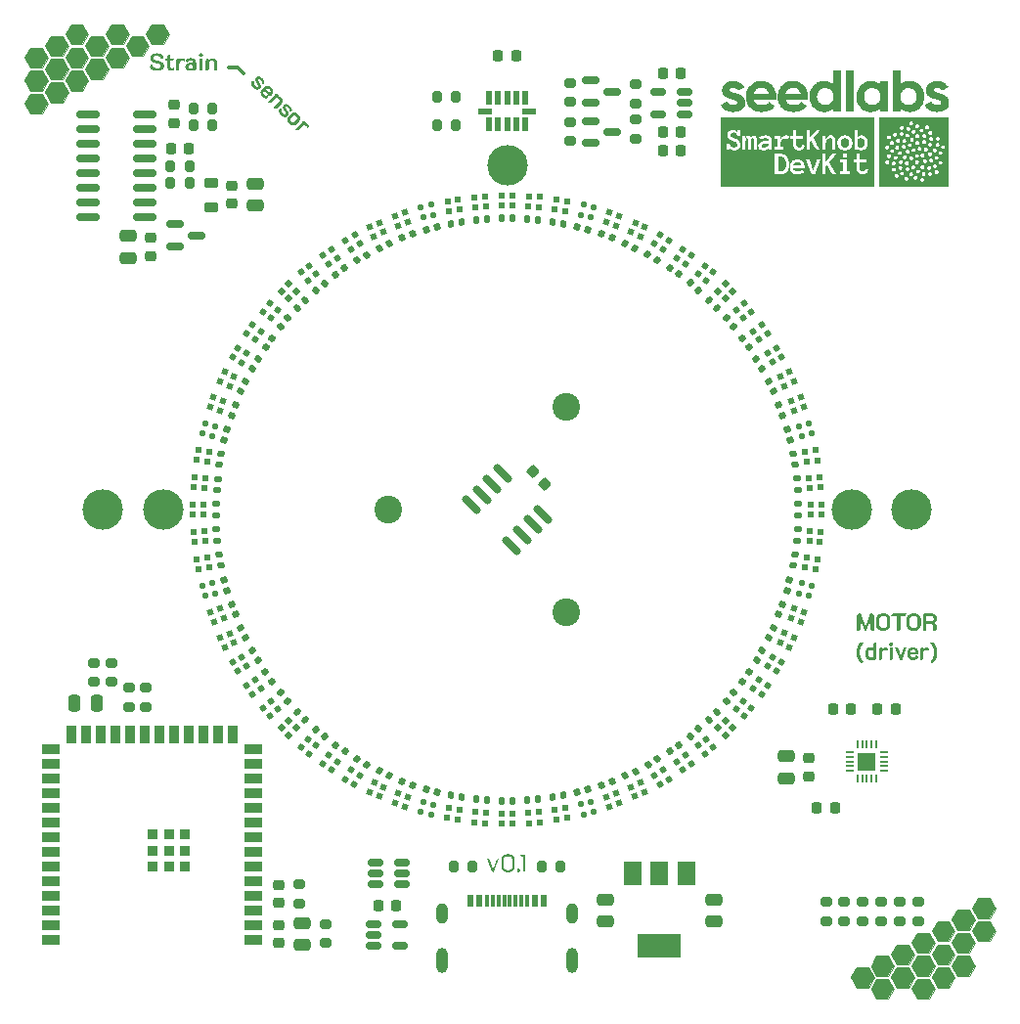
<source format=gbr>
%TF.GenerationSoftware,KiCad,Pcbnew,7.0.10*%
%TF.CreationDate,2024-01-23T14:11:02+00:00*%
%TF.ProjectId,view_base,76696577-5f62-4617-9365-2e6b69636164,rev?*%
%TF.SameCoordinates,Original*%
%TF.FileFunction,Soldermask,Top*%
%TF.FilePolarity,Negative*%
%FSLAX46Y46*%
G04 Gerber Fmt 4.6, Leading zero omitted, Abs format (unit mm)*
G04 Created by KiCad (PCBNEW 7.0.10) date 2024-01-23 14:11:02*
%MOMM*%
%LPD*%
G01*
G04 APERTURE LIST*
G04 Aperture macros list*
%AMRoundRect*
0 Rectangle with rounded corners*
0 $1 Rounding radius*
0 $2 $3 $4 $5 $6 $7 $8 $9 X,Y pos of 4 corners*
0 Add a 4 corners polygon primitive as box body*
4,1,4,$2,$3,$4,$5,$6,$7,$8,$9,$2,$3,0*
0 Add four circle primitives for the rounded corners*
1,1,$1+$1,$2,$3*
1,1,$1+$1,$4,$5*
1,1,$1+$1,$6,$7*
1,1,$1+$1,$8,$9*
0 Add four rect primitives between the rounded corners*
20,1,$1+$1,$2,$3,$4,$5,0*
20,1,$1+$1,$4,$5,$6,$7,0*
20,1,$1+$1,$6,$7,$8,$9,0*
20,1,$1+$1,$8,$9,$2,$3,0*%
%AMRotRect*
0 Rectangle, with rotation*
0 The origin of the aperture is its center*
0 $1 length*
0 $2 width*
0 $3 Rotation angle, in degrees counterclockwise*
0 Add horizontal line*
21,1,$1,$2,0,0,$3*%
G04 Aperture macros list end*
%ADD10C,0.300000*%
%ADD11C,0.100000*%
%ADD12R,1.500000X0.900000*%
%ADD13R,0.900000X1.500000*%
%ADD14R,0.900000X0.900000*%
%ADD15C,2.400000*%
%ADD16C,3.500000*%
%ADD17R,0.600000X1.090000*%
%ADD18R,0.300000X1.090000*%
%ADD19O,1.000000X1.800000*%
%ADD20O,1.000000X2.200000*%
%ADD21RoundRect,0.200000X0.200000X0.275000X-0.200000X0.275000X-0.200000X-0.275000X0.200000X-0.275000X0*%
%ADD22RoundRect,0.200000X-0.200000X-0.275000X0.200000X-0.275000X0.200000X0.275000X-0.200000X0.275000X0*%
%ADD23RoundRect,0.250000X-0.475000X0.250000X-0.475000X-0.250000X0.475000X-0.250000X0.475000X0.250000X0*%
%ADD24RoundRect,0.225000X-0.250000X0.225000X-0.250000X-0.225000X0.250000X-0.225000X0.250000X0.225000X0*%
%ADD25RoundRect,0.225000X-0.225000X-0.250000X0.225000X-0.250000X0.225000X0.250000X-0.225000X0.250000X0*%
%ADD26RoundRect,0.250000X0.475000X-0.250000X0.475000X0.250000X-0.475000X0.250000X-0.475000X-0.250000X0*%
%ADD27RoundRect,0.225000X0.225000X0.250000X-0.225000X0.250000X-0.225000X-0.250000X0.225000X-0.250000X0*%
%ADD28RoundRect,0.150000X-0.587500X-0.150000X0.587500X-0.150000X0.587500X0.150000X-0.587500X0.150000X0*%
%ADD29RoundRect,0.250000X0.250000X0.475000X-0.250000X0.475000X-0.250000X-0.475000X0.250000X-0.475000X0*%
%ADD30RoundRect,0.150000X-0.512500X-0.150000X0.512500X-0.150000X0.512500X0.150000X-0.512500X0.150000X0*%
%ADD31RoundRect,0.218750X-0.381250X0.218750X-0.381250X-0.218750X0.381250X-0.218750X0.381250X0.218750X0*%
%ADD32RoundRect,0.050000X0.050000X-0.300000X0.050000X0.300000X-0.050000X0.300000X-0.050000X-0.300000X0*%
%ADD33RoundRect,0.050000X0.300000X-0.050000X0.300000X0.050000X-0.300000X0.050000X-0.300000X-0.050000X0*%
%ADD34R,1.500000X1.500000*%
%ADD35RoundRect,0.200000X0.275000X-0.200000X0.275000X0.200000X-0.275000X0.200000X-0.275000X-0.200000X0*%
%ADD36RoundRect,0.150000X0.689429X-0.477297X-0.477297X0.689429X-0.689429X0.477297X0.477297X-0.689429X0*%
%ADD37RoundRect,0.225000X-0.335876X-0.017678X-0.017678X-0.335876X0.335876X0.017678X0.017678X0.335876X0*%
%ADD38RoundRect,0.200000X-0.275000X0.200000X-0.275000X-0.200000X0.275000X-0.200000X0.275000X0.200000X0*%
%ADD39RoundRect,0.150000X0.825000X0.150000X-0.825000X0.150000X-0.825000X-0.150000X0.825000X-0.150000X0*%
%ADD40RoundRect,0.225000X0.250000X-0.225000X0.250000X0.225000X-0.250000X0.225000X-0.250000X-0.225000X0*%
%ADD41RoundRect,0.140000X-0.219557X0.017173X-0.058955X-0.212189X0.219557X-0.017173X0.058955X0.212189X0*%
%ADD42RoundRect,0.150000X0.512500X0.150000X-0.512500X0.150000X-0.512500X-0.150000X0.512500X-0.150000X0*%
%ADD43RotRect,0.500000X0.500000X10.000000*%
%ADD44RoundRect,0.140000X-0.219203X-0.021213X-0.021213X-0.219203X0.219203X0.021213X0.021213X0.219203X0*%
%ADD45RotRect,0.500000X0.500000X320.000000*%
%ADD46R,0.500000X0.500000*%
%ADD47RotRect,0.500000X0.500000X175.000000*%
%ADD48RotRect,0.500000X0.500000X310.000000*%
%ADD49RotRect,0.500000X0.500000X120.000000*%
%ADD50RotRect,0.500000X0.500000X20.000000*%
%ADD51RoundRect,0.140000X0.073414X0.207631X-0.189700X0.111865X-0.073414X-0.207631X0.189700X-0.111865X0*%
%ADD52RotRect,0.500000X0.500000X235.000000*%
%ADD53RoundRect,0.140000X-0.200442X0.091230X-0.127973X-0.179229X0.200442X-0.091230X0.127973X0.179229X0*%
%ADD54RoundRect,0.140000X-0.207631X0.073414X-0.111865X-0.189700X0.207631X-0.073414X0.111865X0.189700X0*%
%ADD55RotRect,0.500000X0.500000X190.000000*%
%ADD56RotRect,0.500000X0.500000X255.000000*%
%ADD57RotRect,0.500000X0.500000X285.000000*%
%ADD58RoundRect,0.140000X-0.198728X-0.094906X0.055038X-0.213239X0.198728X0.094906X-0.055038X0.213239X0*%
%ADD59RoundRect,0.140000X0.220218X0.002028X0.040237X0.216520X-0.220218X-0.002028X-0.040237X-0.216520X0*%
%ADD60RoundRect,0.140000X-0.021213X0.219203X-0.219203X0.021213X0.021213X-0.219203X0.219203X-0.021213X0*%
%ADD61RoundRect,0.140000X0.198728X0.094906X-0.055038X0.213239X-0.198728X-0.094906X0.055038X-0.213239X0*%
%ADD62RotRect,0.500000X0.500000X295.000000*%
%ADD63RotRect,0.500000X0.500000X80.000000*%
%ADD64RoundRect,0.140000X0.206244X0.077224X-0.036244X0.217224X-0.206244X-0.077224X0.036244X-0.217224X0*%
%ADD65RotRect,0.500000X0.500000X115.000000*%
%ADD66RoundRect,0.140000X-0.017173X-0.219557X0.212189X-0.058955X0.017173X0.219557X-0.212189X0.058955X0*%
%ADD67RoundRect,0.140000X-0.127973X0.179229X-0.200442X-0.091230X0.127973X-0.179229X0.200442X0.091230X0*%
%ADD68RotRect,0.500000X0.500000X345.000000*%
%ADD69RoundRect,0.140000X0.167393X0.143107X-0.108353X0.191728X-0.167393X-0.143107X0.108353X-0.191728X0*%
%ADD70RoundRect,0.140000X-0.216520X-0.040237X-0.002028X-0.220218X0.216520X0.040237X0.002028X0.220218X0*%
%ADD71RotRect,0.500000X0.500000X305.000000*%
%ADD72RoundRect,0.140000X-0.124651X-0.181555X0.154284X-0.157151X0.124651X0.181555X-0.154284X0.157151X0*%
%ADD73RoundRect,0.140000X0.157151X-0.154284X0.181555X0.124651X-0.157151X0.154284X-0.181555X-0.124651X0*%
%ADD74RotRect,0.500000X0.500000X145.000000*%
%ADD75RotRect,0.500000X0.500000X140.000000*%
%ADD76RotRect,0.500000X0.500000X260.000000*%
%ADD77RoundRect,0.140000X0.216520X0.040237X0.002028X0.220218X-0.216520X-0.040237X-0.002028X-0.220218X0*%
%ADD78RoundRect,0.140000X0.189700X0.111865X-0.073414X0.207631X-0.189700X-0.111865X0.073414X-0.207631X0*%
%ADD79RotRect,0.500000X0.500000X165.000000*%
%ADD80RoundRect,0.140000X-0.181555X0.124651X-0.157151X-0.154284X0.181555X-0.124651X0.157151X0.154284X0*%
%ADD81RotRect,0.500000X0.500000X230.000000*%
%ADD82RotRect,0.500000X0.500000X85.000000*%
%ADD83RotRect,0.500000X0.500000X150.000000*%
%ADD84RoundRect,0.140000X0.002028X-0.220218X0.216520X-0.040237X-0.002028X0.220218X-0.216520X0.040237X0*%
%ADD85RoundRect,0.140000X-0.167393X-0.143107X0.108353X-0.191728X0.167393X0.143107X-0.108353X0.191728X0*%
%ADD86RotRect,0.500000X0.500000X335.000000*%
%ADD87RoundRect,0.140000X0.217224X-0.036244X0.077224X0.206244X-0.217224X0.036244X-0.077224X-0.206244X0*%
%ADD88RotRect,0.500000X0.500000X125.000000*%
%ADD89RotRect,0.500000X0.500000X105.000000*%
%ADD90RotRect,0.500000X0.500000X325.000000*%
%ADD91RoundRect,0.140000X-0.157151X0.154284X-0.181555X-0.124651X0.157151X-0.154284X0.181555X0.124651X0*%
%ADD92RotRect,0.500000X0.500000X315.000000*%
%ADD93RotRect,0.500000X0.500000X220.000000*%
%ADD94R,0.500000X1.150000*%
%ADD95R,1.150000X0.500000*%
%ADD96RotRect,0.500000X0.500000X300.000000*%
%ADD97RoundRect,0.140000X-0.073414X-0.207631X0.189700X-0.111865X0.073414X0.207631X-0.189700X0.111865X0*%
%ADD98RoundRect,0.140000X-0.077224X0.206244X-0.217224X-0.036244X0.077224X-0.206244X0.217224X0.036244X0*%
%ADD99RoundRect,0.140000X-0.143107X0.167393X-0.191728X-0.108353X0.143107X-0.167393X0.191728X0.108353X0*%
%ADD100RotRect,0.500000X0.500000X210.000000*%
%ADD101RotRect,0.500000X0.500000X110.000000*%
%ADD102RotRect,0.500000X0.500000X185.000000*%
%ADD103RotRect,0.500000X0.500000X155.000000*%
%ADD104RotRect,0.500000X0.500000X55.000000*%
%ADD105RoundRect,0.140000X-0.094906X0.198728X-0.213239X-0.055038X0.094906X-0.198728X0.213239X0.055038X0*%
%ADD106RoundRect,0.140000X0.213239X-0.055038X0.094906X0.198728X-0.213239X0.055038X-0.094906X-0.198728X0*%
%ADD107R,1.500000X2.000000*%
%ADD108R,3.800000X2.000000*%
%ADD109RoundRect,0.140000X-0.191728X0.108353X-0.143107X-0.167393X0.191728X-0.108353X0.143107X0.167393X0*%
%ADD110RoundRect,0.140000X0.219557X-0.017173X0.058955X0.212189X-0.219557X0.017173X-0.058955X-0.212189X0*%
%ADD111RoundRect,0.140000X0.181555X-0.124651X0.157151X0.154284X-0.181555X0.124651X-0.157151X-0.154284X0*%
%ADD112RotRect,0.500000X0.500000X50.000000*%
%ADD113RotRect,0.500000X0.500000X60.000000*%
%ADD114RoundRect,0.140000X-0.212189X-0.058955X0.017173X-0.219557X0.212189X0.058955X-0.017173X0.219557X0*%
%ADD115RoundRect,0.140000X0.108353X0.191728X-0.167393X0.143107X-0.108353X-0.191728X0.167393X-0.143107X0*%
%ADD116RoundRect,0.140000X-0.002028X0.220218X-0.216520X0.040237X0.002028X-0.220218X0.216520X-0.040237X0*%
%ADD117RotRect,0.500000X0.500000X240.000000*%
%ADD118RoundRect,0.140000X-0.170000X0.140000X-0.170000X-0.140000X0.170000X-0.140000X0.170000X0.140000X0*%
%ADD119RotRect,0.500000X0.500000X25.000000*%
%ADD120RotRect,0.500000X0.500000X250.000000*%
%ADD121RoundRect,0.140000X-0.055038X-0.213239X0.198728X-0.094906X0.055038X0.213239X-0.198728X0.094906X0*%
%ADD122RoundRect,0.140000X-0.213239X0.055038X-0.094906X-0.198728X0.213239X-0.055038X0.094906X0.198728X0*%
%ADD123RotRect,0.500000X0.500000X225.000000*%
%ADD124RoundRect,0.140000X0.143107X-0.167393X0.191728X0.108353X-0.143107X0.167393X-0.191728X-0.108353X0*%
%ADD125RoundRect,0.140000X0.094906X-0.198728X0.213239X0.055038X-0.094906X0.198728X-0.213239X-0.055038X0*%
%ADD126RotRect,0.500000X0.500000X340.000000*%
%ADD127RotRect,0.500000X0.500000X45.000000*%
%ADD128RoundRect,0.140000X-0.206244X-0.077224X0.036244X-0.217224X0.206244X0.077224X-0.036244X0.217224X0*%
%ADD129RoundRect,0.225000X-0.225000X-0.250000X0.225000X-0.250000X0.225000X0.250000X-0.225000X0.250000X0*%
%ADD130RoundRect,0.140000X0.040237X-0.216520X0.220218X-0.002028X-0.040237X0.216520X-0.220218X0.002028X0*%
%ADD131RotRect,0.500000X0.500000X170.000000*%
%ADD132RotRect,0.500000X0.500000X330.000000*%
%ADD133RotRect,0.500000X0.500000X100.000000*%
%ADD134RotRect,0.500000X0.500000X205.000000*%
%ADD135RotRect,0.500000X0.500000X65.000000*%
%ADD136RoundRect,0.140000X0.191728X-0.108353X0.143107X0.167393X-0.191728X0.108353X-0.143107X-0.167393X0*%
%ADD137RoundRect,0.140000X0.140000X0.170000X-0.140000X0.170000X-0.140000X-0.170000X0.140000X-0.170000X0*%
%ADD138RoundRect,0.140000X0.207631X-0.073414X0.111865X0.189700X-0.207631X0.073414X-0.111865X-0.189700X0*%
%ADD139RoundRect,0.140000X0.179229X0.127973X-0.091230X0.200442X-0.179229X-0.127973X0.091230X-0.200442X0*%
%ADD140RoundRect,0.140000X0.058955X-0.212189X0.219557X0.017173X-0.058955X0.212189X-0.219557X-0.017173X0*%
%ADD141RoundRect,0.140000X0.212189X0.058955X-0.017173X0.219557X-0.212189X-0.058955X0.017173X-0.219557X0*%
%ADD142RoundRect,0.140000X-0.154284X-0.157151X0.124651X-0.181555X0.154284X0.157151X-0.124651X0.181555X0*%
%ADD143RotRect,0.500000X0.500000X265.000000*%
%ADD144RotRect,0.500000X0.500000X30.000000*%
%ADD145RotRect,0.500000X0.500000X350.000000*%
%ADD146RoundRect,0.140000X-0.220218X-0.002028X-0.040237X-0.216520X0.220218X0.002028X0.040237X0.216520X0*%
%ADD147RoundRect,0.140000X0.021213X-0.219203X0.219203X-0.021213X-0.021213X0.219203X-0.219203X0.021213X0*%
%ADD148RotRect,0.500000X0.500000X40.000000*%
%ADD149RoundRect,0.140000X0.111865X-0.189700X0.207631X0.073414X-0.111865X0.189700X-0.207631X-0.073414X0*%
%ADD150RotRect,0.500000X0.500000X70.000000*%
%ADD151RotRect,0.500000X0.500000X200.000000*%
%ADD152RoundRect,0.140000X0.154284X0.157151X-0.124651X0.181555X-0.154284X-0.157151X0.124651X-0.181555X0*%
%ADD153RotRect,0.500000X0.500000X355.000000*%
%ADD154RoundRect,0.140000X0.077224X-0.206244X0.217224X0.036244X-0.077224X0.206244X-0.217224X-0.036244X0*%
%ADD155RotRect,0.500000X0.500000X290.000000*%
%ADD156RoundRect,0.140000X0.127973X-0.179229X0.200442X0.091230X-0.127973X0.179229X-0.200442X-0.091230X0*%
%ADD157RotRect,0.500000X0.500000X135.000000*%
%ADD158RoundRect,0.140000X0.200442X-0.091230X0.127973X0.179229X-0.200442X0.091230X-0.127973X-0.179229X0*%
%ADD159RoundRect,0.140000X0.170000X-0.140000X0.170000X0.140000X-0.170000X0.140000X-0.170000X-0.140000X0*%
%ADD160RotRect,0.500000X0.500000X160.000000*%
%ADD161RoundRect,0.140000X-0.111865X0.189700X-0.207631X-0.073414X0.111865X-0.189700X0.207631X0.073414X0*%
%ADD162RotRect,0.500000X0.500000X195.000000*%
%ADD163RoundRect,0.140000X-0.040237X0.216520X-0.220218X0.002028X0.040237X-0.216520X0.220218X-0.002028X0*%
%ADD164RotRect,0.500000X0.500000X95.000000*%
%ADD165RoundRect,0.140000X-0.189700X-0.111865X0.073414X-0.207631X0.189700X0.111865X-0.073414X0.207631X0*%
%ADD166RotRect,0.500000X0.500000X35.000000*%
%ADD167RoundRect,0.140000X0.124651X0.181555X-0.154284X0.157151X-0.124651X-0.181555X0.154284X-0.157151X0*%
%ADD168RoundRect,0.140000X-0.108353X-0.191728X0.167393X-0.143107X0.108353X0.191728X-0.167393X0.143107X0*%
%ADD169RoundRect,0.140000X-0.217224X0.036244X-0.077224X-0.206244X0.217224X-0.036244X0.077224X0.206244X0*%
%ADD170RoundRect,0.140000X0.219203X0.021213X0.021213X0.219203X-0.219203X-0.021213X-0.021213X-0.219203X0*%
%ADD171RotRect,0.500000X0.500000X215.000000*%
%ADD172RotRect,0.500000X0.500000X245.000000*%
%ADD173RoundRect,0.140000X-0.091230X-0.200442X0.179229X-0.127973X0.091230X0.200442X-0.179229X0.127973X0*%
%ADD174RotRect,0.500000X0.500000X75.000000*%
%ADD175RotRect,0.500000X0.500000X15.000000*%
%ADD176RoundRect,0.140000X-0.179229X-0.127973X0.091230X-0.200442X0.179229X0.127973X-0.091230X0.200442X0*%
%ADD177RoundRect,0.140000X-0.036244X-0.217224X0.206244X-0.077224X0.036244X0.217224X-0.206244X0.077224X0*%
%ADD178RoundRect,0.140000X0.017173X0.219557X-0.212189X0.058955X-0.017173X-0.219557X0.212189X-0.058955X0*%
%ADD179RotRect,0.500000X0.500000X275.000000*%
%ADD180RoundRect,0.140000X0.055038X0.213239X-0.198728X0.094906X-0.055038X-0.213239X0.198728X-0.094906X0*%
%ADD181RoundRect,0.140000X-0.140000X-0.170000X0.140000X-0.170000X0.140000X0.170000X-0.140000X0.170000X0*%
%ADD182RoundRect,0.140000X0.036244X0.217224X-0.206244X0.077224X-0.036244X-0.217224X0.206244X-0.077224X0*%
%ADD183RotRect,0.500000X0.500000X130.000000*%
%ADD184RotRect,0.500000X0.500000X5.000000*%
%ADD185RotRect,0.500000X0.500000X280.000000*%
%ADD186RoundRect,0.140000X-0.058955X0.212189X-0.219557X-0.017173X0.058955X-0.212189X0.219557X0.017173X0*%
%ADD187RoundRect,0.140000X0.091230X0.200442X-0.179229X0.127973X-0.091230X-0.200442X0.179229X-0.127973X0*%
G04 APERTURE END LIST*
D10*
X76675000Y-61750000D02*
X77175000Y-62250000D01*
D11*
X59749992Y-64000005D02*
X60250005Y-64866027D01*
X59750007Y-65732045D01*
X58749997Y-65732053D01*
X58249999Y-64866027D01*
X58750002Y-64000004D01*
X59749992Y-64000005D01*
G36*
X59749992Y-64000005D02*
G01*
X60250005Y-64866027D01*
X59750007Y-65732045D01*
X58749997Y-65732053D01*
X58249999Y-64866027D01*
X58750002Y-64000004D01*
X59749992Y-64000005D01*
G37*
X60249996Y-62866020D02*
X59750004Y-63732048D01*
X58749993Y-63732049D01*
X58249997Y-62866025D01*
X58750003Y-62000004D01*
X59749999Y-62000000D01*
X60249996Y-62866020D01*
G36*
X60249996Y-62866020D02*
G01*
X59750004Y-63732048D01*
X58749993Y-63732049D01*
X58249997Y-62866025D01*
X58750003Y-62000004D01*
X59749999Y-62000000D01*
X60249996Y-62866020D01*
G37*
X135249996Y-138499996D02*
X134749994Y-139366019D01*
X133749998Y-139366017D01*
X133249997Y-138499994D01*
X133749995Y-137633968D01*
X134750002Y-137633964D01*
X135249996Y-138499996D01*
G36*
X135249996Y-138499996D02*
G01*
X134749994Y-139366019D01*
X133749998Y-139366017D01*
X133249997Y-138499994D01*
X133749995Y-137633968D01*
X134750002Y-137633964D01*
X135249996Y-138499996D01*
G37*
X61499997Y-63000003D02*
X62000000Y-63866029D01*
X61499998Y-64732051D01*
X60499992Y-64732046D01*
X59999999Y-63866020D01*
X60499998Y-63000000D01*
X61499997Y-63000003D01*
G36*
X61499997Y-63000003D02*
G01*
X62000000Y-63866029D01*
X61499998Y-64732051D01*
X60499992Y-64732046D01*
X59999999Y-63866020D01*
X60499998Y-63000000D01*
X61499997Y-63000003D01*
G37*
X61500003Y-59000004D02*
X61999996Y-59866027D01*
X61500002Y-60732045D01*
X60499995Y-60732046D01*
X59999995Y-59866017D01*
X60499999Y-59000003D01*
X61500003Y-59000004D01*
G36*
X61500003Y-59000004D02*
G01*
X61999996Y-59866027D01*
X61500002Y-60732045D01*
X60499995Y-60732046D01*
X59999995Y-59866017D01*
X60499999Y-59000003D01*
X61500003Y-59000004D01*
G37*
X61499996Y-61000007D02*
X62000003Y-61866031D01*
X61500004Y-62732050D01*
X60499997Y-62732049D01*
X59999995Y-61866020D01*
X60499997Y-61000003D01*
X61499996Y-61000007D01*
G36*
X61499996Y-61000007D02*
G01*
X62000003Y-61866031D01*
X61500004Y-62732050D01*
X60499997Y-62732049D01*
X59999995Y-61866020D01*
X60499997Y-61000003D01*
X61499996Y-61000007D01*
G37*
X63250004Y-60000001D02*
X63749990Y-60866028D01*
X63250007Y-61732055D01*
X62249992Y-61732049D01*
X61749998Y-60866016D01*
X62250002Y-60000000D01*
X63250004Y-60000001D01*
G36*
X63250004Y-60000001D02*
G01*
X63749990Y-60866028D01*
X63250007Y-61732055D01*
X62249992Y-61732049D01*
X61749998Y-60866016D01*
X62250002Y-60000000D01*
X63250004Y-60000001D01*
G37*
X139999998Y-136633972D02*
X140500000Y-137499996D01*
X139999995Y-138366020D01*
X138999995Y-138366017D01*
X138499996Y-137499994D01*
X138999992Y-136633969D01*
X139999998Y-136633972D01*
G36*
X139999998Y-136633972D02*
G01*
X140500000Y-137499996D01*
X139999995Y-138366020D01*
X138999995Y-138366017D01*
X138499996Y-137499994D01*
X138999992Y-136633969D01*
X139999998Y-136633972D01*
G37*
X140499997Y-139500000D02*
X139999998Y-140366016D01*
X138999995Y-140366018D01*
X138499998Y-139499991D01*
X138999989Y-138633967D01*
X140000000Y-138633965D01*
X140499997Y-139500000D01*
G36*
X140499997Y-139500000D02*
G01*
X139999998Y-140366016D01*
X138999995Y-140366018D01*
X138499998Y-139499991D01*
X138999989Y-138633967D01*
X140000000Y-138633965D01*
X140499997Y-139500000D01*
G37*
X138749996Y-136499998D02*
X138249996Y-137366014D01*
X137249999Y-137366013D01*
X136749994Y-136499993D01*
X137249991Y-135633969D01*
X138249998Y-135633969D01*
X138749996Y-136499998D01*
G36*
X138749996Y-136499998D02*
G01*
X138249996Y-137366014D01*
X137249999Y-137366013D01*
X136749994Y-136499993D01*
X137249991Y-135633969D01*
X138249998Y-135633969D01*
X138749996Y-136499998D01*
G37*
X66749997Y-60000002D02*
X67250003Y-60866028D01*
X66750004Y-61732048D01*
X65749999Y-61732050D01*
X65250000Y-60866025D01*
X65749999Y-60000000D01*
X66749997Y-60000002D01*
G36*
X66749997Y-60000002D02*
G01*
X67250003Y-60866028D01*
X66750004Y-61732048D01*
X65749999Y-61732050D01*
X65250000Y-60866025D01*
X65749999Y-60000000D01*
X66749997Y-60000002D01*
G37*
X135250001Y-140499994D02*
X134749995Y-141366017D01*
X133749999Y-141366018D01*
X133249995Y-140499995D01*
X133749992Y-139633971D01*
X134750001Y-139633964D01*
X135250001Y-140499994D01*
G36*
X135250001Y-140499994D02*
G01*
X134749995Y-141366017D01*
X133749999Y-141366018D01*
X133249995Y-140499995D01*
X133749992Y-139633971D01*
X134750001Y-139633964D01*
X135250001Y-140499994D01*
G37*
X140499995Y-135499994D02*
X139999996Y-136366016D01*
X138999997Y-136366013D01*
X138499994Y-135499994D01*
X138999994Y-134633968D01*
X140000000Y-134633966D01*
X140499995Y-135499994D01*
G36*
X140499995Y-135499994D02*
G01*
X139999996Y-136366016D01*
X138999997Y-136366013D01*
X138499994Y-135499994D01*
X138999994Y-134633968D01*
X140000000Y-134633966D01*
X140499995Y-135499994D01*
G37*
X142249999Y-136499993D02*
X141749994Y-137366016D01*
X140749996Y-137366013D01*
X140249999Y-136499994D01*
X140749993Y-135633971D01*
X141749997Y-135633968D01*
X142249999Y-136499993D01*
G36*
X142249999Y-136499993D02*
G01*
X141749994Y-137366016D01*
X140749996Y-137366013D01*
X140249999Y-136499994D01*
X140749993Y-135633971D01*
X141749997Y-135633968D01*
X142249999Y-136499993D01*
G37*
X133499996Y-141499993D02*
X132999992Y-142366016D01*
X131999999Y-142366016D01*
X131499996Y-141499993D01*
X131999990Y-140633971D01*
X133000000Y-140633969D01*
X133499996Y-141499993D01*
G36*
X133499996Y-141499993D02*
G01*
X132999992Y-142366016D01*
X131999999Y-142366016D01*
X131499996Y-141499993D01*
X131999990Y-140633971D01*
X133000000Y-140633969D01*
X133499996Y-141499993D01*
G37*
X136999997Y-141499994D02*
X136499997Y-142366019D01*
X135499996Y-142366017D01*
X134999996Y-141499993D01*
X135499987Y-140633972D01*
X136499998Y-140633967D01*
X136999997Y-141499994D01*
G36*
X136999997Y-141499994D02*
G01*
X136499997Y-142366019D01*
X135499996Y-142366017D01*
X134999996Y-141499993D01*
X135499987Y-140633972D01*
X136499998Y-140633967D01*
X136999997Y-141499994D01*
G37*
X63249994Y-58000003D02*
X63749999Y-58866027D01*
X63249999Y-59732048D01*
X62249995Y-59732048D01*
X61750004Y-58866020D01*
X62249998Y-58000000D01*
X63249994Y-58000003D01*
G36*
X63249994Y-58000003D02*
G01*
X63749999Y-58866027D01*
X63249999Y-59732048D01*
X62249995Y-59732048D01*
X61750004Y-58866020D01*
X62249998Y-58000000D01*
X63249994Y-58000003D01*
G37*
X136999999Y-137499994D02*
X136499996Y-138366017D01*
X135499997Y-138366016D01*
X135000000Y-137499992D01*
X135499991Y-136633969D01*
X136500001Y-136633969D01*
X136999999Y-137499994D01*
G36*
X136999999Y-137499994D02*
G01*
X136499996Y-138366017D01*
X135499997Y-138366016D01*
X135000000Y-137499992D01*
X135499991Y-136633969D01*
X136500001Y-136633969D01*
X136999999Y-137499994D01*
G37*
X65500001Y-59866027D02*
X65000004Y-60732055D01*
X63999998Y-60732054D01*
X63500000Y-59866022D01*
X63999999Y-59000006D01*
X64999997Y-59000005D01*
X65500001Y-59866027D01*
G36*
X65500001Y-59866027D02*
G01*
X65000004Y-60732055D01*
X63999998Y-60732054D01*
X63500000Y-59866022D01*
X63999999Y-59000006D01*
X64999997Y-59000005D01*
X65500001Y-59866027D01*
G37*
X63249999Y-61999998D02*
X63749997Y-62866023D01*
X63250007Y-63732049D01*
X62249994Y-63732047D01*
X61750001Y-62866020D01*
X62250001Y-61999994D01*
X63249999Y-61999998D01*
G36*
X63249999Y-61999998D02*
G01*
X63749997Y-62866023D01*
X63250007Y-63732049D01*
X62249994Y-63732047D01*
X61750001Y-62866020D01*
X62250001Y-61999994D01*
X63249999Y-61999998D01*
G37*
X64999993Y-61000001D02*
X65499993Y-61866026D01*
X65000007Y-62732045D01*
X63999997Y-62732049D01*
X63499997Y-61866019D01*
X63999996Y-60999998D01*
X64999993Y-61000001D01*
G36*
X64999993Y-61000001D02*
G01*
X65499993Y-61866026D01*
X65000007Y-62732045D01*
X63999997Y-62732049D01*
X63499997Y-61866019D01*
X63999996Y-60999998D01*
X64999993Y-61000001D01*
G37*
X66749998Y-58000004D02*
X67250001Y-58866031D01*
X66750005Y-59732049D01*
X65749996Y-59732046D01*
X65249995Y-58866019D01*
X65750000Y-58000003D01*
X66749998Y-58000004D01*
G36*
X66749998Y-58000004D02*
G01*
X67250001Y-58866031D01*
X66750005Y-59732049D01*
X65749996Y-59732046D01*
X65249995Y-58866019D01*
X65750000Y-58000003D01*
X66749998Y-58000004D01*
G37*
X138749996Y-140499993D02*
X138250001Y-141366017D01*
X137250001Y-141366018D01*
X136749999Y-140499993D01*
X137249991Y-139633969D01*
X138250002Y-139633968D01*
X138749996Y-140499993D01*
G36*
X138749996Y-140499993D02*
G01*
X138250001Y-141366017D01*
X137250001Y-141366018D01*
X136749999Y-140499993D01*
X137249991Y-139633969D01*
X138250002Y-139633968D01*
X138749996Y-140499993D01*
G37*
X136999998Y-139499995D02*
X136499991Y-140366019D01*
X135499994Y-140366016D01*
X134999991Y-139499990D01*
X135499992Y-138633967D01*
X136499999Y-138633966D01*
X136999998Y-139499995D01*
G36*
X136999998Y-139499995D02*
G01*
X136499991Y-140366019D01*
X135499994Y-140366016D01*
X134999991Y-139499990D01*
X135499992Y-138633967D01*
X136499999Y-138633966D01*
X136999998Y-139499995D01*
G37*
X59750000Y-60000005D02*
X60249998Y-60866025D01*
X59750002Y-61732050D01*
X58749993Y-61732044D01*
X58250004Y-60866023D01*
X58749998Y-60000003D01*
X59750000Y-60000005D01*
G36*
X59750000Y-60000005D02*
G01*
X60249998Y-60866025D01*
X59750002Y-61732050D01*
X58749993Y-61732044D01*
X58250004Y-60866023D01*
X58749998Y-60000003D01*
X59750000Y-60000005D01*
G37*
D10*
X75925000Y-61750000D02*
X76675000Y-61750000D01*
D11*
X131749993Y-140499993D02*
X131249993Y-141366019D01*
X130249999Y-141366014D01*
X129749996Y-140499993D01*
X130249989Y-139633972D01*
X131249999Y-139633968D01*
X131749993Y-140499993D01*
G36*
X131749993Y-140499993D02*
G01*
X131249993Y-141366019D01*
X130249999Y-141366014D01*
X129749996Y-140499993D01*
X130249989Y-139633972D01*
X131249999Y-139633968D01*
X131749993Y-140499993D01*
G37*
X133500000Y-139499992D02*
X132999995Y-140366018D01*
X131999999Y-140366014D01*
X131499995Y-139499995D01*
X131999996Y-138633969D01*
X133000002Y-138633968D01*
X133500000Y-139499992D01*
G36*
X133500000Y-139499992D02*
G01*
X132999995Y-140366018D01*
X131999999Y-140366014D01*
X131499995Y-139499995D01*
X131999996Y-138633969D01*
X133000002Y-138633968D01*
X133500000Y-139499992D01*
G37*
X70249998Y-58000008D02*
X70750001Y-58866024D01*
X70249998Y-59732050D01*
X69249994Y-59732052D01*
X68749999Y-58866023D01*
X69249999Y-58000002D01*
X70249998Y-58000008D01*
G36*
X70249998Y-58000008D02*
G01*
X70750001Y-58866024D01*
X70249998Y-59732050D01*
X69249994Y-59732052D01*
X68749999Y-58866023D01*
X69249999Y-58000002D01*
X70249998Y-58000008D01*
G37*
X68499994Y-58999997D02*
X69000000Y-59866028D01*
X68500002Y-60732051D01*
X67499996Y-60732045D01*
X67000000Y-59866024D01*
X67499998Y-58999996D01*
X68499994Y-58999997D01*
G36*
X68499994Y-58999997D02*
G01*
X69000000Y-59866028D01*
X68500002Y-60732051D01*
X67499996Y-60732045D01*
X67000000Y-59866024D01*
X67499998Y-58999996D01*
X68499994Y-58999997D01*
G37*
X138749999Y-138499991D02*
X138249993Y-139366020D01*
X137249997Y-139366016D01*
X136749995Y-138499994D01*
X137249991Y-137633969D01*
X138250001Y-137633966D01*
X138749999Y-138499991D01*
G36*
X138749999Y-138499991D02*
G01*
X138249993Y-139366020D01*
X137249997Y-139366016D01*
X136749995Y-138499994D01*
X137249991Y-137633969D01*
X138250001Y-137633966D01*
X138749999Y-138499991D01*
G37*
X142249997Y-134499996D02*
X141749996Y-135366016D01*
X140750001Y-135366019D01*
X140249997Y-134499990D01*
X140749994Y-133633970D01*
X141749999Y-133633968D01*
X142249997Y-134499996D01*
G36*
X142249997Y-134499996D02*
G01*
X141749996Y-135366016D01*
X140750001Y-135366019D01*
X140249997Y-134499990D01*
X140749994Y-133633970D01*
X141749999Y-133633968D01*
X142249997Y-134499996D01*
G37*
D10*
G36*
X130294452Y-109188328D02*
G01*
X130295135Y-109170400D01*
X130297183Y-109153162D01*
X130300596Y-109136612D01*
X130305374Y-109120751D01*
X130311518Y-109105580D01*
X130319027Y-109091097D01*
X130327901Y-109077304D01*
X130338141Y-109064199D01*
X130349746Y-109051784D01*
X130362716Y-109040058D01*
X130372121Y-109032623D01*
X130387246Y-109022213D01*
X130403355Y-109012827D01*
X130420450Y-109004464D01*
X130438531Y-108997126D01*
X130457596Y-108990812D01*
X130477647Y-108985521D01*
X130498683Y-108981255D01*
X130513255Y-108978979D01*
X130528264Y-108977159D01*
X130543712Y-108975794D01*
X130559597Y-108974883D01*
X130575920Y-108974428D01*
X130584246Y-108974371D01*
X131020586Y-110093614D01*
X130972592Y-110227337D01*
X130993109Y-110235764D01*
X131460590Y-108974371D01*
X131476777Y-108974600D01*
X131492549Y-108975287D01*
X131507906Y-108976432D01*
X131522849Y-108978035D01*
X131537376Y-108980096D01*
X131558388Y-108984046D01*
X131578467Y-108989026D01*
X131597612Y-108995037D01*
X131615824Y-109002078D01*
X131633101Y-109010149D01*
X131649445Y-109019251D01*
X131664854Y-109029383D01*
X131669784Y-109032990D01*
X131683795Y-109044257D01*
X131696428Y-109056212D01*
X131707683Y-109068857D01*
X131717560Y-109082191D01*
X131726058Y-109096214D01*
X131733179Y-109110927D01*
X131738921Y-109126328D01*
X131743285Y-109142418D01*
X131746271Y-109159198D01*
X131747879Y-109176666D01*
X131748185Y-109188695D01*
X131748185Y-110498447D01*
X131730875Y-110498244D01*
X131714114Y-110497635D01*
X131697902Y-110496621D01*
X131682240Y-110495201D01*
X131667127Y-110493375D01*
X131652564Y-110491144D01*
X131625087Y-110485464D01*
X131599808Y-110478161D01*
X131576727Y-110469235D01*
X131555844Y-110458686D01*
X131537160Y-110446515D01*
X131520673Y-110432720D01*
X131506385Y-110417303D01*
X131494295Y-110400263D01*
X131484403Y-110381600D01*
X131476710Y-110361314D01*
X131471214Y-110339405D01*
X131467917Y-110315873D01*
X131466818Y-110290718D01*
X131466818Y-109612578D01*
X131539724Y-109417306D01*
X131516643Y-109408879D01*
X131134892Y-110422243D01*
X131127726Y-110436393D01*
X131119054Y-110449351D01*
X131108873Y-110461117D01*
X131097185Y-110471691D01*
X131089829Y-110477198D01*
X131076317Y-110485477D01*
X131062070Y-110491723D01*
X131047086Y-110495936D01*
X131031365Y-110498115D01*
X131022052Y-110498447D01*
X131006036Y-110497430D01*
X130990686Y-110494380D01*
X130976002Y-110489296D01*
X130961985Y-110482178D01*
X130954274Y-110477198D01*
X130941724Y-110467200D01*
X130930682Y-110455800D01*
X130921148Y-110442997D01*
X130913121Y-110428792D01*
X130909211Y-110420045D01*
X130527460Y-109406681D01*
X130504379Y-109415108D01*
X130575820Y-109610380D01*
X130575820Y-110290718D01*
X130574721Y-110315873D01*
X130571423Y-110339405D01*
X130565928Y-110361314D01*
X130558234Y-110381600D01*
X130548343Y-110400263D01*
X130536252Y-110417303D01*
X130521964Y-110432720D01*
X130505478Y-110446515D01*
X130486793Y-110458686D01*
X130465911Y-110469235D01*
X130442830Y-110478161D01*
X130417550Y-110485464D01*
X130390073Y-110491144D01*
X130375510Y-110493375D01*
X130360398Y-110495201D01*
X130344736Y-110496621D01*
X130328524Y-110497635D01*
X130311763Y-110498244D01*
X130294452Y-110498447D01*
X130294452Y-109188328D01*
G37*
G36*
X132584667Y-108974642D02*
G01*
X132605764Y-108975453D01*
X132626638Y-108976806D01*
X132647289Y-108978699D01*
X132667717Y-108981133D01*
X132687921Y-108984109D01*
X132707902Y-108987625D01*
X132727660Y-108991682D01*
X132747195Y-108996280D01*
X132766506Y-109001419D01*
X132785595Y-109007100D01*
X132804459Y-109013321D01*
X132823101Y-109020083D01*
X132841520Y-109027386D01*
X132859715Y-109035229D01*
X132877687Y-109043614D01*
X132895355Y-109052416D01*
X132912548Y-109061600D01*
X132929267Y-109071169D01*
X132945510Y-109081121D01*
X132961278Y-109091456D01*
X132976571Y-109102175D01*
X132991388Y-109113278D01*
X133005731Y-109124764D01*
X133019598Y-109136634D01*
X133032991Y-109148887D01*
X133045908Y-109161523D01*
X133058350Y-109174544D01*
X133070317Y-109187948D01*
X133081809Y-109201735D01*
X133092825Y-109215906D01*
X133103367Y-109230460D01*
X133113349Y-109245248D01*
X133122687Y-109260210D01*
X133131381Y-109275347D01*
X133139431Y-109290658D01*
X133146837Y-109306144D01*
X133153599Y-109321805D01*
X133159717Y-109337640D01*
X133165191Y-109353650D01*
X133170021Y-109369834D01*
X133174207Y-109386194D01*
X133177749Y-109402727D01*
X133180647Y-109419435D01*
X133182901Y-109436318D01*
X133184511Y-109453376D01*
X133185477Y-109470608D01*
X133185799Y-109488014D01*
X133185799Y-109982606D01*
X133185477Y-110000018D01*
X133184511Y-110017267D01*
X133182901Y-110034353D01*
X133180647Y-110051276D01*
X133177749Y-110068036D01*
X133174207Y-110084633D01*
X133170021Y-110101066D01*
X133165191Y-110117336D01*
X133159717Y-110133444D01*
X133153599Y-110149388D01*
X133146837Y-110165168D01*
X133139431Y-110180786D01*
X133131381Y-110196241D01*
X133122687Y-110211532D01*
X133113349Y-110226660D01*
X133103367Y-110241625D01*
X133092825Y-110256270D01*
X133081809Y-110270528D01*
X133070317Y-110284400D01*
X133058350Y-110297885D01*
X133045908Y-110310984D01*
X133032991Y-110323697D01*
X133019598Y-110336023D01*
X133005731Y-110347963D01*
X132991388Y-110359516D01*
X132976571Y-110370683D01*
X132961278Y-110381464D01*
X132945510Y-110391858D01*
X132929267Y-110401865D01*
X132912548Y-110411487D01*
X132895355Y-110420722D01*
X132877687Y-110429570D01*
X132859715Y-110437911D01*
X132841520Y-110445713D01*
X132823101Y-110452978D01*
X132804459Y-110459704D01*
X132785595Y-110465892D01*
X132766506Y-110471542D01*
X132747195Y-110476654D01*
X132727660Y-110481228D01*
X132707902Y-110485263D01*
X132687921Y-110488761D01*
X132667717Y-110491721D01*
X132647289Y-110494142D01*
X132626638Y-110496025D01*
X132605764Y-110497371D01*
X132584667Y-110498178D01*
X132563346Y-110498447D01*
X132542030Y-110498178D01*
X132520945Y-110497371D01*
X132500092Y-110496025D01*
X132479471Y-110494142D01*
X132459082Y-110491721D01*
X132438925Y-110488761D01*
X132419000Y-110485263D01*
X132399306Y-110481228D01*
X132379845Y-110476654D01*
X132360615Y-110471542D01*
X132341617Y-110465892D01*
X132322851Y-110459704D01*
X132304316Y-110452978D01*
X132286014Y-110445713D01*
X132267943Y-110437911D01*
X132250105Y-110429570D01*
X132232612Y-110420722D01*
X132215580Y-110411487D01*
X132199010Y-110401865D01*
X132182900Y-110391858D01*
X132167250Y-110381464D01*
X132152062Y-110370683D01*
X132137334Y-110359516D01*
X132123068Y-110347963D01*
X132109262Y-110336023D01*
X132095917Y-110323697D01*
X132083032Y-110310984D01*
X132070609Y-110297885D01*
X132058646Y-110284400D01*
X132047144Y-110270528D01*
X132036103Y-110256270D01*
X132025523Y-110241625D01*
X132015541Y-110226660D01*
X132006203Y-110211532D01*
X131997509Y-110196241D01*
X131989459Y-110180786D01*
X131982053Y-110165168D01*
X131975291Y-110149388D01*
X131969173Y-110133444D01*
X131963699Y-110117336D01*
X131958869Y-110101066D01*
X131954683Y-110084633D01*
X131951141Y-110068036D01*
X131948243Y-110051276D01*
X131945989Y-110034353D01*
X131944379Y-110017267D01*
X131943413Y-110000018D01*
X131943091Y-109982606D01*
X131943091Y-109968318D01*
X132224459Y-109968318D01*
X132224823Y-109983297D01*
X132225913Y-109997919D01*
X132228912Y-110019180D01*
X132233547Y-110039637D01*
X132239817Y-110059289D01*
X132247723Y-110078135D01*
X132257265Y-110096177D01*
X132268443Y-110113414D01*
X132281256Y-110129845D01*
X132295705Y-110145472D01*
X132311790Y-110160294D01*
X132317516Y-110165055D01*
X132329381Y-110174194D01*
X132341713Y-110182744D01*
X132354511Y-110190704D01*
X132367776Y-110198074D01*
X132381508Y-110204855D01*
X132395706Y-110211045D01*
X132410370Y-110216647D01*
X132425501Y-110221659D01*
X132441099Y-110226081D01*
X132457163Y-110229913D01*
X132473694Y-110233156D01*
X132490691Y-110235809D01*
X132508155Y-110237873D01*
X132526086Y-110239347D01*
X132544483Y-110240232D01*
X132563346Y-110240526D01*
X132582476Y-110240232D01*
X132601122Y-110239347D01*
X132619284Y-110237873D01*
X132636962Y-110235809D01*
X132654157Y-110233156D01*
X132670868Y-110229913D01*
X132687096Y-110226081D01*
X132702839Y-110221659D01*
X132718099Y-110216647D01*
X132732875Y-110211045D01*
X132747168Y-110204855D01*
X132760977Y-110198074D01*
X132774302Y-110190704D01*
X132787143Y-110182744D01*
X132799501Y-110174194D01*
X132811375Y-110165055D01*
X132822643Y-110155443D01*
X132838183Y-110140353D01*
X132852087Y-110124458D01*
X132864355Y-110107758D01*
X132874987Y-110090253D01*
X132883984Y-110071943D01*
X132891345Y-110052828D01*
X132897070Y-110032908D01*
X132901160Y-110012183D01*
X132903613Y-109990653D01*
X132904340Y-109975852D01*
X132904431Y-109968318D01*
X132904431Y-109483251D01*
X132904068Y-109468006D01*
X132902977Y-109453135D01*
X132899978Y-109431532D01*
X132895344Y-109410773D01*
X132889073Y-109390857D01*
X132881167Y-109371785D01*
X132871625Y-109353557D01*
X132860447Y-109336172D01*
X132847634Y-109319631D01*
X132833185Y-109303933D01*
X132817100Y-109289079D01*
X132811375Y-109284316D01*
X132799501Y-109275177D01*
X132787143Y-109266627D01*
X132774302Y-109258667D01*
X132760977Y-109251297D01*
X132747168Y-109244516D01*
X132732875Y-109238325D01*
X132718099Y-109232724D01*
X132702839Y-109227712D01*
X132687096Y-109223290D01*
X132670868Y-109219458D01*
X132654157Y-109216215D01*
X132636962Y-109213562D01*
X132619284Y-109211498D01*
X132601122Y-109210024D01*
X132582476Y-109209139D01*
X132563346Y-109208845D01*
X132544483Y-109209139D01*
X132526086Y-109210024D01*
X132508155Y-109211498D01*
X132490691Y-109213562D01*
X132473694Y-109216215D01*
X132457163Y-109219458D01*
X132441099Y-109223290D01*
X132425501Y-109227712D01*
X132410370Y-109232724D01*
X132395706Y-109238325D01*
X132381508Y-109244516D01*
X132367776Y-109251297D01*
X132354511Y-109258667D01*
X132341713Y-109266627D01*
X132329381Y-109275177D01*
X132317516Y-109284316D01*
X132306247Y-109293937D01*
X132290707Y-109309072D01*
X132276803Y-109325051D01*
X132264535Y-109341873D01*
X132253903Y-109359539D01*
X132244906Y-109378049D01*
X132237545Y-109397402D01*
X132231820Y-109417599D01*
X132227731Y-109438639D01*
X132225277Y-109460524D01*
X132224550Y-109475582D01*
X132224459Y-109483251D01*
X132224459Y-109968318D01*
X131943091Y-109968318D01*
X131943091Y-109488014D01*
X131943413Y-109470608D01*
X131944379Y-109453376D01*
X131945989Y-109436318D01*
X131948243Y-109419435D01*
X131951141Y-109402727D01*
X131954683Y-109386194D01*
X131958869Y-109369834D01*
X131963699Y-109353650D01*
X131969173Y-109337640D01*
X131975291Y-109321805D01*
X131982053Y-109306144D01*
X131989459Y-109290658D01*
X131997509Y-109275347D01*
X132006203Y-109260210D01*
X132015541Y-109245248D01*
X132025523Y-109230460D01*
X132036103Y-109215906D01*
X132047144Y-109201735D01*
X132058646Y-109187948D01*
X132070609Y-109174544D01*
X132083032Y-109161523D01*
X132095917Y-109148887D01*
X132109262Y-109136634D01*
X132123068Y-109124764D01*
X132137334Y-109113278D01*
X132152062Y-109102175D01*
X132167250Y-109091456D01*
X132182900Y-109081121D01*
X132199010Y-109071169D01*
X132215580Y-109061600D01*
X132232612Y-109052416D01*
X132250105Y-109043614D01*
X132267943Y-109035229D01*
X132286014Y-109027386D01*
X132304316Y-109020083D01*
X132322851Y-109013321D01*
X132341617Y-109007100D01*
X132360615Y-109001419D01*
X132379845Y-108996280D01*
X132399306Y-108991682D01*
X132419000Y-108987625D01*
X132438925Y-108984109D01*
X132459082Y-108981133D01*
X132479471Y-108978699D01*
X132500092Y-108976806D01*
X132520945Y-108975453D01*
X132542030Y-108974642D01*
X132563346Y-108974371D01*
X132584667Y-108974642D01*
G37*
G36*
X133770516Y-109232292D02*
G01*
X133254675Y-109232292D01*
X133255534Y-109203899D01*
X133258110Y-109177337D01*
X133262403Y-109152608D01*
X133268414Y-109129710D01*
X133276142Y-109108644D01*
X133285587Y-109089410D01*
X133296750Y-109072008D01*
X133309630Y-109056437D01*
X133324227Y-109042698D01*
X133340542Y-109030792D01*
X133358574Y-109020717D01*
X133378323Y-109012473D01*
X133399790Y-109006062D01*
X133422974Y-109001482D01*
X133447875Y-108998735D01*
X133474494Y-108997819D01*
X134544278Y-108997819D01*
X134543432Y-109026212D01*
X134540894Y-109052773D01*
X134536666Y-109077503D01*
X134530745Y-109100401D01*
X134523133Y-109121467D01*
X134513829Y-109140701D01*
X134502834Y-109158103D01*
X134490147Y-109173674D01*
X134475769Y-109187412D01*
X134459699Y-109199319D01*
X134441937Y-109209394D01*
X134422484Y-109217637D01*
X134401340Y-109224049D01*
X134378503Y-109228628D01*
X134353976Y-109231376D01*
X134327756Y-109232292D01*
X134051884Y-109232292D01*
X134051884Y-110277529D01*
X134051256Y-110296076D01*
X134049372Y-110313799D01*
X134046233Y-110330698D01*
X134041838Y-110346772D01*
X134036187Y-110362022D01*
X134029280Y-110376448D01*
X134021117Y-110390049D01*
X134011698Y-110402826D01*
X134001024Y-110414778D01*
X133989094Y-110425907D01*
X133980443Y-110432868D01*
X133966459Y-110442492D01*
X133951296Y-110451170D01*
X133934954Y-110458901D01*
X133917434Y-110465686D01*
X133898736Y-110471524D01*
X133878858Y-110476415D01*
X133857803Y-110480359D01*
X133843111Y-110482463D01*
X133827896Y-110484146D01*
X133812156Y-110485408D01*
X133795893Y-110486250D01*
X133779106Y-110486671D01*
X133770516Y-110486723D01*
X133770516Y-109232292D01*
G37*
G36*
X135222489Y-108974642D02*
G01*
X135243587Y-108975453D01*
X135264461Y-108976806D01*
X135285112Y-108978699D01*
X135305540Y-108981133D01*
X135325744Y-108984109D01*
X135345725Y-108987625D01*
X135365483Y-108991682D01*
X135385018Y-108996280D01*
X135404329Y-109001419D01*
X135423417Y-109007100D01*
X135442282Y-109013321D01*
X135460924Y-109020083D01*
X135479342Y-109027386D01*
X135497537Y-109035229D01*
X135515509Y-109043614D01*
X135533178Y-109052416D01*
X135550371Y-109061600D01*
X135567089Y-109071169D01*
X135583332Y-109081121D01*
X135599100Y-109091456D01*
X135614393Y-109102175D01*
X135629211Y-109113278D01*
X135643554Y-109124764D01*
X135657421Y-109136634D01*
X135670813Y-109148887D01*
X135683731Y-109161523D01*
X135696173Y-109174544D01*
X135708140Y-109187948D01*
X135719631Y-109201735D01*
X135730648Y-109215906D01*
X135741190Y-109230460D01*
X135751172Y-109245248D01*
X135760510Y-109260210D01*
X135769204Y-109275347D01*
X135777254Y-109290658D01*
X135784660Y-109306144D01*
X135791422Y-109321805D01*
X135797540Y-109337640D01*
X135803014Y-109353650D01*
X135807844Y-109369834D01*
X135812030Y-109386194D01*
X135815572Y-109402727D01*
X135818470Y-109419435D01*
X135820724Y-109436318D01*
X135822334Y-109453376D01*
X135823300Y-109470608D01*
X135823622Y-109488014D01*
X135823622Y-109982606D01*
X135823300Y-110000018D01*
X135822334Y-110017267D01*
X135820724Y-110034353D01*
X135818470Y-110051276D01*
X135815572Y-110068036D01*
X135812030Y-110084633D01*
X135807844Y-110101066D01*
X135803014Y-110117336D01*
X135797540Y-110133444D01*
X135791422Y-110149388D01*
X135784660Y-110165168D01*
X135777254Y-110180786D01*
X135769204Y-110196241D01*
X135760510Y-110211532D01*
X135751172Y-110226660D01*
X135741190Y-110241625D01*
X135730648Y-110256270D01*
X135719631Y-110270528D01*
X135708140Y-110284400D01*
X135696173Y-110297885D01*
X135683731Y-110310984D01*
X135670813Y-110323697D01*
X135657421Y-110336023D01*
X135643554Y-110347963D01*
X135629211Y-110359516D01*
X135614393Y-110370683D01*
X135599100Y-110381464D01*
X135583332Y-110391858D01*
X135567089Y-110401865D01*
X135550371Y-110411487D01*
X135533178Y-110420722D01*
X135515509Y-110429570D01*
X135497537Y-110437911D01*
X135479342Y-110445713D01*
X135460924Y-110452978D01*
X135442282Y-110459704D01*
X135423417Y-110465892D01*
X135404329Y-110471542D01*
X135385018Y-110476654D01*
X135365483Y-110481228D01*
X135345725Y-110485263D01*
X135325744Y-110488761D01*
X135305540Y-110491721D01*
X135285112Y-110494142D01*
X135264461Y-110496025D01*
X135243587Y-110497371D01*
X135222489Y-110498178D01*
X135201169Y-110498447D01*
X135179852Y-110498178D01*
X135158768Y-110497371D01*
X135137915Y-110496025D01*
X135117294Y-110494142D01*
X135096905Y-110491721D01*
X135076748Y-110488761D01*
X135056823Y-110485263D01*
X135037129Y-110481228D01*
X135017667Y-110476654D01*
X134998438Y-110471542D01*
X134979440Y-110465892D01*
X134960673Y-110459704D01*
X134942139Y-110452978D01*
X134923837Y-110445713D01*
X134905766Y-110437911D01*
X134887927Y-110429570D01*
X134870435Y-110420722D01*
X134853403Y-110411487D01*
X134836832Y-110401865D01*
X134820722Y-110391858D01*
X134805073Y-110381464D01*
X134789885Y-110370683D01*
X134775157Y-110359516D01*
X134760890Y-110347963D01*
X134747085Y-110336023D01*
X134733739Y-110323697D01*
X134720855Y-110310984D01*
X134708432Y-110297885D01*
X134696469Y-110284400D01*
X134684967Y-110270528D01*
X134673926Y-110256270D01*
X134663346Y-110241625D01*
X134653364Y-110226660D01*
X134644026Y-110211532D01*
X134635332Y-110196241D01*
X134627282Y-110180786D01*
X134619876Y-110165168D01*
X134613114Y-110149388D01*
X134606996Y-110133444D01*
X134601522Y-110117336D01*
X134596692Y-110101066D01*
X134592506Y-110084633D01*
X134588964Y-110068036D01*
X134586066Y-110051276D01*
X134583812Y-110034353D01*
X134582202Y-110017267D01*
X134581236Y-110000018D01*
X134580914Y-109982606D01*
X134580914Y-109968318D01*
X134862282Y-109968318D01*
X134862645Y-109983297D01*
X134863736Y-109997919D01*
X134866735Y-110019180D01*
X134871369Y-110039637D01*
X134877640Y-110059289D01*
X134885546Y-110078135D01*
X134895088Y-110096177D01*
X134906266Y-110113414D01*
X134919079Y-110129845D01*
X134933528Y-110145472D01*
X134949613Y-110160294D01*
X134955338Y-110165055D01*
X134967204Y-110174194D01*
X134979536Y-110182744D01*
X134992334Y-110190704D01*
X135005599Y-110198074D01*
X135019330Y-110204855D01*
X135033528Y-110211045D01*
X135048193Y-110216647D01*
X135063324Y-110221659D01*
X135078922Y-110226081D01*
X135094986Y-110229913D01*
X135111517Y-110233156D01*
X135128514Y-110235809D01*
X135145978Y-110237873D01*
X135163908Y-110239347D01*
X135182305Y-110240232D01*
X135201169Y-110240526D01*
X135220298Y-110240232D01*
X135238944Y-110239347D01*
X135257107Y-110237873D01*
X135274785Y-110235809D01*
X135291980Y-110233156D01*
X135308691Y-110229913D01*
X135324918Y-110226081D01*
X135340662Y-110221659D01*
X135355922Y-110216647D01*
X135370698Y-110211045D01*
X135384991Y-110204855D01*
X135398799Y-110198074D01*
X135412124Y-110190704D01*
X135424966Y-110182744D01*
X135437323Y-110174194D01*
X135449197Y-110165055D01*
X135460466Y-110155443D01*
X135476006Y-110140353D01*
X135489910Y-110124458D01*
X135502178Y-110107758D01*
X135512810Y-110090253D01*
X135521807Y-110071943D01*
X135529168Y-110052828D01*
X135534893Y-110032908D01*
X135538982Y-110012183D01*
X135541436Y-109990653D01*
X135542163Y-109975852D01*
X135542254Y-109968318D01*
X135542254Y-109483251D01*
X135541890Y-109468006D01*
X135540800Y-109453135D01*
X135537801Y-109431532D01*
X135533166Y-109410773D01*
X135526896Y-109390857D01*
X135518990Y-109371785D01*
X135509448Y-109353557D01*
X135498270Y-109336172D01*
X135485457Y-109319631D01*
X135471007Y-109303933D01*
X135454923Y-109289079D01*
X135449197Y-109284316D01*
X135437323Y-109275177D01*
X135424966Y-109266627D01*
X135412124Y-109258667D01*
X135398799Y-109251297D01*
X135384991Y-109244516D01*
X135370698Y-109238325D01*
X135355922Y-109232724D01*
X135340662Y-109227712D01*
X135324918Y-109223290D01*
X135308691Y-109219458D01*
X135291980Y-109216215D01*
X135274785Y-109213562D01*
X135257107Y-109211498D01*
X135238944Y-109210024D01*
X135220298Y-109209139D01*
X135201169Y-109208845D01*
X135182305Y-109209139D01*
X135163908Y-109210024D01*
X135145978Y-109211498D01*
X135128514Y-109213562D01*
X135111517Y-109216215D01*
X135094986Y-109219458D01*
X135078922Y-109223290D01*
X135063324Y-109227712D01*
X135048193Y-109232724D01*
X135033528Y-109238325D01*
X135019330Y-109244516D01*
X135005599Y-109251297D01*
X134992334Y-109258667D01*
X134979536Y-109266627D01*
X134967204Y-109275177D01*
X134955338Y-109284316D01*
X134944070Y-109293937D01*
X134928530Y-109309072D01*
X134914626Y-109325051D01*
X134902358Y-109341873D01*
X134891725Y-109359539D01*
X134882729Y-109378049D01*
X134875368Y-109397402D01*
X134869643Y-109417599D01*
X134865553Y-109438639D01*
X134863100Y-109460524D01*
X134862373Y-109475582D01*
X134862282Y-109483251D01*
X134862282Y-109968318D01*
X134580914Y-109968318D01*
X134580914Y-109488014D01*
X134581236Y-109470608D01*
X134582202Y-109453376D01*
X134583812Y-109436318D01*
X134586066Y-109419435D01*
X134588964Y-109402727D01*
X134592506Y-109386194D01*
X134596692Y-109369834D01*
X134601522Y-109353650D01*
X134606996Y-109337640D01*
X134613114Y-109321805D01*
X134619876Y-109306144D01*
X134627282Y-109290658D01*
X134635332Y-109275347D01*
X134644026Y-109260210D01*
X134653364Y-109245248D01*
X134663346Y-109230460D01*
X134673926Y-109215906D01*
X134684967Y-109201735D01*
X134696469Y-109187948D01*
X134708432Y-109174544D01*
X134720855Y-109161523D01*
X134733739Y-109148887D01*
X134747085Y-109136634D01*
X134760890Y-109124764D01*
X134775157Y-109113278D01*
X134789885Y-109102175D01*
X134805073Y-109091456D01*
X134820722Y-109081121D01*
X134836832Y-109071169D01*
X134853403Y-109061600D01*
X134870435Y-109052416D01*
X134887927Y-109043614D01*
X134905766Y-109035229D01*
X134923837Y-109027386D01*
X134942139Y-109020083D01*
X134960673Y-109013321D01*
X134979440Y-109007100D01*
X134998438Y-109001419D01*
X135017667Y-108996280D01*
X135037129Y-108991682D01*
X135056823Y-108987625D01*
X135076748Y-108984109D01*
X135096905Y-108981133D01*
X135117294Y-108978699D01*
X135137915Y-108976806D01*
X135158768Y-108975453D01*
X135179852Y-108974642D01*
X135201169Y-108974371D01*
X135222489Y-108974642D01*
G37*
G36*
X136761850Y-108998288D02*
G01*
X136788871Y-108999696D01*
X136815099Y-109002043D01*
X136840534Y-109005329D01*
X136865177Y-109009554D01*
X136889026Y-109014717D01*
X136912083Y-109020820D01*
X136934347Y-109027861D01*
X136955817Y-109035841D01*
X136976496Y-109044759D01*
X136996381Y-109054617D01*
X137015473Y-109065413D01*
X137033773Y-109077148D01*
X137051280Y-109089822D01*
X137067994Y-109103435D01*
X137083915Y-109117986D01*
X137098999Y-109133386D01*
X137113109Y-109149545D01*
X137126247Y-109166462D01*
X137138411Y-109184138D01*
X137149603Y-109202572D01*
X137159821Y-109221765D01*
X137169066Y-109241716D01*
X137177338Y-109262425D01*
X137184636Y-109283893D01*
X137190962Y-109306120D01*
X137196314Y-109329105D01*
X137200693Y-109352849D01*
X137204099Y-109377351D01*
X137206532Y-109402611D01*
X137207992Y-109428630D01*
X137208479Y-109455408D01*
X137208280Y-109470825D01*
X137207683Y-109485936D01*
X137206688Y-109500741D01*
X137204450Y-109522374D01*
X137201317Y-109543318D01*
X137197289Y-109563573D01*
X137192366Y-109583139D01*
X137186547Y-109602015D01*
X137179833Y-109620203D01*
X137172225Y-109637702D01*
X137163721Y-109654511D01*
X137157554Y-109665334D01*
X137147607Y-109681034D01*
X137136727Y-109696122D01*
X137124913Y-109710598D01*
X137112165Y-109724462D01*
X137098483Y-109737715D01*
X137083868Y-109750355D01*
X137068318Y-109762384D01*
X137051835Y-109773801D01*
X137034418Y-109784606D01*
X137016067Y-109794800D01*
X137003315Y-109801256D01*
X137003315Y-109807850D01*
X137025319Y-109818781D01*
X137045904Y-109830874D01*
X137065070Y-109844129D01*
X137082816Y-109858546D01*
X137099142Y-109874125D01*
X137114048Y-109890866D01*
X137127535Y-109908769D01*
X137139602Y-109927834D01*
X137150250Y-109948062D01*
X137159477Y-109969451D01*
X137167286Y-109992003D01*
X137173674Y-110015716D01*
X137178643Y-110040592D01*
X137182192Y-110066629D01*
X137184321Y-110093829D01*
X137185031Y-110122191D01*
X137185031Y-110288154D01*
X137184403Y-110306832D01*
X137182520Y-110324673D01*
X137179380Y-110341677D01*
X137174985Y-110357843D01*
X137169334Y-110373172D01*
X137162427Y-110387665D01*
X137154264Y-110401319D01*
X137144846Y-110414137D01*
X137134171Y-110426118D01*
X137122241Y-110437261D01*
X137113590Y-110444225D01*
X137099606Y-110453915D01*
X137084443Y-110462652D01*
X137068101Y-110470436D01*
X137050581Y-110477266D01*
X137031883Y-110483144D01*
X137012006Y-110488068D01*
X136990950Y-110492040D01*
X136976258Y-110494158D01*
X136961043Y-110495852D01*
X136945303Y-110497123D01*
X136929040Y-110497970D01*
X136912253Y-110498394D01*
X136903664Y-110498447D01*
X136903664Y-110132815D01*
X136903284Y-110112114D01*
X136902144Y-110092462D01*
X136900244Y-110073860D01*
X136897584Y-110056308D01*
X136894165Y-110039806D01*
X136889985Y-110024353D01*
X136885045Y-110009950D01*
X136877277Y-109992379D01*
X136868158Y-109976674D01*
X136860433Y-109966120D01*
X136849012Y-109953497D01*
X136836184Y-109942558D01*
X136821947Y-109933301D01*
X136806302Y-109925728D01*
X136789249Y-109919837D01*
X136770788Y-109915630D01*
X136756018Y-109913579D01*
X136740455Y-109912474D01*
X136729640Y-109912264D01*
X136317481Y-109912264D01*
X136317481Y-110287055D01*
X136316853Y-110306185D01*
X136314969Y-110324419D01*
X136311830Y-110341759D01*
X136307434Y-110358204D01*
X136301783Y-110373753D01*
X136294876Y-110388407D01*
X136286714Y-110402166D01*
X136277295Y-110415030D01*
X136266621Y-110426999D01*
X136254691Y-110438073D01*
X136246040Y-110444958D01*
X136232055Y-110454517D01*
X136216892Y-110463136D01*
X136200551Y-110470814D01*
X136183031Y-110477553D01*
X136164332Y-110483351D01*
X136144455Y-110488209D01*
X136123400Y-110492126D01*
X136108708Y-110494216D01*
X136093492Y-110495887D01*
X136077753Y-110497141D01*
X136061490Y-110497977D01*
X136044703Y-110498395D01*
X136036113Y-110498447D01*
X136036113Y-109232292D01*
X136317481Y-109232292D01*
X136317481Y-109677791D01*
X136720481Y-109677791D01*
X136738695Y-109677272D01*
X136756103Y-109675717D01*
X136772707Y-109673125D01*
X136788505Y-109669496D01*
X136803498Y-109664830D01*
X136817687Y-109659128D01*
X136831070Y-109652388D01*
X136843648Y-109644612D01*
X136855422Y-109635799D01*
X136866390Y-109625949D01*
X136873255Y-109618806D01*
X136882880Y-109607253D01*
X136891558Y-109594849D01*
X136899289Y-109581596D01*
X136906074Y-109567492D01*
X136911911Y-109552539D01*
X136916803Y-109536735D01*
X136920747Y-109520081D01*
X136923745Y-109502577D01*
X136925796Y-109484223D01*
X136926900Y-109465019D01*
X136927111Y-109451744D01*
X136926304Y-109425170D01*
X136923882Y-109400310D01*
X136919847Y-109377165D01*
X136914196Y-109355734D01*
X136906932Y-109336017D01*
X136898054Y-109318015D01*
X136887561Y-109301728D01*
X136875453Y-109287155D01*
X136861732Y-109274296D01*
X136846396Y-109263152D01*
X136829446Y-109253723D01*
X136810882Y-109246008D01*
X136790703Y-109240007D01*
X136768910Y-109235721D01*
X136745503Y-109233149D01*
X136720481Y-109232292D01*
X136317481Y-109232292D01*
X136036113Y-109232292D01*
X136036113Y-109127145D01*
X136037079Y-109110305D01*
X136039977Y-109094359D01*
X136044807Y-109079307D01*
X136051569Y-109065150D01*
X136060263Y-109051887D01*
X136070889Y-109039518D01*
X136075680Y-109034822D01*
X136088660Y-109024162D01*
X136102642Y-109015308D01*
X136117626Y-109008262D01*
X136133612Y-109003022D01*
X136150599Y-108999589D01*
X136168588Y-108997963D01*
X136176064Y-108997819D01*
X136734037Y-108997819D01*
X136761850Y-108998288D01*
G37*
G36*
X130261479Y-112361556D02*
G01*
X130261546Y-112346012D01*
X130261744Y-112330566D01*
X130262075Y-112315220D01*
X130262538Y-112299972D01*
X130263134Y-112284823D01*
X130263862Y-112269773D01*
X130264723Y-112254821D01*
X130265716Y-112239969D01*
X130266841Y-112225215D01*
X130268098Y-112210559D01*
X130271011Y-112181545D01*
X130274452Y-112152926D01*
X130278424Y-112124701D01*
X130282925Y-112096872D01*
X130287955Y-112069437D01*
X130293515Y-112042398D01*
X130299604Y-112015754D01*
X130306223Y-111989504D01*
X130313372Y-111963650D01*
X130321049Y-111938190D01*
X130329257Y-111913126D01*
X130338055Y-111888383D01*
X130347415Y-111863890D01*
X130357335Y-111839645D01*
X130367817Y-111815650D01*
X130378859Y-111791904D01*
X130390463Y-111768406D01*
X130402627Y-111745158D01*
X130415352Y-111722158D01*
X130428639Y-111699408D01*
X130442486Y-111676907D01*
X130456895Y-111654654D01*
X130471864Y-111632651D01*
X130487395Y-111610897D01*
X130503486Y-111589391D01*
X130520138Y-111568135D01*
X130537352Y-111547128D01*
X130548969Y-111534218D01*
X130561566Y-111522415D01*
X130575142Y-111511721D01*
X130589696Y-111502134D01*
X130602572Y-111494991D01*
X130610625Y-111491074D01*
X130624471Y-111485269D01*
X130638531Y-111480448D01*
X130652807Y-111476611D01*
X130667297Y-111473758D01*
X130682001Y-111471888D01*
X130696921Y-111471003D01*
X130702948Y-111470924D01*
X130719193Y-111471539D01*
X130734955Y-111473384D01*
X130750234Y-111476459D01*
X130765030Y-111480764D01*
X130779343Y-111486300D01*
X130793173Y-111493065D01*
X130806520Y-111501060D01*
X130819384Y-111510285D01*
X130831764Y-111520741D01*
X130843662Y-111532426D01*
X130851326Y-111540900D01*
X130841180Y-111553078D01*
X130831212Y-111565250D01*
X130821422Y-111577416D01*
X130811810Y-111589575D01*
X130802377Y-111601727D01*
X130793121Y-111613873D01*
X130784044Y-111626013D01*
X130775145Y-111638147D01*
X130766424Y-111650273D01*
X130757882Y-111662394D01*
X130749517Y-111674508D01*
X130733323Y-111698716D01*
X130717841Y-111722899D01*
X130703072Y-111747057D01*
X130689015Y-111771188D01*
X130675672Y-111795294D01*
X130663041Y-111819373D01*
X130651123Y-111843428D01*
X130639917Y-111867456D01*
X130629424Y-111891458D01*
X130619644Y-111915435D01*
X130615021Y-111927414D01*
X130606281Y-111951523D01*
X130598105Y-111976037D01*
X130590493Y-112000959D01*
X130583445Y-112026287D01*
X130576961Y-112052021D01*
X130571040Y-112078161D01*
X130565683Y-112104709D01*
X130560891Y-112131662D01*
X130556662Y-112159022D01*
X130552997Y-112186788D01*
X130549895Y-112214961D01*
X130547358Y-112243541D01*
X130545385Y-112272526D01*
X130544609Y-112287172D01*
X130543975Y-112301918D01*
X130543482Y-112316767D01*
X130543129Y-112331717D01*
X130542918Y-112346769D01*
X130542847Y-112361922D01*
X130542918Y-112377076D01*
X130543129Y-112392128D01*
X130543482Y-112407080D01*
X130543975Y-112421931D01*
X130544609Y-112436681D01*
X130545385Y-112451331D01*
X130547358Y-112480326D01*
X130549895Y-112508919D01*
X130552997Y-112537107D01*
X130556662Y-112564892D01*
X130560891Y-112592274D01*
X130565683Y-112619251D01*
X130571040Y-112645826D01*
X130576961Y-112671996D01*
X130583445Y-112697764D01*
X130590493Y-112723127D01*
X130598105Y-112748087D01*
X130606281Y-112772644D01*
X130615021Y-112796796D01*
X130624445Y-112820759D01*
X130634581Y-112844744D01*
X130645431Y-112868753D01*
X130656993Y-112892784D01*
X130669267Y-112916838D01*
X130682255Y-112940915D01*
X130695955Y-112965015D01*
X130710367Y-112989138D01*
X130725493Y-113013283D01*
X130741331Y-113037452D01*
X130757882Y-113061643D01*
X130766424Y-113073748D01*
X130775145Y-113085858D01*
X130784044Y-113097974D01*
X130793121Y-113110095D01*
X130802377Y-113122222D01*
X130811810Y-113134355D01*
X130821422Y-113146494D01*
X130831212Y-113158638D01*
X130841180Y-113170789D01*
X130851326Y-113182944D01*
X130839750Y-113195450D01*
X130827691Y-113206725D01*
X130815149Y-113216770D01*
X130802124Y-113225586D01*
X130788616Y-113233171D01*
X130774626Y-113239526D01*
X130760152Y-113244651D01*
X130745195Y-113248546D01*
X130729755Y-113251212D01*
X130713832Y-113252647D01*
X130702948Y-113252920D01*
X130687943Y-113252428D01*
X130673153Y-113250952D01*
X130658577Y-113248492D01*
X130644216Y-113245049D01*
X130630069Y-113240621D01*
X130616137Y-113235210D01*
X130610625Y-113232770D01*
X130597340Y-113226088D01*
X130582296Y-113217055D01*
X130568232Y-113206914D01*
X130555145Y-113195666D01*
X130543038Y-113183310D01*
X130537352Y-113176716D01*
X130520138Y-113156190D01*
X130503486Y-113135369D01*
X130487395Y-113114253D01*
X130471864Y-113092842D01*
X130456895Y-113071136D01*
X130442486Y-113049136D01*
X130428639Y-113026840D01*
X130415352Y-113004250D01*
X130402627Y-112981365D01*
X130390463Y-112958186D01*
X130378859Y-112934711D01*
X130367817Y-112910942D01*
X130357335Y-112886878D01*
X130347415Y-112862519D01*
X130338055Y-112837865D01*
X130329257Y-112812916D01*
X130321049Y-112787583D01*
X130313372Y-112761866D01*
X130306223Y-112735765D01*
X130299604Y-112709281D01*
X130293515Y-112682413D01*
X130287955Y-112655162D01*
X130282925Y-112627528D01*
X130278424Y-112599509D01*
X130274452Y-112571107D01*
X130271011Y-112542322D01*
X130268098Y-112513153D01*
X130266841Y-112498425D01*
X130265716Y-112483601D01*
X130264723Y-112468681D01*
X130263862Y-112453665D01*
X130263134Y-112438553D01*
X130262538Y-112423345D01*
X130262075Y-112408042D01*
X130261744Y-112392642D01*
X130261546Y-112377147D01*
X130261479Y-112361556D01*
G37*
G36*
X131974965Y-112835997D02*
G01*
X131974078Y-112855186D01*
X131971416Y-112873550D01*
X131966980Y-112891089D01*
X131960769Y-112907805D01*
X131952783Y-112923696D01*
X131943023Y-112938763D01*
X131931488Y-112953005D01*
X131918179Y-112966423D01*
X131903003Y-112978616D01*
X131890337Y-112986694D01*
X131876569Y-112993857D01*
X131861700Y-113000106D01*
X131845730Y-113005441D01*
X131828659Y-113009861D01*
X131810486Y-113013366D01*
X131791212Y-113015957D01*
X131770837Y-113017634D01*
X131749361Y-113018396D01*
X131741957Y-113018447D01*
X131741957Y-112903042D01*
X131751235Y-112890853D01*
X131760855Y-112877773D01*
X131770260Y-112864326D01*
X131778816Y-112851114D01*
X131780426Y-112848454D01*
X131769801Y-112839661D01*
X131757595Y-112855839D01*
X131745157Y-112871264D01*
X131732488Y-112885936D01*
X131719586Y-112899854D01*
X131706453Y-112913018D01*
X131693088Y-112925429D01*
X131679491Y-112937086D01*
X131665662Y-112947990D01*
X131651601Y-112958141D01*
X131637309Y-112967538D01*
X131627652Y-112973384D01*
X131612728Y-112981437D01*
X131597083Y-112988698D01*
X131580717Y-112995167D01*
X131563630Y-113000844D01*
X131545821Y-113005729D01*
X131527291Y-113009822D01*
X131508040Y-113013122D01*
X131488067Y-113015630D01*
X131467373Y-113017347D01*
X131445958Y-113018271D01*
X131431281Y-113018447D01*
X131410460Y-113018019D01*
X131390039Y-113016734D01*
X131370017Y-113014592D01*
X131350394Y-113011595D01*
X131331171Y-113007740D01*
X131312347Y-113003029D01*
X131293922Y-112997462D01*
X131275896Y-112991038D01*
X131258270Y-112983758D01*
X131241043Y-112975621D01*
X131229780Y-112969720D01*
X131213347Y-112960190D01*
X131197572Y-112950010D01*
X131182453Y-112939179D01*
X131167991Y-112927697D01*
X131154185Y-112915565D01*
X131141037Y-112902783D01*
X131128546Y-112889350D01*
X131116711Y-112875267D01*
X131105533Y-112860533D01*
X131095013Y-112845149D01*
X131088364Y-112834532D01*
X131079132Y-112818154D01*
X131070808Y-112801306D01*
X131063393Y-112783988D01*
X131056885Y-112766199D01*
X131051285Y-112747941D01*
X131046594Y-112729212D01*
X131042810Y-112710014D01*
X131039935Y-112690345D01*
X131037967Y-112670206D01*
X131036908Y-112649597D01*
X131036706Y-112635596D01*
X131036706Y-112618011D01*
X131294993Y-112618011D01*
X131295470Y-112633718D01*
X131296899Y-112648691D01*
X131300288Y-112667513D01*
X131305371Y-112685030D01*
X131312149Y-112701241D01*
X131320621Y-112716148D01*
X131330788Y-112729749D01*
X131342649Y-112742045D01*
X131349215Y-112747704D01*
X131363618Y-112758008D01*
X131379532Y-112766938D01*
X131396957Y-112774494D01*
X131411017Y-112779260D01*
X131425928Y-112783252D01*
X131441689Y-112786472D01*
X131458300Y-112788920D01*
X131475761Y-112790594D01*
X131494072Y-112791496D01*
X131506752Y-112791667D01*
X131523832Y-112791265D01*
X131540313Y-112790057D01*
X131556195Y-112788045D01*
X131571478Y-112785227D01*
X131586162Y-112781605D01*
X131600247Y-112777177D01*
X131618096Y-112770022D01*
X131634880Y-112761435D01*
X131650600Y-112751417D01*
X131658060Y-112745872D01*
X131671799Y-112733942D01*
X131683706Y-112721234D01*
X131693781Y-112707747D01*
X131702024Y-112693482D01*
X131708435Y-112678438D01*
X131713015Y-112662616D01*
X131715762Y-112646015D01*
X131716678Y-112628635D01*
X131716678Y-112304403D01*
X131715762Y-112287539D01*
X131713015Y-112271384D01*
X131708435Y-112255940D01*
X131702024Y-112241205D01*
X131693781Y-112227180D01*
X131683706Y-112213865D01*
X131671799Y-112201260D01*
X131658060Y-112189364D01*
X131642839Y-112178545D01*
X131626484Y-112169169D01*
X131608996Y-112161235D01*
X131595136Y-112156231D01*
X131580638Y-112152038D01*
X131565503Y-112148657D01*
X131549731Y-112146088D01*
X131533321Y-112144330D01*
X131516273Y-112143383D01*
X131504553Y-112143203D01*
X131486068Y-112143589D01*
X131468395Y-112144748D01*
X131451533Y-112146680D01*
X131435482Y-112149385D01*
X131420243Y-112152863D01*
X131405815Y-112157113D01*
X131387841Y-112163982D01*
X131371308Y-112172225D01*
X131356219Y-112181843D01*
X131349215Y-112187166D01*
X131336507Y-112198747D01*
X131325493Y-112211507D01*
X131316173Y-112225446D01*
X131308549Y-112240564D01*
X131302618Y-112256861D01*
X131298382Y-112274338D01*
X131295840Y-112292994D01*
X131295046Y-112307760D01*
X131294993Y-112312829D01*
X131294993Y-112618011D01*
X131036706Y-112618011D01*
X131036706Y-112299274D01*
X131037180Y-112278800D01*
X131038600Y-112258732D01*
X131040966Y-112239069D01*
X131044280Y-112219813D01*
X131048540Y-112200962D01*
X131053746Y-112182517D01*
X131059900Y-112164477D01*
X131067000Y-112146843D01*
X131075047Y-112129615D01*
X131084040Y-112112793D01*
X131090562Y-112101803D01*
X131101102Y-112085727D01*
X131112389Y-112070333D01*
X131124423Y-112055622D01*
X131137205Y-112041594D01*
X131150733Y-112028248D01*
X131165008Y-112015585D01*
X131180031Y-112003604D01*
X131195800Y-111992306D01*
X131212316Y-111981691D01*
X131229580Y-111971758D01*
X131241504Y-111965516D01*
X131259829Y-111956742D01*
X131278534Y-111948832D01*
X131297619Y-111941785D01*
X131317084Y-111935600D01*
X131336929Y-111930278D01*
X131357153Y-111925820D01*
X131377758Y-111922224D01*
X131398743Y-111919491D01*
X131420108Y-111917622D01*
X131441852Y-111916615D01*
X131456560Y-111916423D01*
X131475874Y-111916933D01*
X131495349Y-111918461D01*
X131510060Y-111920276D01*
X131524861Y-111922664D01*
X131539752Y-111925625D01*
X131554734Y-111929160D01*
X131569806Y-111933268D01*
X131584968Y-111937948D01*
X131600220Y-111943202D01*
X131615562Y-111949030D01*
X131630783Y-111955336D01*
X131645534Y-111962030D01*
X131659814Y-111969109D01*
X131673625Y-111976576D01*
X131686965Y-111984428D01*
X131699836Y-111992667D01*
X131712236Y-112001292D01*
X131724166Y-112010304D01*
X131735626Y-112019702D01*
X131746616Y-112029487D01*
X131753681Y-112036224D01*
X131762107Y-112025600D01*
X131752111Y-112013018D01*
X131741143Y-112002616D01*
X131728992Y-111992651D01*
X131716678Y-111983468D01*
X131716678Y-111671692D01*
X131717242Y-111656162D01*
X131718932Y-111641308D01*
X131722939Y-111622555D01*
X131728950Y-111605003D01*
X131736964Y-111588654D01*
X131746982Y-111573508D01*
X131759003Y-111559563D01*
X131773028Y-111546820D01*
X131780792Y-111540900D01*
X131793393Y-111532585D01*
X131807153Y-111525087D01*
X131822072Y-111518408D01*
X131838151Y-111512547D01*
X131855389Y-111507503D01*
X131873786Y-111503277D01*
X131893342Y-111499869D01*
X131914057Y-111497279D01*
X131935932Y-111495507D01*
X131951159Y-111494780D01*
X131966901Y-111494417D01*
X131974965Y-111494371D01*
X131974965Y-112835997D01*
G37*
G36*
X132761183Y-112150896D02*
G01*
X132745794Y-112151157D01*
X132730769Y-112151938D01*
X132716107Y-112153240D01*
X132694796Y-112156171D01*
X132674303Y-112160273D01*
X132654628Y-112165547D01*
X132635770Y-112171994D01*
X132617731Y-112179612D01*
X132600509Y-112188403D01*
X132584105Y-112198365D01*
X132568520Y-112209500D01*
X132558583Y-112217575D01*
X132544638Y-112230363D01*
X132532064Y-112243725D01*
X132520861Y-112257660D01*
X132511030Y-112272169D01*
X132502572Y-112287250D01*
X132495484Y-112302904D01*
X132489769Y-112319132D01*
X132485425Y-112335933D01*
X132482453Y-112353307D01*
X132480853Y-112371254D01*
X132480548Y-112383538D01*
X132480548Y-112857979D01*
X132479997Y-112873373D01*
X132478345Y-112887955D01*
X132474430Y-112906136D01*
X132468557Y-112922874D01*
X132460726Y-112938170D01*
X132450937Y-112952023D01*
X132439190Y-112964434D01*
X132425486Y-112975402D01*
X132417900Y-112980345D01*
X132401219Y-112989275D01*
X132387250Y-112995191D01*
X132372032Y-113000438D01*
X132355565Y-113005014D01*
X132337849Y-113008921D01*
X132318883Y-113012159D01*
X132298668Y-113014726D01*
X132277203Y-113016624D01*
X132262200Y-113017517D01*
X132246641Y-113018112D01*
X132230526Y-113018410D01*
X132222261Y-113018447D01*
X132222261Y-112127083D01*
X132222799Y-112109268D01*
X132224412Y-112092234D01*
X132227101Y-112075978D01*
X132230865Y-112060502D01*
X132235705Y-112045804D01*
X132241620Y-112031887D01*
X132248610Y-112018748D01*
X132256676Y-112006388D01*
X132265818Y-111994808D01*
X132276035Y-111984007D01*
X132283444Y-111977240D01*
X132295541Y-111967746D01*
X132308753Y-111959186D01*
X132323079Y-111951560D01*
X132338519Y-111944868D01*
X132355073Y-111939109D01*
X132372741Y-111934285D01*
X132391523Y-111930394D01*
X132411419Y-111927437D01*
X132432430Y-111925414D01*
X132454555Y-111924324D01*
X132469923Y-111924117D01*
X132469923Y-112047948D01*
X132458683Y-112061210D01*
X132448319Y-112074343D01*
X132438831Y-112087348D01*
X132430219Y-112100223D01*
X132422482Y-112112970D01*
X132420098Y-112117191D01*
X132432554Y-112125617D01*
X132440932Y-112113220D01*
X132449441Y-112101217D01*
X132466855Y-112078390D01*
X132484795Y-112057138D01*
X132503262Y-112037461D01*
X132522256Y-112019357D01*
X132541776Y-112002828D01*
X132561823Y-111987873D01*
X132582397Y-111974492D01*
X132603497Y-111962685D01*
X132625124Y-111952453D01*
X132647278Y-111943795D01*
X132669958Y-111936711D01*
X132693165Y-111931201D01*
X132716899Y-111927265D01*
X132741159Y-111924904D01*
X132765946Y-111924117D01*
X132782523Y-111924535D01*
X132798322Y-111925791D01*
X132813341Y-111927884D01*
X132832154Y-111931977D01*
X132849582Y-111937558D01*
X132865625Y-111944628D01*
X132880282Y-111953186D01*
X132893554Y-111963233D01*
X132902599Y-111971744D01*
X132913505Y-111983931D01*
X132922956Y-111996863D01*
X132930953Y-112010539D01*
X132937496Y-112024959D01*
X132942585Y-112040123D01*
X132946220Y-112056031D01*
X132948401Y-112072683D01*
X132949128Y-112090080D01*
X132948403Y-112106833D01*
X132946230Y-112122745D01*
X132942607Y-112137816D01*
X132937536Y-112152047D01*
X132931015Y-112165437D01*
X132923046Y-112177986D01*
X132919452Y-112182770D01*
X132904477Y-112175300D01*
X132888128Y-112168825D01*
X132870405Y-112163347D01*
X132851308Y-112158865D01*
X132836084Y-112156157D01*
X132820087Y-112154009D01*
X132803318Y-112152421D01*
X132785775Y-112151394D01*
X132767460Y-112150927D01*
X132761183Y-112150896D01*
G37*
G36*
X133252477Y-111822634D02*
G01*
X133233839Y-111821913D01*
X133216024Y-111819749D01*
X133199034Y-111816142D01*
X133182868Y-111811093D01*
X133167527Y-111804602D01*
X133153009Y-111796668D01*
X133139317Y-111787291D01*
X133126448Y-111776472D01*
X133114770Y-111764508D01*
X133104649Y-111751697D01*
X133096086Y-111738038D01*
X133089079Y-111723532D01*
X133083629Y-111708179D01*
X133079737Y-111691979D01*
X133077401Y-111674932D01*
X133076622Y-111657037D01*
X133077401Y-111639749D01*
X133079737Y-111623240D01*
X133083629Y-111607509D01*
X133089079Y-111592557D01*
X133096086Y-111578383D01*
X133104649Y-111564988D01*
X133114770Y-111552371D01*
X133126448Y-111540533D01*
X133139317Y-111529714D01*
X133153009Y-111520338D01*
X133167527Y-111512403D01*
X133182868Y-111505912D01*
X133199034Y-111500863D01*
X133216024Y-111497257D01*
X133233839Y-111495093D01*
X133252477Y-111494371D01*
X133271116Y-111495093D01*
X133288931Y-111497257D01*
X133305921Y-111500863D01*
X133322087Y-111505912D01*
X133337428Y-111512403D01*
X133351945Y-111520338D01*
X133365638Y-111529714D01*
X133378507Y-111540533D01*
X133390185Y-111552371D01*
X133400305Y-111564988D01*
X133408869Y-111578383D01*
X133415876Y-111592557D01*
X133421325Y-111607509D01*
X133425218Y-111623240D01*
X133427554Y-111639749D01*
X133428332Y-111657037D01*
X133427554Y-111674932D01*
X133425218Y-111691979D01*
X133421325Y-111708179D01*
X133415876Y-111723532D01*
X133408869Y-111738038D01*
X133400305Y-111751697D01*
X133390185Y-111764508D01*
X133378507Y-111776472D01*
X133365638Y-111787291D01*
X133351945Y-111796668D01*
X133337428Y-111804602D01*
X133322087Y-111811093D01*
X133305921Y-111816142D01*
X133288931Y-111819749D01*
X133271116Y-111821913D01*
X133252477Y-111822634D01*
G37*
G36*
X133123151Y-112083119D02*
G01*
X133123714Y-112067276D01*
X133125405Y-112052310D01*
X133129412Y-112033717D01*
X133135423Y-112016681D01*
X133143437Y-112001202D01*
X133153455Y-111987280D01*
X133165476Y-111974915D01*
X133179501Y-111964108D01*
X133187265Y-111959288D01*
X133204323Y-111950529D01*
X133218470Y-111944727D01*
X133233776Y-111939581D01*
X133250241Y-111935093D01*
X133267865Y-111931261D01*
X133286648Y-111928086D01*
X133306590Y-111925568D01*
X133327692Y-111923707D01*
X133342404Y-111922831D01*
X133357631Y-111922247D01*
X133373373Y-111921955D01*
X133381438Y-111921919D01*
X133381438Y-112857613D01*
X133380874Y-112873072D01*
X133379184Y-112887713D01*
X133375176Y-112905963D01*
X133369166Y-112922758D01*
X133361152Y-112938100D01*
X133351134Y-112951987D01*
X133339112Y-112964421D01*
X133325088Y-112975400D01*
X133317324Y-112980345D01*
X133300265Y-112989275D01*
X133286118Y-112995191D01*
X133270813Y-113000438D01*
X133254348Y-113005014D01*
X133236724Y-113008921D01*
X133217940Y-113012159D01*
X133197998Y-113014726D01*
X133176896Y-113016624D01*
X133162184Y-113017517D01*
X133146957Y-113018112D01*
X133131215Y-113018410D01*
X133123151Y-113018447D01*
X133123151Y-112083119D01*
G37*
G36*
X134099512Y-113018447D02*
G01*
X134084052Y-113017874D01*
X134069272Y-113016157D01*
X134052434Y-113012585D01*
X134036574Y-113007364D01*
X134021693Y-113000495D01*
X134012317Y-112995000D01*
X133999351Y-112985614D01*
X133987931Y-112975044D01*
X133978056Y-112963289D01*
X133969727Y-112950349D01*
X133962944Y-112936224D01*
X133961026Y-112931252D01*
X133582938Y-111937672D01*
X133597020Y-111931662D01*
X133611639Y-111927559D01*
X133627553Y-111924205D01*
X133634229Y-111923018D01*
X133649751Y-111920448D01*
X133665860Y-111918284D01*
X133681902Y-111916835D01*
X133694313Y-111916423D01*
X133709334Y-111916824D01*
X133723988Y-111918026D01*
X133741791Y-111920656D01*
X133759022Y-111924537D01*
X133775680Y-111929672D01*
X133791766Y-111936058D01*
X133804222Y-111942069D01*
X133818882Y-111950646D01*
X133831950Y-111960351D01*
X133843425Y-111971183D01*
X133853309Y-111983141D01*
X133861601Y-111996227D01*
X133868300Y-112010440D01*
X133870534Y-112016441D01*
X134086689Y-112680293D01*
X134051151Y-112779944D01*
X134068004Y-112784340D01*
X134328489Y-112016441D01*
X134334543Y-112001777D01*
X134342171Y-111988241D01*
X134351373Y-111975831D01*
X134362149Y-111964548D01*
X134374499Y-111954393D01*
X134388424Y-111945364D01*
X134394435Y-111942069D01*
X134410168Y-111934680D01*
X134426456Y-111928545D01*
X134443298Y-111923661D01*
X134460695Y-111920029D01*
X134478647Y-111917650D01*
X134493407Y-111916648D01*
X134504710Y-111916423D01*
X134520460Y-111917067D01*
X134536898Y-111918748D01*
X134553310Y-111921118D01*
X134564428Y-111923018D01*
X134579547Y-111925848D01*
X134594207Y-111929340D01*
X134608604Y-111934091D01*
X134616085Y-111937672D01*
X134237997Y-112931252D01*
X134231716Y-112945772D01*
X134223864Y-112959107D01*
X134214440Y-112971257D01*
X134203445Y-112982223D01*
X134190878Y-112992003D01*
X134186340Y-112995000D01*
X134172125Y-113002968D01*
X134156956Y-113009288D01*
X134140835Y-113013959D01*
X134123760Y-113016981D01*
X134108803Y-113018241D01*
X134099512Y-113018447D01*
G37*
G36*
X135157036Y-111916626D02*
G01*
X135172100Y-111917236D01*
X135187009Y-111918252D01*
X135201764Y-111919675D01*
X135216364Y-111921504D01*
X135237975Y-111925009D01*
X135259238Y-111929429D01*
X135280153Y-111934763D01*
X135300720Y-111941012D01*
X135320939Y-111948176D01*
X135340811Y-111956254D01*
X135360335Y-111965246D01*
X135366766Y-111968447D01*
X135385626Y-111978487D01*
X135403740Y-111989235D01*
X135421106Y-112000692D01*
X135437726Y-112012857D01*
X135453598Y-112025731D01*
X135468724Y-112039313D01*
X135483102Y-112053603D01*
X135496733Y-112068602D01*
X135509618Y-112084309D01*
X135521755Y-112100724D01*
X135529431Y-112112062D01*
X135540234Y-112129470D01*
X135549975Y-112147348D01*
X135558653Y-112165697D01*
X135566268Y-112184516D01*
X135572821Y-112203805D01*
X135578311Y-112223564D01*
X135582738Y-112243793D01*
X135586103Y-112264492D01*
X135588406Y-112285661D01*
X135589645Y-112307301D01*
X135589881Y-112321988D01*
X135589881Y-112439958D01*
X135588684Y-112456878D01*
X135585090Y-112472742D01*
X135579101Y-112487549D01*
X135570716Y-112501301D01*
X135559935Y-112513996D01*
X135555810Y-112517993D01*
X135542552Y-112528701D01*
X135528057Y-112537193D01*
X135512327Y-112543470D01*
X135495359Y-112547531D01*
X135480276Y-112549224D01*
X135470813Y-112549501D01*
X134933723Y-112549501D01*
X134933723Y-112597494D01*
X134934196Y-112614574D01*
X134935616Y-112631055D01*
X134937983Y-112646937D01*
X134941296Y-112662221D01*
X134945556Y-112676905D01*
X134950763Y-112690990D01*
X134956917Y-112704477D01*
X134964017Y-112717364D01*
X134972064Y-112729653D01*
X134981057Y-112741342D01*
X134987579Y-112748803D01*
X134998215Y-112759278D01*
X135009792Y-112768724D01*
X135022309Y-112777139D01*
X135035767Y-112784523D01*
X135050165Y-112790877D01*
X135065502Y-112796201D01*
X135081781Y-112800494D01*
X135098999Y-112803757D01*
X135117158Y-112805990D01*
X135136257Y-112807192D01*
X135149512Y-112807421D01*
X135168554Y-112807002D01*
X135186662Y-112805747D01*
X135203836Y-112803654D01*
X135220077Y-112800723D01*
X135235384Y-112796956D01*
X135249757Y-112792351D01*
X135267468Y-112784910D01*
X135283519Y-112775979D01*
X135297911Y-112765561D01*
X135304484Y-112759794D01*
X135316419Y-112747366D01*
X135326763Y-112734079D01*
X135335516Y-112719934D01*
X135342677Y-112704931D01*
X135348247Y-112689068D01*
X135352225Y-112672347D01*
X135354613Y-112654767D01*
X135355408Y-112636329D01*
X135370350Y-112634616D01*
X135386366Y-112633032D01*
X135401061Y-112632040D01*
X135405967Y-112631933D01*
X135424233Y-112632488D01*
X135441481Y-112634154D01*
X135457710Y-112636930D01*
X135472920Y-112640817D01*
X135487110Y-112645814D01*
X135503416Y-112653623D01*
X135518130Y-112663166D01*
X135523569Y-112667470D01*
X135535918Y-112679273D01*
X135546174Y-112692471D01*
X135554337Y-112707065D01*
X135560406Y-112723054D01*
X135564383Y-112740439D01*
X135566057Y-112755351D01*
X135566434Y-112767121D01*
X135565558Y-112782623D01*
X135562931Y-112797987D01*
X135558552Y-112813214D01*
X135552421Y-112828304D01*
X135544538Y-112843256D01*
X135534904Y-112858071D01*
X135523518Y-112872748D01*
X135510380Y-112887288D01*
X135499500Y-112897955D01*
X135487879Y-112908248D01*
X135475517Y-112918168D01*
X135462415Y-112927714D01*
X135448572Y-112936887D01*
X135433989Y-112945686D01*
X135418665Y-112954112D01*
X135402601Y-112962164D01*
X135385795Y-112969843D01*
X135368250Y-112977148D01*
X135356141Y-112981810D01*
X135337636Y-112988358D01*
X135318802Y-112994261D01*
X135299640Y-112999520D01*
X135280149Y-113004136D01*
X135260330Y-113008107D01*
X135240182Y-113011434D01*
X135219706Y-113014118D01*
X135198902Y-113016157D01*
X135177769Y-113017552D01*
X135156308Y-113018304D01*
X135141818Y-113018447D01*
X135125742Y-113018244D01*
X135109847Y-113017634D01*
X135094132Y-113016618D01*
X135078597Y-113015195D01*
X135063243Y-113013366D01*
X135048069Y-113011131D01*
X135033075Y-113008489D01*
X135018262Y-113005441D01*
X135003628Y-113001986D01*
X134989176Y-112998125D01*
X134974903Y-112993857D01*
X134960811Y-112989183D01*
X134946899Y-112984103D01*
X134933168Y-112978616D01*
X134919617Y-112972723D01*
X134906246Y-112966423D01*
X134893180Y-112959770D01*
X134874214Y-112949227D01*
X134856008Y-112938007D01*
X134838562Y-112926111D01*
X134821876Y-112913539D01*
X134805950Y-112900291D01*
X134790784Y-112886367D01*
X134776377Y-112871766D01*
X134762731Y-112856489D01*
X134749845Y-112840537D01*
X134737718Y-112823907D01*
X134726588Y-112806747D01*
X134716552Y-112789200D01*
X134707611Y-112771267D01*
X134699765Y-112752947D01*
X134693014Y-112734241D01*
X134687357Y-112715149D01*
X134682796Y-112695670D01*
X134679329Y-112675805D01*
X134676957Y-112655553D01*
X134675679Y-112634915D01*
X134675436Y-112620942D01*
X134675436Y-112361922D01*
X134933723Y-112361922D01*
X135355408Y-112361922D01*
X135355408Y-112322355D01*
X135354887Y-112306364D01*
X135353322Y-112290953D01*
X135350714Y-112276122D01*
X135347062Y-112261870D01*
X135340571Y-112243770D01*
X135332224Y-112226699D01*
X135322023Y-112210659D01*
X135309968Y-112195650D01*
X135299709Y-112185069D01*
X135296057Y-112181671D01*
X135284695Y-112171981D01*
X135272727Y-112163244D01*
X135260154Y-112155460D01*
X135246976Y-112148629D01*
X135233192Y-112142752D01*
X135218803Y-112137827D01*
X135203809Y-112133856D01*
X135188209Y-112130838D01*
X135172004Y-112128773D01*
X135155193Y-112127661D01*
X135143650Y-112127449D01*
X135126377Y-112127916D01*
X135109728Y-112129317D01*
X135093704Y-112131651D01*
X135078305Y-112134919D01*
X135063531Y-112139121D01*
X135049381Y-112144257D01*
X135035856Y-112150327D01*
X135022956Y-112157330D01*
X135006727Y-112168121D01*
X134995284Y-112177303D01*
X134991609Y-112180572D01*
X134978042Y-112194328D01*
X134966284Y-112209217D01*
X134956335Y-112225240D01*
X134948194Y-112242396D01*
X134941863Y-112260685D01*
X134938302Y-112275146D01*
X134935758Y-112290245D01*
X134934232Y-112305981D01*
X134933723Y-112322355D01*
X134933723Y-112361922D01*
X134675436Y-112361922D01*
X134675436Y-112337742D01*
X134675687Y-112322950D01*
X134677001Y-112301106D01*
X134679443Y-112279673D01*
X134683012Y-112258653D01*
X134687708Y-112238045D01*
X134693531Y-112217849D01*
X134700481Y-112198066D01*
X134708557Y-112178694D01*
X134717761Y-112159735D01*
X134728092Y-112141188D01*
X134739550Y-112123053D01*
X134752010Y-112105412D01*
X134765211Y-112088487D01*
X134779153Y-112072276D01*
X134793835Y-112056781D01*
X134809258Y-112042000D01*
X134825421Y-112027934D01*
X134842325Y-112014583D01*
X134859969Y-112001946D01*
X134878354Y-111990025D01*
X134891023Y-111982474D01*
X134904020Y-111975241D01*
X134910642Y-111971744D01*
X134924082Y-111965045D01*
X134937656Y-111958778D01*
X134951364Y-111952944D01*
X134965207Y-111947541D01*
X134979185Y-111942571D01*
X134993297Y-111938033D01*
X135007544Y-111933927D01*
X135021925Y-111930253D01*
X135036441Y-111927012D01*
X135051091Y-111924203D01*
X135065876Y-111921826D01*
X135080795Y-111919881D01*
X135095849Y-111918368D01*
X135111038Y-111917287D01*
X135126360Y-111916639D01*
X135141818Y-111916423D01*
X135157036Y-111916626D01*
G37*
G36*
X136329571Y-112150896D02*
G01*
X136314182Y-112151157D01*
X136299157Y-112151938D01*
X136284495Y-112153240D01*
X136263184Y-112156171D01*
X136242691Y-112160273D01*
X136223016Y-112165547D01*
X136204158Y-112171994D01*
X136186119Y-112179612D01*
X136168897Y-112188403D01*
X136152493Y-112198365D01*
X136136908Y-112209500D01*
X136126971Y-112217575D01*
X136113026Y-112230363D01*
X136100452Y-112243725D01*
X136089249Y-112257660D01*
X136079418Y-112272169D01*
X136070960Y-112287250D01*
X136063872Y-112302904D01*
X136058157Y-112319132D01*
X136053813Y-112335933D01*
X136050841Y-112353307D01*
X136049241Y-112371254D01*
X136048936Y-112383538D01*
X136048936Y-112857979D01*
X136048385Y-112873373D01*
X136046733Y-112887955D01*
X136042818Y-112906136D01*
X136036945Y-112922874D01*
X136029114Y-112938170D01*
X136019325Y-112952023D01*
X136007578Y-112964434D01*
X135993874Y-112975402D01*
X135986288Y-112980345D01*
X135969607Y-112989275D01*
X135955638Y-112995191D01*
X135940420Y-113000438D01*
X135923953Y-113005014D01*
X135906237Y-113008921D01*
X135887271Y-113012159D01*
X135867056Y-113014726D01*
X135845591Y-113016624D01*
X135830588Y-113017517D01*
X135815029Y-113018112D01*
X135798914Y-113018410D01*
X135790649Y-113018447D01*
X135790649Y-112127083D01*
X135791187Y-112109268D01*
X135792800Y-112092234D01*
X135795489Y-112075978D01*
X135799253Y-112060502D01*
X135804093Y-112045804D01*
X135810008Y-112031887D01*
X135816998Y-112018748D01*
X135825064Y-112006388D01*
X135834206Y-111994808D01*
X135844423Y-111984007D01*
X135851832Y-111977240D01*
X135863929Y-111967746D01*
X135877141Y-111959186D01*
X135891467Y-111951560D01*
X135906907Y-111944868D01*
X135923461Y-111939109D01*
X135941129Y-111934285D01*
X135959911Y-111930394D01*
X135979807Y-111927437D01*
X136000818Y-111925414D01*
X136022943Y-111924324D01*
X136038311Y-111924117D01*
X136038311Y-112047948D01*
X136027071Y-112061210D01*
X136016707Y-112074343D01*
X136007219Y-112087348D01*
X135998607Y-112100223D01*
X135990870Y-112112970D01*
X135988486Y-112117191D01*
X136000942Y-112125617D01*
X136009320Y-112113220D01*
X136017829Y-112101217D01*
X136035243Y-112078390D01*
X136053183Y-112057138D01*
X136071650Y-112037461D01*
X136090644Y-112019357D01*
X136110164Y-112002828D01*
X136130211Y-111987873D01*
X136150785Y-111974492D01*
X136171885Y-111962685D01*
X136193512Y-111952453D01*
X136215666Y-111943795D01*
X136238346Y-111936711D01*
X136261553Y-111931201D01*
X136285287Y-111927265D01*
X136309547Y-111924904D01*
X136334334Y-111924117D01*
X136350911Y-111924535D01*
X136366710Y-111925791D01*
X136381729Y-111927884D01*
X136400542Y-111931977D01*
X136417970Y-111937558D01*
X136434013Y-111944628D01*
X136448670Y-111953186D01*
X136461942Y-111963233D01*
X136470987Y-111971744D01*
X136481893Y-111983931D01*
X136491344Y-111996863D01*
X136499341Y-112010539D01*
X136505884Y-112024959D01*
X136510973Y-112040123D01*
X136514608Y-112056031D01*
X136516789Y-112072683D01*
X136517516Y-112090080D01*
X136516791Y-112106833D01*
X136514618Y-112122745D01*
X136510995Y-112137816D01*
X136505924Y-112152047D01*
X136499403Y-112165437D01*
X136491434Y-112177986D01*
X136487840Y-112182770D01*
X136472865Y-112175300D01*
X136456516Y-112168825D01*
X136438793Y-112163347D01*
X136419696Y-112158865D01*
X136404472Y-112156157D01*
X136388475Y-112154009D01*
X136371706Y-112152421D01*
X136354163Y-112151394D01*
X136335848Y-112150927D01*
X136329571Y-112150896D01*
G37*
G36*
X137237055Y-112361556D02*
G01*
X137236988Y-112377012D01*
X137236786Y-112392376D01*
X137236450Y-112407649D01*
X137235979Y-112422830D01*
X137235374Y-112437920D01*
X137234634Y-112452918D01*
X137233759Y-112467824D01*
X137232750Y-112482639D01*
X137231607Y-112497362D01*
X137230329Y-112511994D01*
X137227369Y-112540983D01*
X137223872Y-112569605D01*
X137219836Y-112597861D01*
X137215262Y-112625750D01*
X137210150Y-112653273D01*
X137204500Y-112680430D01*
X137198312Y-112707220D01*
X137191586Y-112733644D01*
X137184322Y-112759702D01*
X137176519Y-112785393D01*
X137168179Y-112810718D01*
X137159337Y-112835718D01*
X137149941Y-112860435D01*
X137139989Y-112884868D01*
X137129481Y-112909018D01*
X137118419Y-112932885D01*
X137106801Y-112956468D01*
X137094628Y-112979768D01*
X137081900Y-113002785D01*
X137068616Y-113025518D01*
X137054777Y-113047968D01*
X137040383Y-113070134D01*
X137025434Y-113092017D01*
X137009929Y-113113617D01*
X136993869Y-113134933D01*
X136977254Y-113155967D01*
X136960084Y-113176716D01*
X136948466Y-113189626D01*
X136935869Y-113201429D01*
X136922294Y-113212123D01*
X136907739Y-113221710D01*
X136894863Y-113228853D01*
X136886811Y-113232770D01*
X136873079Y-113238575D01*
X136859133Y-113243396D01*
X136844972Y-113247233D01*
X136830597Y-113250086D01*
X136816007Y-113251956D01*
X136801202Y-113252841D01*
X136795220Y-113252920D01*
X136779430Y-113252305D01*
X136764072Y-113250460D01*
X136749145Y-113247385D01*
X136734650Y-113243080D01*
X136720586Y-113237544D01*
X136706953Y-113230779D01*
X136693752Y-113222784D01*
X136680983Y-113213559D01*
X136668645Y-113203103D01*
X136656738Y-113191418D01*
X136649041Y-113182944D01*
X136659208Y-113170789D01*
X136669193Y-113158638D01*
X136678997Y-113146494D01*
X136688619Y-113134355D01*
X136698060Y-113122222D01*
X136707318Y-113110095D01*
X136716395Y-113097974D01*
X136725290Y-113085858D01*
X136734003Y-113073748D01*
X136742535Y-113061643D01*
X136750885Y-113049545D01*
X136767039Y-113025365D01*
X136782467Y-113001208D01*
X136797167Y-112977073D01*
X136811140Y-112952962D01*
X136824387Y-112928874D01*
X136836906Y-112904808D01*
X136848698Y-112880765D01*
X136859764Y-112856746D01*
X136870102Y-112832749D01*
X136879713Y-112808775D01*
X136884246Y-112796796D01*
X136892897Y-112772644D01*
X136900990Y-112748087D01*
X136908525Y-112723127D01*
X136915502Y-112697764D01*
X136921920Y-112671996D01*
X136927781Y-112645826D01*
X136933083Y-112619251D01*
X136937827Y-112592274D01*
X136942013Y-112564892D01*
X136945641Y-112537107D01*
X136948711Y-112508919D01*
X136951222Y-112480326D01*
X136953176Y-112451331D01*
X136953943Y-112436681D01*
X136954571Y-112421931D01*
X136955059Y-112407080D01*
X136955408Y-112392128D01*
X136955618Y-112377076D01*
X136955687Y-112361922D01*
X136955618Y-112346635D01*
X136955408Y-112331455D01*
X136955059Y-112316384D01*
X136954571Y-112301420D01*
X136953943Y-112286565D01*
X136953176Y-112271818D01*
X136952269Y-112257179D01*
X136950036Y-112228224D01*
X136947246Y-112199702D01*
X136943897Y-112171613D01*
X136939990Y-112143955D01*
X136935525Y-112116730D01*
X136930502Y-112089936D01*
X136924920Y-112063575D01*
X136918781Y-112037646D01*
X136912083Y-112012150D01*
X136904828Y-111987085D01*
X136897014Y-111962453D01*
X136888642Y-111938253D01*
X136884246Y-111926315D01*
X136874999Y-111902484D01*
X136865024Y-111878619D01*
X136854322Y-111854719D01*
X136842893Y-111830785D01*
X136830737Y-111806817D01*
X136817854Y-111782815D01*
X136804244Y-111758778D01*
X136789908Y-111734706D01*
X136774844Y-111710601D01*
X136759053Y-111686461D01*
X136742535Y-111662286D01*
X136734003Y-111650186D01*
X136725290Y-111638078D01*
X136716395Y-111625961D01*
X136707318Y-111613835D01*
X136698060Y-111601700D01*
X136688619Y-111589557D01*
X136678997Y-111577406D01*
X136669193Y-111565246D01*
X136659208Y-111553077D01*
X136649041Y-111540900D01*
X136660659Y-111528394D01*
X136672710Y-111517119D01*
X136685191Y-111507074D01*
X136698105Y-111498258D01*
X136711449Y-111490673D01*
X136725226Y-111484318D01*
X136739433Y-111479193D01*
X136754073Y-111475298D01*
X136769143Y-111472633D01*
X136784645Y-111471197D01*
X136795220Y-111470924D01*
X136810111Y-111471416D01*
X136824787Y-111472892D01*
X136839248Y-111475352D01*
X136853495Y-111478795D01*
X136867527Y-111483223D01*
X136881344Y-111488634D01*
X136886811Y-111491074D01*
X136900095Y-111497756D01*
X136915139Y-111506789D01*
X136929204Y-111516930D01*
X136942290Y-111528178D01*
X136954397Y-111540534D01*
X136960084Y-111547128D01*
X136977254Y-111568139D01*
X136993869Y-111589409D01*
X137009929Y-111610935D01*
X137025434Y-111632720D01*
X137040383Y-111654762D01*
X137054777Y-111677061D01*
X137068616Y-111699618D01*
X137081900Y-111722433D01*
X137094628Y-111745506D01*
X137106801Y-111768836D01*
X137118419Y-111792423D01*
X137129481Y-111816268D01*
X137139989Y-111840371D01*
X137149941Y-111864731D01*
X137159337Y-111889349D01*
X137168179Y-111914225D01*
X137176519Y-111939414D01*
X137184322Y-111964972D01*
X137191586Y-111990900D01*
X137198312Y-112017196D01*
X137204500Y-112043862D01*
X137210150Y-112070897D01*
X137215262Y-112098301D01*
X137219836Y-112126075D01*
X137223872Y-112154218D01*
X137227369Y-112182730D01*
X137230329Y-112211611D01*
X137232750Y-112240862D01*
X137233759Y-112255625D01*
X137234634Y-112270481D01*
X137235374Y-112285430D01*
X137235979Y-112300470D01*
X137236450Y-112315603D01*
X137236786Y-112330828D01*
X137236988Y-112346146D01*
X137237055Y-112361556D01*
G37*
G36*
X98799738Y-131368447D02*
G01*
X98783863Y-131367201D01*
X98768800Y-131363462D01*
X98754548Y-131357232D01*
X98746981Y-131352693D01*
X98734687Y-131343107D01*
X98724596Y-131332072D01*
X98716707Y-131319588D01*
X98713276Y-131312027D01*
X98297086Y-130260928D01*
X98311472Y-130255756D01*
X98328027Y-130250707D01*
X98343810Y-130246920D01*
X98358819Y-130244396D01*
X98375353Y-130243046D01*
X98379884Y-130242976D01*
X98397037Y-130243720D01*
X98413050Y-130245951D01*
X98427924Y-130249670D01*
X98441657Y-130254877D01*
X98458195Y-130264133D01*
X98472706Y-130276034D01*
X98485191Y-130290580D01*
X98493225Y-130303225D01*
X98500119Y-130317358D01*
X98504082Y-130327606D01*
X98803768Y-131128845D01*
X98776657Y-131203217D01*
X98766399Y-131200286D01*
X99093196Y-130327606D01*
X99098987Y-130312541D01*
X99106196Y-130298944D01*
X99114821Y-130286815D01*
X99126675Y-130274521D01*
X99138370Y-130265573D01*
X99140457Y-130264225D01*
X99153556Y-130257004D01*
X99167298Y-130251276D01*
X99181685Y-130247043D01*
X99196716Y-130244304D01*
X99212391Y-130243059D01*
X99217759Y-130242976D01*
X99233850Y-130243835D01*
X99248508Y-130245939D01*
X99263964Y-130249305D01*
X99280218Y-130253933D01*
X99294374Y-130258754D01*
X99300191Y-130260928D01*
X98884368Y-131312027D01*
X98877761Y-131325316D01*
X98869067Y-131337156D01*
X98858286Y-131347547D01*
X98851395Y-131352693D01*
X98838126Y-131360308D01*
X98823871Y-131365431D01*
X98808630Y-131368062D01*
X98799738Y-131368447D01*
G37*
G36*
X100096666Y-129821162D02*
G01*
X100115529Y-129821874D01*
X100134207Y-129823062D01*
X100152698Y-129824725D01*
X100171003Y-129826863D01*
X100189123Y-129829476D01*
X100207056Y-129832565D01*
X100224803Y-129836128D01*
X100242364Y-129840167D01*
X100259740Y-129844681D01*
X100276929Y-129849669D01*
X100293932Y-129855133D01*
X100310749Y-129861073D01*
X100327380Y-129867487D01*
X100343824Y-129874376D01*
X100360083Y-129881741D01*
X100376037Y-129889471D01*
X100391568Y-129897552D01*
X100406674Y-129905981D01*
X100421358Y-129914759D01*
X100435617Y-129923887D01*
X100449453Y-129933364D01*
X100462866Y-129943190D01*
X100475854Y-129953365D01*
X100488419Y-129963889D01*
X100500561Y-129974763D01*
X100512279Y-129985986D01*
X100523573Y-129997558D01*
X100534444Y-130009479D01*
X100544891Y-130021749D01*
X100554915Y-130034369D01*
X100564515Y-130047337D01*
X100573654Y-130060521D01*
X100582203Y-130073876D01*
X100590163Y-130087403D01*
X100597533Y-130101101D01*
X100604314Y-130114972D01*
X100610505Y-130129014D01*
X100616106Y-130143227D01*
X100621118Y-130157613D01*
X100625540Y-130172170D01*
X100629372Y-130186899D01*
X100632615Y-130201800D01*
X100635269Y-130216872D01*
X100637332Y-130232117D01*
X100638806Y-130247532D01*
X100639691Y-130263120D01*
X100639986Y-130278879D01*
X100639986Y-130933939D01*
X100639691Y-130949700D01*
X100638806Y-130965292D01*
X100637332Y-130980715D01*
X100635269Y-130995969D01*
X100632615Y-131011054D01*
X100629372Y-131025971D01*
X100625540Y-131040718D01*
X100621118Y-131055297D01*
X100616106Y-131069707D01*
X100610505Y-131083948D01*
X100604314Y-131098020D01*
X100597533Y-131111923D01*
X100590163Y-131125657D01*
X100582203Y-131139223D01*
X100573654Y-131152620D01*
X100564515Y-131165847D01*
X100554915Y-131178773D01*
X100544891Y-131191355D01*
X100534444Y-131203594D01*
X100523573Y-131215490D01*
X100512279Y-131227042D01*
X100500561Y-131238250D01*
X100488419Y-131249115D01*
X100475854Y-131259637D01*
X100462866Y-131269815D01*
X100449453Y-131279649D01*
X100435617Y-131289140D01*
X100421358Y-131298288D01*
X100406674Y-131307092D01*
X100391568Y-131315553D01*
X100376037Y-131323670D01*
X100360083Y-131331444D01*
X100343824Y-131338764D01*
X100327380Y-131345612D01*
X100310749Y-131351988D01*
X100293932Y-131357891D01*
X100276929Y-131363322D01*
X100259740Y-131368281D01*
X100242364Y-131372767D01*
X100224803Y-131376782D01*
X100207056Y-131380324D01*
X100189123Y-131383393D01*
X100171003Y-131385991D01*
X100152698Y-131388116D01*
X100134207Y-131389769D01*
X100115529Y-131390950D01*
X100096666Y-131391658D01*
X100077616Y-131391894D01*
X100058744Y-131391658D01*
X100040047Y-131390950D01*
X100021524Y-131389769D01*
X100003176Y-131388116D01*
X99985002Y-131385991D01*
X99967003Y-131383393D01*
X99949179Y-131380324D01*
X99931529Y-131376782D01*
X99914053Y-131372767D01*
X99896753Y-131368281D01*
X99879627Y-131363322D01*
X99862675Y-131357891D01*
X99845898Y-131351988D01*
X99829296Y-131345612D01*
X99812868Y-131338764D01*
X99796615Y-131331444D01*
X99780655Y-131323670D01*
X99765108Y-131315553D01*
X99749972Y-131307092D01*
X99735249Y-131298288D01*
X99720938Y-131289140D01*
X99707039Y-131279649D01*
X99693552Y-131269815D01*
X99680478Y-131259637D01*
X99667815Y-131249115D01*
X99655565Y-131238250D01*
X99643727Y-131227042D01*
X99632301Y-131215490D01*
X99621287Y-131203594D01*
X99610685Y-131191355D01*
X99600496Y-131178773D01*
X99590718Y-131165847D01*
X99581490Y-131152620D01*
X99572858Y-131139223D01*
X99564821Y-131125657D01*
X99557379Y-131111923D01*
X99550533Y-131098020D01*
X99544282Y-131083948D01*
X99538626Y-131069707D01*
X99533565Y-131055297D01*
X99529100Y-131040718D01*
X99525231Y-131025971D01*
X99521956Y-131011054D01*
X99519277Y-130995969D01*
X99517194Y-130980715D01*
X99515705Y-130965292D01*
X99514812Y-130949700D01*
X99514515Y-130933939D01*
X99514515Y-130926978D01*
X99702093Y-130926978D01*
X99702508Y-130941674D01*
X99704355Y-130960828D01*
X99707678Y-130979478D01*
X99712478Y-130997625D01*
X99718754Y-131015267D01*
X99726508Y-131032406D01*
X99735739Y-131049042D01*
X99746446Y-131065173D01*
X99749354Y-131069127D01*
X99758557Y-131080707D01*
X99768442Y-131091817D01*
X99779010Y-131102457D01*
X99790261Y-131112627D01*
X99802194Y-131122327D01*
X99814810Y-131131557D01*
X99828109Y-131140316D01*
X99842090Y-131148605D01*
X99856754Y-131156425D01*
X99872100Y-131163774D01*
X99882711Y-131168412D01*
X99899040Y-131174828D01*
X99915743Y-131180614D01*
X99932820Y-131185768D01*
X99950270Y-131190291D01*
X99968094Y-131194183D01*
X99986292Y-131197443D01*
X100004862Y-131200073D01*
X100023807Y-131202072D01*
X100043124Y-131203439D01*
X100062816Y-131204175D01*
X100076151Y-131204316D01*
X100096484Y-131204000D01*
X100116405Y-131203053D01*
X100135914Y-131201476D01*
X100155011Y-131199267D01*
X100173695Y-131196427D01*
X100191968Y-131192955D01*
X100209828Y-131188853D01*
X100227276Y-131184120D01*
X100244312Y-131178755D01*
X100260936Y-131172760D01*
X100271789Y-131168412D01*
X100287591Y-131161376D01*
X100302710Y-131153870D01*
X100317146Y-131145894D01*
X100330900Y-131137448D01*
X100343971Y-131128532D01*
X100356359Y-131119146D01*
X100368065Y-131109290D01*
X100379088Y-131098963D01*
X100389429Y-131088166D01*
X100399087Y-131076900D01*
X100405146Y-131069127D01*
X100416223Y-131053122D01*
X100425823Y-131036612D01*
X100433946Y-131019599D01*
X100440592Y-131002083D01*
X100445761Y-130984062D01*
X100449453Y-130965538D01*
X100451669Y-130946510D01*
X100452407Y-130926978D01*
X100452407Y-130285840D01*
X100451992Y-130271144D01*
X100450146Y-130251990D01*
X100446822Y-130233340D01*
X100442023Y-130215194D01*
X100435746Y-130197551D01*
X100427992Y-130180412D01*
X100418761Y-130163777D01*
X100408054Y-130147645D01*
X100405146Y-130143691D01*
X100395943Y-130132114D01*
X100386058Y-130121014D01*
X100375490Y-130110390D01*
X100364239Y-130100243D01*
X100352306Y-130090572D01*
X100339690Y-130081378D01*
X100326391Y-130072660D01*
X100312410Y-130064419D01*
X100297746Y-130056654D01*
X100282400Y-130049367D01*
X100271789Y-130044773D01*
X100255440Y-130038291D01*
X100238679Y-130032447D01*
X100221506Y-130027240D01*
X100203920Y-130022671D01*
X100185923Y-130018739D01*
X100167513Y-130015445D01*
X100148691Y-130012788D01*
X100129457Y-130010770D01*
X100109811Y-130009388D01*
X100089752Y-130008644D01*
X100076151Y-130008503D01*
X100056211Y-130008821D01*
X100036644Y-130009778D01*
X100017450Y-130011372D01*
X99998631Y-130013603D01*
X99980184Y-130016472D01*
X99962111Y-130019979D01*
X99944412Y-130024123D01*
X99927086Y-130028905D01*
X99910134Y-130034324D01*
X99893556Y-130040381D01*
X99882711Y-130044773D01*
X99866909Y-130051743D01*
X99851790Y-130059190D01*
X99837354Y-130067113D01*
X99823600Y-130075513D01*
X99810529Y-130084389D01*
X99798141Y-130093742D01*
X99786435Y-130103572D01*
X99775412Y-130113878D01*
X99765071Y-130124661D01*
X99755413Y-130135920D01*
X99749354Y-130143691D01*
X99738277Y-130159697D01*
X99728677Y-130176206D01*
X99720554Y-130193219D01*
X99713908Y-130210736D01*
X99708739Y-130228756D01*
X99705047Y-130247281D01*
X99702831Y-130266309D01*
X99702093Y-130285840D01*
X99702093Y-130926978D01*
X99514515Y-130926978D01*
X99514515Y-130278879D01*
X99514808Y-130263120D01*
X99515688Y-130247532D01*
X99517155Y-130232117D01*
X99519209Y-130216872D01*
X99521849Y-130201800D01*
X99525076Y-130186899D01*
X99528890Y-130172170D01*
X99533291Y-130157613D01*
X99538278Y-130143227D01*
X99543852Y-130129014D01*
X99550013Y-130114972D01*
X99556761Y-130101101D01*
X99564095Y-130087403D01*
X99572017Y-130073876D01*
X99580524Y-130060521D01*
X99589619Y-130047337D01*
X99599263Y-130034369D01*
X99609328Y-130021749D01*
X99619814Y-130009479D01*
X99630721Y-129997558D01*
X99642048Y-129985986D01*
X99653796Y-129974763D01*
X99665965Y-129963889D01*
X99678554Y-129953365D01*
X99691564Y-129943190D01*
X99704995Y-129933364D01*
X99718847Y-129923887D01*
X99733119Y-129914759D01*
X99747813Y-129905981D01*
X99762927Y-129897552D01*
X99778461Y-129889471D01*
X99794417Y-129881741D01*
X99810679Y-129874376D01*
X99827132Y-129867487D01*
X99843777Y-129861073D01*
X99860614Y-129855133D01*
X99877643Y-129849669D01*
X99894864Y-129844681D01*
X99912276Y-129840167D01*
X99929880Y-129836128D01*
X99947676Y-129832565D01*
X99965663Y-129829476D01*
X99983843Y-129826863D01*
X100002214Y-129824725D01*
X100020777Y-129823062D01*
X100039532Y-129821874D01*
X100058478Y-129821162D01*
X100077616Y-129820924D01*
X100096666Y-129821162D01*
G37*
G36*
X100978506Y-131368447D02*
G01*
X100960512Y-131367472D01*
X100943394Y-131364547D01*
X100927153Y-131359672D01*
X100911788Y-131352848D01*
X100897300Y-131344073D01*
X100883688Y-131333349D01*
X100878489Y-131328513D01*
X100866773Y-131315445D01*
X100857043Y-131301429D01*
X100849299Y-131286465D01*
X100843541Y-131270553D01*
X100839768Y-131253693D01*
X100837981Y-131235884D01*
X100837822Y-131228496D01*
X100838815Y-131210501D01*
X100841794Y-131193383D01*
X100846758Y-131177142D01*
X100853708Y-131161777D01*
X100862643Y-131147289D01*
X100873564Y-131133677D01*
X100878489Y-131128478D01*
X100891750Y-131116552D01*
X100905887Y-131106647D01*
X100920901Y-131098763D01*
X100936792Y-131092901D01*
X100953559Y-131089060D01*
X100971203Y-131087241D01*
X100978506Y-131087079D01*
X100996492Y-131088090D01*
X101013583Y-131091122D01*
X101029779Y-131096176D01*
X101045081Y-131103251D01*
X101059489Y-131112347D01*
X101073002Y-131123465D01*
X101078157Y-131128478D01*
X101089978Y-131141739D01*
X101099796Y-131155877D01*
X101107609Y-131170891D01*
X101113420Y-131186782D01*
X101117227Y-131203549D01*
X101119030Y-131221193D01*
X101119190Y-131228496D01*
X101118188Y-131246683D01*
X101115183Y-131263923D01*
X101110174Y-131280214D01*
X101103162Y-131295557D01*
X101094146Y-131309953D01*
X101083126Y-131323400D01*
X101078157Y-131328513D01*
X101065002Y-131340017D01*
X101050952Y-131349572D01*
X101036007Y-131357176D01*
X101020169Y-131362831D01*
X101003435Y-131366536D01*
X100985808Y-131368291D01*
X100978506Y-131368447D01*
G37*
G36*
X101378576Y-130008503D02*
G01*
X101264637Y-130008503D01*
X101247824Y-130007890D01*
X101232007Y-130006053D01*
X101217187Y-130002990D01*
X101200062Y-129997439D01*
X101184493Y-129989974D01*
X101170481Y-129980595D01*
X101158025Y-129969302D01*
X101147259Y-129955944D01*
X101138318Y-129940601D01*
X101132479Y-129926896D01*
X101127808Y-129911921D01*
X101124305Y-129895675D01*
X101121969Y-129878159D01*
X101120801Y-129859371D01*
X101120655Y-129849501D01*
X101478227Y-129849501D01*
X101494123Y-129850728D01*
X101508791Y-129854409D01*
X101522233Y-129860545D01*
X101534447Y-129869135D01*
X101540875Y-129875146D01*
X101550725Y-129886714D01*
X101559020Y-129901180D01*
X101564155Y-129916973D01*
X101566056Y-129931882D01*
X101566154Y-129936329D01*
X101566154Y-131198454D01*
X101565439Y-131217041D01*
X101563292Y-131234518D01*
X101559714Y-131250884D01*
X101554706Y-131266140D01*
X101548266Y-131280285D01*
X101540394Y-131293319D01*
X101531092Y-131305243D01*
X101520359Y-131316057D01*
X101508206Y-131325588D01*
X101494462Y-131333848D01*
X101479126Y-131340838D01*
X101462199Y-131346557D01*
X101443680Y-131351004D01*
X101428747Y-131353506D01*
X101412918Y-131355293D01*
X101396195Y-131356366D01*
X101378576Y-131356723D01*
X101378576Y-130008503D01*
G37*
G36*
X78030376Y-63452911D02*
G01*
X78012733Y-63434855D01*
X77995945Y-63416829D01*
X77980011Y-63398830D01*
X77964931Y-63380860D01*
X77950705Y-63362918D01*
X77937333Y-63345005D01*
X77924815Y-63327119D01*
X77913152Y-63309263D01*
X77902342Y-63291434D01*
X77892386Y-63273634D01*
X77883285Y-63255862D01*
X77875038Y-63238119D01*
X77867644Y-63220403D01*
X77861105Y-63202717D01*
X77855420Y-63185058D01*
X77850589Y-63167428D01*
X77846701Y-63149984D01*
X77843781Y-63132949D01*
X77841827Y-63116323D01*
X77840842Y-63100105D01*
X77840824Y-63084296D01*
X77841773Y-63068897D01*
X77843689Y-63053906D01*
X77846573Y-63039324D01*
X77850425Y-63025150D01*
X77858016Y-63004657D01*
X77867784Y-62985083D01*
X77875505Y-62972545D01*
X77884194Y-62960416D01*
X77893850Y-62948695D01*
X77904473Y-62937384D01*
X77916961Y-62926503D01*
X77930460Y-62917823D01*
X77944971Y-62911344D01*
X77960495Y-62907066D01*
X77977030Y-62904989D01*
X77994577Y-62905113D01*
X78001879Y-62905779D01*
X78016848Y-62908483D01*
X78032221Y-62913227D01*
X78048000Y-62920011D01*
X78064183Y-62928835D01*
X78076586Y-62936792D01*
X78089216Y-62945896D01*
X78102075Y-62956148D01*
X78115161Y-62967548D01*
X78128474Y-62980095D01*
X78132963Y-62984533D01*
X78123674Y-62999382D01*
X78115528Y-63014299D01*
X78108525Y-63029285D01*
X78102665Y-63044339D01*
X78097948Y-63059461D01*
X78094374Y-63074652D01*
X78091943Y-63089911D01*
X78090655Y-63105238D01*
X78090510Y-63120633D01*
X78091508Y-63136097D01*
X78092809Y-63146444D01*
X78095630Y-63161858D01*
X78099430Y-63177012D01*
X78104209Y-63191907D01*
X78109967Y-63206542D01*
X78116705Y-63220917D01*
X78124421Y-63235033D01*
X78133116Y-63248890D01*
X78142791Y-63262486D01*
X78153444Y-63275824D01*
X78165077Y-63288901D01*
X78173376Y-63297475D01*
X78187108Y-63310870D01*
X78200617Y-63323368D01*
X78213902Y-63334969D01*
X78226965Y-63345673D01*
X78239804Y-63355479D01*
X78252420Y-63364388D01*
X78264813Y-63372401D01*
X78280990Y-63381688D01*
X78296771Y-63389381D01*
X78308346Y-63394104D01*
X78323347Y-63398775D01*
X78341119Y-63401905D01*
X78357803Y-63402024D01*
X78373400Y-63399132D01*
X78387909Y-63393230D01*
X78401330Y-63384317D01*
X78408860Y-63377525D01*
X78418894Y-63365796D01*
X78426650Y-63352954D01*
X78432130Y-63339000D01*
X78435333Y-63323932D01*
X78436259Y-63307751D01*
X78434908Y-63290457D01*
X78433730Y-63283227D01*
X78430014Y-63267481D01*
X78424177Y-63249647D01*
X78418408Y-63234900D01*
X78411445Y-63218979D01*
X78403289Y-63201882D01*
X78393940Y-63183611D01*
X78383398Y-63164165D01*
X78375707Y-63150548D01*
X78367486Y-63136409D01*
X78358735Y-63121748D01*
X78349453Y-63106565D01*
X78344614Y-63098777D01*
X78334316Y-63081744D01*
X78324407Y-63065100D01*
X78314887Y-63048844D01*
X78305755Y-63032977D01*
X78297012Y-63017498D01*
X78288657Y-63002408D01*
X78280691Y-62987706D01*
X78273114Y-62973393D01*
X78265925Y-62959469D01*
X78259124Y-62945933D01*
X78249653Y-62926358D01*
X78241055Y-62907657D01*
X78233332Y-62889830D01*
X78226483Y-62872878D01*
X78220477Y-62856509D01*
X78215281Y-62840431D01*
X78210895Y-62824645D01*
X78207321Y-62809150D01*
X78204557Y-62793946D01*
X78202603Y-62779034D01*
X78201460Y-62764414D01*
X78201197Y-62745373D01*
X78202375Y-62726850D01*
X78204204Y-62713298D01*
X78208130Y-62695528D01*
X78213822Y-62677840D01*
X78221278Y-62660232D01*
X78228028Y-62647079D01*
X78235771Y-62633972D01*
X78244506Y-62620910D01*
X78254235Y-62607894D01*
X78264956Y-62594923D01*
X78276670Y-62581998D01*
X78285030Y-62573407D01*
X78297179Y-62561887D01*
X78309661Y-62551293D01*
X78322477Y-62541624D01*
X78335628Y-62532880D01*
X78349112Y-62525061D01*
X78362930Y-62518166D01*
X78377082Y-62512197D01*
X78391568Y-62507152D01*
X78406388Y-62503033D01*
X78421542Y-62499838D01*
X78437030Y-62497568D01*
X78452852Y-62496223D01*
X78469007Y-62495803D01*
X78485497Y-62496308D01*
X78502321Y-62497738D01*
X78519478Y-62500093D01*
X78536840Y-62503338D01*
X78554212Y-62507504D01*
X78571595Y-62512591D01*
X78588987Y-62518599D01*
X78606389Y-62525528D01*
X78623802Y-62533378D01*
X78641225Y-62542148D01*
X78658658Y-62551840D01*
X78676101Y-62562452D01*
X78693554Y-62573985D01*
X78711017Y-62586439D01*
X78728490Y-62599814D01*
X78745974Y-62614110D01*
X78763467Y-62629327D01*
X78780971Y-62645464D01*
X78798485Y-62662523D01*
X78815085Y-62679497D01*
X78830948Y-62696484D01*
X78846074Y-62713482D01*
X78860464Y-62730493D01*
X78874118Y-62747516D01*
X78887034Y-62764551D01*
X78899214Y-62781599D01*
X78910657Y-62798658D01*
X78921363Y-62815730D01*
X78931333Y-62832813D01*
X78940566Y-62849909D01*
X78949062Y-62867017D01*
X78956822Y-62884137D01*
X78963845Y-62901270D01*
X78970131Y-62918414D01*
X78975681Y-62935571D01*
X78980420Y-62952540D01*
X78984209Y-62969058D01*
X78987050Y-62985125D01*
X78988941Y-63000740D01*
X78989883Y-63015904D01*
X78989876Y-63030617D01*
X78988086Y-63051840D01*
X78984160Y-63072047D01*
X78978098Y-63091239D01*
X78969900Y-63109415D01*
X78959567Y-63126576D01*
X78947098Y-63142721D01*
X78937599Y-63152921D01*
X78924960Y-63164055D01*
X78911815Y-63172684D01*
X78898163Y-63178809D01*
X78881114Y-63182853D01*
X78866350Y-63183467D01*
X78851080Y-63181578D01*
X78847965Y-63180899D01*
X78831841Y-63175820D01*
X78818222Y-63169690D01*
X78803963Y-63161722D01*
X78789066Y-63151916D01*
X78773528Y-63140273D01*
X78761455Y-63130334D01*
X78749023Y-63119362D01*
X78736231Y-63107356D01*
X78727502Y-63098777D01*
X78735610Y-63084778D01*
X78742739Y-63070857D01*
X78748889Y-63057013D01*
X78754060Y-63043246D01*
X78759431Y-63025011D01*
X78763062Y-63006913D01*
X78764953Y-62988953D01*
X78765102Y-62971130D01*
X78763512Y-62953446D01*
X78760063Y-62935789D01*
X78754639Y-62918052D01*
X78747239Y-62900233D01*
X78740394Y-62886816D01*
X78732437Y-62873354D01*
X78723369Y-62859846D01*
X78713189Y-62846292D01*
X78701899Y-62832693D01*
X78689498Y-62819049D01*
X78680613Y-62809927D01*
X78666875Y-62796812D01*
X78652991Y-62784798D01*
X78638961Y-62773886D01*
X78624786Y-62764074D01*
X78610465Y-62755363D01*
X78595998Y-62747753D01*
X78581385Y-62741244D01*
X78566627Y-62735836D01*
X78552286Y-62731720D01*
X78535554Y-62728839D01*
X78520151Y-62728476D01*
X78503421Y-62731363D01*
X78488603Y-62737875D01*
X78475697Y-62748012D01*
X78464878Y-62761200D01*
X78457482Y-62775699D01*
X78453511Y-62791510D01*
X78452965Y-62808632D01*
X78455126Y-62823902D01*
X78457563Y-62833501D01*
X78463710Y-62850982D01*
X78470366Y-62866705D01*
X78478569Y-62883975D01*
X78485736Y-62897942D01*
X78493773Y-62912779D01*
X78502679Y-62928486D01*
X78512455Y-62945062D01*
X78523101Y-62962509D01*
X78534617Y-62980825D01*
X78538649Y-62987123D01*
X78546519Y-62999639D01*
X78561589Y-63024282D01*
X78575764Y-63048407D01*
X78589045Y-63072013D01*
X78601431Y-63095102D01*
X78612923Y-63117673D01*
X78623520Y-63139725D01*
X78633223Y-63161259D01*
X78642031Y-63182275D01*
X78649944Y-63202773D01*
X78656963Y-63222753D01*
X78663087Y-63242215D01*
X78668317Y-63261159D01*
X78672652Y-63279584D01*
X78676093Y-63297492D01*
X78678639Y-63314881D01*
X78679577Y-63323381D01*
X78680798Y-63340167D01*
X78681095Y-63356715D01*
X78680466Y-63373026D01*
X78678913Y-63389101D01*
X78676435Y-63404939D01*
X78673031Y-63420540D01*
X78668703Y-63435905D01*
X78663450Y-63451032D01*
X78657272Y-63465923D01*
X78650169Y-63480577D01*
X78642142Y-63494995D01*
X78633189Y-63509175D01*
X78623311Y-63523119D01*
X78612509Y-63536825D01*
X78600781Y-63550295D01*
X78588129Y-63563529D01*
X78575212Y-63575745D01*
X78561915Y-63586941D01*
X78548238Y-63597117D01*
X78534180Y-63606273D01*
X78519741Y-63614409D01*
X78504922Y-63621525D01*
X78489723Y-63627621D01*
X78474143Y-63632697D01*
X78458183Y-63636753D01*
X78441842Y-63639789D01*
X78425120Y-63641805D01*
X78408018Y-63642801D01*
X78390536Y-63642776D01*
X78372673Y-63641732D01*
X78354430Y-63639668D01*
X78335806Y-63636583D01*
X78316974Y-63632496D01*
X78298109Y-63627423D01*
X78279209Y-63621365D01*
X78260274Y-63614320D01*
X78241305Y-63606291D01*
X78222302Y-63597275D01*
X78203264Y-63587274D01*
X78184192Y-63576287D01*
X78165085Y-63564315D01*
X78145944Y-63551357D01*
X78126769Y-63537413D01*
X78107559Y-63522484D01*
X78088315Y-63506569D01*
X78069036Y-63489669D01*
X78049723Y-63471782D01*
X78030376Y-63452911D01*
G37*
G36*
X79267770Y-63309401D02*
G01*
X79289146Y-63310884D01*
X79310539Y-63313396D01*
X79331951Y-63316937D01*
X79353381Y-63321508D01*
X79367678Y-63325126D01*
X79381983Y-63329203D01*
X79389138Y-63331412D01*
X79403378Y-63336178D01*
X79417408Y-63341345D01*
X79431227Y-63346913D01*
X79444836Y-63352882D01*
X79458234Y-63359251D01*
X79471422Y-63366021D01*
X79484399Y-63373191D01*
X79497166Y-63380763D01*
X79509722Y-63388735D01*
X79522068Y-63397108D01*
X79534203Y-63405881D01*
X79546128Y-63415056D01*
X79557842Y-63424631D01*
X79569346Y-63434607D01*
X79580639Y-63444983D01*
X79591722Y-63455760D01*
X79602340Y-63466665D01*
X79612560Y-63477748D01*
X79622384Y-63489009D01*
X79631811Y-63500448D01*
X79640842Y-63512065D01*
X79653644Y-63529825D01*
X79665554Y-63547985D01*
X79676571Y-63566546D01*
X79686695Y-63585508D01*
X79695927Y-63604871D01*
X79704267Y-63624634D01*
X79711714Y-63644798D01*
X79713998Y-63651609D01*
X79720235Y-63672044D01*
X79725443Y-63692453D01*
X79729622Y-63712834D01*
X79732771Y-63733188D01*
X79734892Y-63753514D01*
X79735983Y-63773813D01*
X79736046Y-63794085D01*
X79735079Y-63814330D01*
X79733083Y-63834547D01*
X79730057Y-63854737D01*
X79727469Y-63868182D01*
X79722798Y-63888130D01*
X79717044Y-63907660D01*
X79710206Y-63926770D01*
X79702284Y-63945462D01*
X79693278Y-63963735D01*
X79683188Y-63981589D01*
X79672015Y-63999024D01*
X79659757Y-64016039D01*
X79646416Y-64032636D01*
X79631992Y-64048814D01*
X79621773Y-64059367D01*
X79538356Y-64142784D01*
X79525545Y-64153901D01*
X79511786Y-64162578D01*
X79497081Y-64168813D01*
X79481428Y-64172608D01*
X79464828Y-64173962D01*
X79459084Y-64173871D01*
X79442138Y-64172068D01*
X79425884Y-64167824D01*
X79410322Y-64161139D01*
X79395453Y-64152013D01*
X79383590Y-64142544D01*
X79376703Y-64136048D01*
X78996923Y-63756268D01*
X78962987Y-63790205D01*
X78951244Y-63802617D01*
X78940594Y-63815275D01*
X78931038Y-63828179D01*
X78922574Y-63841329D01*
X78915203Y-63854724D01*
X78908924Y-63868366D01*
X78903739Y-63882253D01*
X78899647Y-63896387D01*
X78896648Y-63910766D01*
X78894741Y-63925391D01*
X78894077Y-63935278D01*
X78894191Y-63950207D01*
X78895698Y-63965072D01*
X78898599Y-63979873D01*
X78902893Y-63994610D01*
X78908581Y-64009284D01*
X78915662Y-64023894D01*
X78924137Y-64038440D01*
X78934005Y-64052923D01*
X78945266Y-64067342D01*
X78957921Y-64081697D01*
X78967132Y-64091231D01*
X78980892Y-64104400D01*
X78994585Y-64116316D01*
X79008209Y-64126981D01*
X79021765Y-64136392D01*
X79035252Y-64144552D01*
X79048671Y-64151459D01*
X79066457Y-64158721D01*
X79084122Y-64163756D01*
X79101665Y-64166566D01*
X79110391Y-64167135D01*
X79127619Y-64166787D01*
X79144328Y-64164707D01*
X79160519Y-64160894D01*
X79176192Y-64155348D01*
X79191347Y-64148070D01*
X79205984Y-64139060D01*
X79220103Y-64128317D01*
X79233703Y-64115842D01*
X79245480Y-64125196D01*
X79257925Y-64135401D01*
X79269018Y-64145091D01*
X79272562Y-64148483D01*
X79285086Y-64161792D01*
X79296104Y-64175166D01*
X79305616Y-64188605D01*
X79313623Y-64202108D01*
X79320123Y-64215676D01*
X79326132Y-64232728D01*
X79329788Y-64249880D01*
X79330591Y-64256770D01*
X79330977Y-64273848D01*
X79328896Y-64290432D01*
X79324349Y-64306523D01*
X79317335Y-64322121D01*
X79307854Y-64337226D01*
X79298493Y-64348954D01*
X79290437Y-64357543D01*
X79278856Y-64367886D01*
X79266134Y-64376892D01*
X79252270Y-64384563D01*
X79237265Y-64390897D01*
X79221118Y-64395896D01*
X79203830Y-64399560D01*
X79185401Y-64401887D01*
X79165830Y-64402879D01*
X79150594Y-64402728D01*
X79135098Y-64401789D01*
X79119343Y-64400062D01*
X79103328Y-64397548D01*
X79087053Y-64394246D01*
X79070519Y-64390156D01*
X79053726Y-64385278D01*
X79036673Y-64379612D01*
X79019360Y-64373159D01*
X79001788Y-64365917D01*
X78989929Y-64360652D01*
X78972214Y-64352197D01*
X78954722Y-64343053D01*
X78937454Y-64333223D01*
X78920408Y-64322704D01*
X78903586Y-64311498D01*
X78886986Y-64299604D01*
X78870610Y-64287023D01*
X78854457Y-64273754D01*
X78838528Y-64259798D01*
X78822821Y-64245154D01*
X78812474Y-64235009D01*
X78801250Y-64223498D01*
X78790442Y-64211827D01*
X78780048Y-64199996D01*
X78770069Y-64188006D01*
X78760505Y-64175855D01*
X78751356Y-64163545D01*
X78742622Y-64151075D01*
X78734303Y-64138445D01*
X78726398Y-64125655D01*
X78718909Y-64112705D01*
X78711834Y-64099595D01*
X78705175Y-64086325D01*
X78698930Y-64072896D01*
X78693100Y-64059306D01*
X78687685Y-64045557D01*
X78682685Y-64031648D01*
X78678151Y-64017704D01*
X78672195Y-63996838D01*
X78667255Y-63976031D01*
X78663331Y-63955283D01*
X78660421Y-63934595D01*
X78658528Y-63913965D01*
X78657650Y-63893395D01*
X78657787Y-63872884D01*
X78658940Y-63852433D01*
X78661108Y-63832040D01*
X78664292Y-63811707D01*
X78668556Y-63791702D01*
X78673867Y-63772198D01*
X78680226Y-63753196D01*
X78687632Y-63734694D01*
X78696085Y-63716693D01*
X78705586Y-63699192D01*
X78716134Y-63682193D01*
X78727729Y-63665695D01*
X78740372Y-63649698D01*
X78754062Y-63634201D01*
X78763771Y-63624148D01*
X78764289Y-63623630D01*
X79129561Y-63623630D01*
X79427738Y-63921807D01*
X79455716Y-63893828D01*
X79466654Y-63882153D01*
X79476445Y-63870149D01*
X79485088Y-63857817D01*
X79492584Y-63845158D01*
X79500793Y-63827769D01*
X79506961Y-63809796D01*
X79511090Y-63791241D01*
X79513179Y-63772103D01*
X79513406Y-63757367D01*
X79513227Y-63752382D01*
X79512045Y-63737496D01*
X79509760Y-63722856D01*
X79506374Y-63708461D01*
X79501885Y-63694313D01*
X79496295Y-63680410D01*
X79489602Y-63666753D01*
X79481808Y-63653343D01*
X79472911Y-63640178D01*
X79462913Y-63627259D01*
X79451812Y-63614586D01*
X79443800Y-63606273D01*
X79431256Y-63594390D01*
X79418493Y-63583608D01*
X79405512Y-63573928D01*
X79392312Y-63565350D01*
X79378893Y-63557874D01*
X79365256Y-63551501D01*
X79351401Y-63546229D01*
X79337327Y-63542059D01*
X79318221Y-63538214D01*
X79303637Y-63536615D01*
X79298727Y-63536328D01*
X79279407Y-63536461D01*
X79260564Y-63538675D01*
X79242199Y-63542970D01*
X79224312Y-63549345D01*
X79206903Y-63557801D01*
X79194159Y-63565508D01*
X79181684Y-63574386D01*
X79169478Y-63584434D01*
X79157540Y-63595652D01*
X79129561Y-63623630D01*
X78764289Y-63623630D01*
X78964023Y-63423896D01*
X78974660Y-63413614D01*
X78991036Y-63399097D01*
X79007917Y-63385669D01*
X79025304Y-63373329D01*
X79043197Y-63362077D01*
X79061595Y-63351914D01*
X79080498Y-63342839D01*
X79099907Y-63334853D01*
X79119822Y-63327954D01*
X79140241Y-63322144D01*
X79161167Y-63317423D01*
X79182451Y-63313760D01*
X79203753Y-63311127D01*
X79225074Y-63309522D01*
X79246413Y-63308947D01*
X79267770Y-63309401D01*
G37*
G36*
X79901556Y-64063512D02*
G01*
X79914533Y-64051296D01*
X79927719Y-64040391D01*
X79941115Y-64030798D01*
X79954720Y-64022516D01*
X79968535Y-64015546D01*
X79982559Y-64009887D01*
X79996792Y-64005539D01*
X80011235Y-64002504D01*
X80025888Y-64000779D01*
X80040750Y-64000366D01*
X80050774Y-64000820D01*
X80066041Y-64002661D01*
X80081436Y-64005950D01*
X80096958Y-64010688D01*
X80112608Y-64016873D01*
X80128385Y-64024507D01*
X80144290Y-64033589D01*
X80160323Y-64044118D01*
X80176482Y-64056096D01*
X80192770Y-64069522D01*
X80209184Y-64084396D01*
X80220198Y-64095117D01*
X80131082Y-64184233D01*
X80114023Y-64185878D01*
X80098947Y-64187742D01*
X80083452Y-64190025D01*
X80067538Y-64192727D01*
X80051205Y-64195848D01*
X80048443Y-64196409D01*
X80051033Y-64211434D01*
X80072078Y-64207832D01*
X80093049Y-64205187D01*
X80113948Y-64203497D01*
X80134774Y-64202764D01*
X80155527Y-64202987D01*
X80176207Y-64204167D01*
X80196814Y-64206302D01*
X80217349Y-64209394D01*
X80237810Y-64213443D01*
X80258199Y-64218447D01*
X80271751Y-64222315D01*
X80291905Y-64228950D01*
X80311663Y-64236520D01*
X80331025Y-64245022D01*
X80349991Y-64254458D01*
X80368560Y-64264828D01*
X80386734Y-64276131D01*
X80404511Y-64288368D01*
X80421892Y-64301538D01*
X80433259Y-64310837D01*
X80444450Y-64320551D01*
X80455465Y-64330679D01*
X80466304Y-64341223D01*
X80480173Y-64355698D01*
X80493123Y-64370464D01*
X80505152Y-64385522D01*
X80516262Y-64400871D01*
X80526452Y-64416512D01*
X80535722Y-64432444D01*
X80544072Y-64448667D01*
X80551502Y-64465182D01*
X80558012Y-64481989D01*
X80563603Y-64499087D01*
X80566819Y-64510647D01*
X80570976Y-64528078D01*
X80574217Y-64545496D01*
X80576544Y-64562899D01*
X80577954Y-64580289D01*
X80578450Y-64597666D01*
X80578030Y-64615029D01*
X80576695Y-64632378D01*
X80574445Y-64649713D01*
X80571279Y-64667035D01*
X80567198Y-64684343D01*
X80563969Y-64695874D01*
X80558406Y-64713011D01*
X80552014Y-64729839D01*
X80544793Y-64746357D01*
X80536744Y-64762566D01*
X80527866Y-64778464D01*
X80518158Y-64794053D01*
X80507623Y-64809333D01*
X80496258Y-64824302D01*
X80484064Y-64838963D01*
X80471042Y-64853313D01*
X80461900Y-64862708D01*
X80064504Y-65260104D01*
X80053174Y-65270637D01*
X80041626Y-65279794D01*
X80025888Y-65289865D01*
X80009762Y-65297491D01*
X79993247Y-65302672D01*
X79976343Y-65305409D01*
X79959051Y-65305700D01*
X79941370Y-65303547D01*
X79932384Y-65301553D01*
X79914068Y-65295745D01*
X79899922Y-65289885D01*
X79885425Y-65282736D01*
X79870577Y-65274299D01*
X79855379Y-65264573D01*
X79839830Y-65253558D01*
X79823931Y-65241254D01*
X79807681Y-65227662D01*
X79796652Y-65217885D01*
X79785468Y-65207534D01*
X79774129Y-65196611D01*
X79768400Y-65190935D01*
X80253358Y-64705977D01*
X80263462Y-64695263D01*
X80275425Y-64680588D01*
X80285664Y-64665467D01*
X80294179Y-64649902D01*
X80300969Y-64633891D01*
X80306035Y-64617434D01*
X80309376Y-64600533D01*
X80310993Y-64583186D01*
X80311128Y-64578780D01*
X80310464Y-64561236D01*
X80307696Y-64543839D01*
X80302822Y-64526587D01*
X80295844Y-64509481D01*
X80286760Y-64492521D01*
X80278567Y-64479897D01*
X80269189Y-64467354D01*
X80258627Y-64454893D01*
X80246882Y-64442515D01*
X80232039Y-64428501D01*
X80216851Y-64415799D01*
X80201317Y-64404409D01*
X80185436Y-64394330D01*
X80169209Y-64385562D01*
X80152637Y-64378106D01*
X80135718Y-64371962D01*
X80118453Y-64367129D01*
X80100842Y-64363607D01*
X80082885Y-64361397D01*
X80070722Y-64360652D01*
X80052651Y-64360667D01*
X80035063Y-64361976D01*
X80017957Y-64364578D01*
X80001334Y-64368473D01*
X79985194Y-64373661D01*
X79969537Y-64380142D01*
X79954362Y-64387917D01*
X79939670Y-64396985D01*
X79925461Y-64407347D01*
X79911734Y-64419001D01*
X79902852Y-64427489D01*
X79567371Y-64762970D01*
X79556096Y-64773466D01*
X79544617Y-64782609D01*
X79528993Y-64792696D01*
X79513004Y-64800379D01*
X79496651Y-64805657D01*
X79479933Y-64808531D01*
X79462852Y-64809001D01*
X79445406Y-64807066D01*
X79436546Y-64805197D01*
X79418436Y-64799716D01*
X79404376Y-64794022D01*
X79389905Y-64786972D01*
X79375025Y-64778564D01*
X79359735Y-64768799D01*
X79344035Y-64757677D01*
X79327926Y-64745198D01*
X79311406Y-64731363D01*
X79300165Y-64721385D01*
X79288742Y-64710804D01*
X79277137Y-64699620D01*
X79271267Y-64693802D01*
X79901556Y-64063512D01*
G37*
G36*
X80422005Y-65844540D02*
G01*
X80404363Y-65826485D01*
X80387575Y-65808458D01*
X80371641Y-65790460D01*
X80356560Y-65772490D01*
X80342334Y-65754548D01*
X80328963Y-65736634D01*
X80316445Y-65718749D01*
X80304781Y-65700892D01*
X80293971Y-65683064D01*
X80284016Y-65665264D01*
X80274914Y-65647492D01*
X80266667Y-65629748D01*
X80259274Y-65612033D01*
X80252735Y-65594346D01*
X80247049Y-65576688D01*
X80242218Y-65559058D01*
X80238331Y-65541614D01*
X80235410Y-65524578D01*
X80233457Y-65507952D01*
X80232471Y-65491735D01*
X80232453Y-65475926D01*
X80233402Y-65460526D01*
X80235319Y-65445535D01*
X80238203Y-65430953D01*
X80242055Y-65416780D01*
X80249646Y-65396286D01*
X80259413Y-65376713D01*
X80267135Y-65364175D01*
X80275823Y-65352045D01*
X80285479Y-65340325D01*
X80296103Y-65329013D01*
X80308590Y-65318133D01*
X80322089Y-65309453D01*
X80336601Y-65302974D01*
X80352124Y-65298696D01*
X80368659Y-65296618D01*
X80386206Y-65296742D01*
X80393509Y-65297408D01*
X80408477Y-65300112D01*
X80423851Y-65304856D01*
X80439629Y-65311640D01*
X80455812Y-65320465D01*
X80468215Y-65328421D01*
X80480846Y-65337526D01*
X80493704Y-65347778D01*
X80506790Y-65359178D01*
X80520104Y-65371725D01*
X80524592Y-65376162D01*
X80515303Y-65391011D01*
X80507158Y-65405929D01*
X80500155Y-65420914D01*
X80494295Y-65435968D01*
X80489578Y-65451091D01*
X80486004Y-65466281D01*
X80483573Y-65481540D01*
X80482285Y-65496867D01*
X80482140Y-65512263D01*
X80483138Y-65527727D01*
X80484438Y-65538074D01*
X80487259Y-65553488D01*
X80491059Y-65568642D01*
X80495839Y-65583536D01*
X80501597Y-65598171D01*
X80508334Y-65612547D01*
X80516051Y-65626663D01*
X80524746Y-65640519D01*
X80534420Y-65654116D01*
X80545074Y-65667453D01*
X80556707Y-65680531D01*
X80565006Y-65689105D01*
X80578737Y-65702500D01*
X80592246Y-65714998D01*
X80605532Y-65726598D01*
X80618594Y-65737302D01*
X80631434Y-65747109D01*
X80644050Y-65756018D01*
X80656443Y-65764030D01*
X80672620Y-65773318D01*
X80688400Y-65781011D01*
X80699975Y-65785734D01*
X80714976Y-65790405D01*
X80732749Y-65793534D01*
X80749433Y-65793653D01*
X80765030Y-65790762D01*
X80779538Y-65784860D01*
X80792959Y-65775947D01*
X80800490Y-65769154D01*
X80810523Y-65757426D01*
X80818280Y-65744584D01*
X80823760Y-65730629D01*
X80826962Y-65715561D01*
X80827888Y-65699380D01*
X80826537Y-65682086D01*
X80825359Y-65674857D01*
X80821644Y-65659111D01*
X80815807Y-65641276D01*
X80810037Y-65626530D01*
X80803074Y-65610608D01*
X80794919Y-65593512D01*
X80785570Y-65575241D01*
X80775028Y-65555795D01*
X80767337Y-65542178D01*
X80759116Y-65528039D01*
X80750365Y-65513378D01*
X80741083Y-65498194D01*
X80736243Y-65490407D01*
X80725946Y-65473374D01*
X80716037Y-65456729D01*
X80706516Y-65440473D01*
X80697385Y-65424606D01*
X80688641Y-65409127D01*
X80680287Y-65394037D01*
X80672321Y-65379336D01*
X80664743Y-65365023D01*
X80657554Y-65351098D01*
X80650754Y-65337562D01*
X80641282Y-65317987D01*
X80632685Y-65299286D01*
X80624961Y-65281460D01*
X80618113Y-65264508D01*
X80612106Y-65248139D01*
X80606910Y-65232061D01*
X80602525Y-65216274D01*
X80598950Y-65200779D01*
X80596186Y-65185576D01*
X80594233Y-65170664D01*
X80593090Y-65156043D01*
X80592827Y-65137002D01*
X80594004Y-65118480D01*
X80595834Y-65104928D01*
X80599760Y-65087158D01*
X80605451Y-65069469D01*
X80612907Y-65051861D01*
X80619657Y-65038708D01*
X80627400Y-65025601D01*
X80636136Y-65012539D01*
X80645864Y-64999523D01*
X80656585Y-64986553D01*
X80668299Y-64973627D01*
X80676660Y-64965036D01*
X80688808Y-64953517D01*
X80701291Y-64942923D01*
X80714107Y-64933254D01*
X80727257Y-64924510D01*
X80740741Y-64916690D01*
X80754560Y-64909796D01*
X80768712Y-64903826D01*
X80783198Y-64898782D01*
X80798018Y-64894662D01*
X80813172Y-64891467D01*
X80828659Y-64889198D01*
X80844481Y-64887853D01*
X80860637Y-64887433D01*
X80877127Y-64887938D01*
X80893950Y-64889368D01*
X80911108Y-64891722D01*
X80928470Y-64894968D01*
X80945842Y-64899134D01*
X80963224Y-64904221D01*
X80980617Y-64910229D01*
X80998019Y-64917158D01*
X81015432Y-64925007D01*
X81032854Y-64933778D01*
X81050287Y-64943469D01*
X81067730Y-64954082D01*
X81085183Y-64965615D01*
X81102646Y-64978069D01*
X81120120Y-64991444D01*
X81137603Y-65005740D01*
X81155097Y-65020956D01*
X81172600Y-65037094D01*
X81190114Y-65054152D01*
X81206714Y-65071127D01*
X81222577Y-65088113D01*
X81237704Y-65105112D01*
X81252094Y-65122123D01*
X81265747Y-65139146D01*
X81278664Y-65156181D01*
X81290843Y-65173228D01*
X81302286Y-65190288D01*
X81312993Y-65207359D01*
X81322963Y-65224443D01*
X81332196Y-65241539D01*
X81340692Y-65258647D01*
X81348452Y-65275767D01*
X81355474Y-65292899D01*
X81361761Y-65310043D01*
X81367310Y-65327200D01*
X81372049Y-65344169D01*
X81375839Y-65360687D01*
X81378679Y-65376754D01*
X81380571Y-65392370D01*
X81381513Y-65407534D01*
X81381506Y-65422246D01*
X81379715Y-65443469D01*
X81375789Y-65463676D01*
X81369727Y-65482868D01*
X81361530Y-65501045D01*
X81351197Y-65518205D01*
X81338728Y-65534351D01*
X81329229Y-65544550D01*
X81316589Y-65555684D01*
X81303444Y-65564314D01*
X81289793Y-65570438D01*
X81272744Y-65574482D01*
X81257979Y-65575097D01*
X81242709Y-65573207D01*
X81239594Y-65572529D01*
X81223470Y-65567450D01*
X81209851Y-65561320D01*
X81195593Y-65553351D01*
X81180695Y-65543546D01*
X81165158Y-65531902D01*
X81153085Y-65521964D01*
X81140652Y-65510991D01*
X81127860Y-65498985D01*
X81119132Y-65490407D01*
X81127240Y-65476408D01*
X81134369Y-65462486D01*
X81140519Y-65448642D01*
X81145690Y-65434875D01*
X81151061Y-65416640D01*
X81154692Y-65398542D01*
X81156582Y-65380582D01*
X81156732Y-65362760D01*
X81155141Y-65345075D01*
X81151692Y-65327419D01*
X81146268Y-65309681D01*
X81138869Y-65291863D01*
X81132023Y-65278446D01*
X81124066Y-65264983D01*
X81114998Y-65251475D01*
X81104819Y-65237922D01*
X81093529Y-65224323D01*
X81081127Y-65210678D01*
X81072242Y-65201557D01*
X81058504Y-65188442D01*
X81044620Y-65176428D01*
X81030591Y-65165515D01*
X81016415Y-65155703D01*
X81002094Y-65146992D01*
X80987627Y-65139383D01*
X80973015Y-65132874D01*
X80958257Y-65127466D01*
X80943915Y-65123349D01*
X80927184Y-65120469D01*
X80911781Y-65120106D01*
X80895050Y-65122993D01*
X80880232Y-65129505D01*
X80867327Y-65139642D01*
X80856507Y-65152829D01*
X80849112Y-65167328D01*
X80845141Y-65183139D01*
X80844595Y-65200261D01*
X80846755Y-65215532D01*
X80849193Y-65225131D01*
X80855339Y-65242611D01*
X80861996Y-65258335D01*
X80870199Y-65275605D01*
X80877366Y-65289572D01*
X80885402Y-65304409D01*
X80894309Y-65320115D01*
X80904085Y-65336692D01*
X80914731Y-65354138D01*
X80926246Y-65372454D01*
X80930278Y-65378753D01*
X80938149Y-65391269D01*
X80953219Y-65415911D01*
X80967394Y-65440036D01*
X80980675Y-65463643D01*
X80993061Y-65486732D01*
X81004553Y-65509302D01*
X81015150Y-65531354D01*
X81024852Y-65552889D01*
X81033660Y-65573905D01*
X81041574Y-65594403D01*
X81048593Y-65614383D01*
X81054717Y-65633845D01*
X81059947Y-65652788D01*
X81064282Y-65671214D01*
X81067723Y-65689121D01*
X81070269Y-65706511D01*
X81071206Y-65715011D01*
X81072428Y-65731796D01*
X81072724Y-65748344D01*
X81072096Y-65764656D01*
X81070542Y-65780731D01*
X81068064Y-65796569D01*
X81064661Y-65812170D01*
X81060333Y-65827534D01*
X81055080Y-65842662D01*
X81048902Y-65857553D01*
X81041799Y-65872207D01*
X81033771Y-65886624D01*
X81024818Y-65900805D01*
X81014941Y-65914748D01*
X81004138Y-65928455D01*
X80992411Y-65941925D01*
X80979758Y-65955158D01*
X80966842Y-65967374D01*
X80953545Y-65978571D01*
X80939867Y-65988747D01*
X80925809Y-65997903D01*
X80911371Y-66006039D01*
X80896552Y-66013155D01*
X80881353Y-66019251D01*
X80865773Y-66024327D01*
X80849812Y-66028383D01*
X80833471Y-66031419D01*
X80816750Y-66033434D01*
X80799648Y-66034430D01*
X80782166Y-66034406D01*
X80764303Y-66033362D01*
X80746059Y-66031297D01*
X80727435Y-66028213D01*
X80708604Y-66024126D01*
X80689738Y-66019053D01*
X80670838Y-66012994D01*
X80651904Y-66005950D01*
X80632935Y-65997920D01*
X80613931Y-65988905D01*
X80594893Y-65978904D01*
X80575821Y-65967917D01*
X80556715Y-65955945D01*
X80537574Y-65942987D01*
X80518398Y-65929043D01*
X80499188Y-65914114D01*
X80479944Y-65898199D01*
X80460666Y-65881298D01*
X80441353Y-65863412D01*
X80422005Y-65844540D01*
G37*
G36*
X81582909Y-65630561D02*
G01*
X81603933Y-65632269D01*
X81625053Y-65635048D01*
X81646268Y-65638896D01*
X81667579Y-65643815D01*
X81681839Y-65647689D01*
X81696142Y-65652038D01*
X81703309Y-65654391D01*
X81717593Y-65659452D01*
X81731753Y-65664984D01*
X81745790Y-65670988D01*
X81759703Y-65677464D01*
X81773493Y-65684411D01*
X81787159Y-65691829D01*
X81800702Y-65699719D01*
X81814122Y-65708081D01*
X81827418Y-65716914D01*
X81840590Y-65726219D01*
X81853639Y-65735996D01*
X81866565Y-65746244D01*
X81879367Y-65756963D01*
X81892046Y-65768154D01*
X81904601Y-65779817D01*
X81917033Y-65791951D01*
X81929139Y-65804355D01*
X81940781Y-65816890D01*
X81951960Y-65829556D01*
X81962676Y-65842354D01*
X81972928Y-65855284D01*
X81982716Y-65868345D01*
X81992041Y-65881538D01*
X82000903Y-65894862D01*
X82009301Y-65908318D01*
X82017236Y-65921906D01*
X82024707Y-65935625D01*
X82031715Y-65949475D01*
X82038259Y-65963457D01*
X82044340Y-65977571D01*
X82049957Y-65991816D01*
X82055111Y-66006193D01*
X82059792Y-66020611D01*
X82063992Y-66034981D01*
X82067710Y-66049302D01*
X82072383Y-66070692D01*
X82075973Y-66091974D01*
X82078479Y-66113146D01*
X82079902Y-66134208D01*
X82080240Y-66155162D01*
X82079495Y-66176006D01*
X82077666Y-66196741D01*
X82074753Y-66217366D01*
X82072209Y-66231056D01*
X82067517Y-66251303D01*
X82061796Y-66271050D01*
X82055046Y-66290296D01*
X82047266Y-66309040D01*
X82038458Y-66327284D01*
X82028620Y-66345027D01*
X82017753Y-66362269D01*
X82005857Y-66379011D01*
X81992932Y-66395251D01*
X81978978Y-66410990D01*
X81969103Y-66421205D01*
X81758748Y-66631560D01*
X81743678Y-66645838D01*
X81728098Y-66659041D01*
X81712008Y-66671169D01*
X81695408Y-66682223D01*
X81678298Y-66692201D01*
X81660678Y-66701106D01*
X81642548Y-66708935D01*
X81623908Y-66715690D01*
X81604758Y-66721370D01*
X81585098Y-66725975D01*
X81571707Y-66728448D01*
X81551504Y-66731272D01*
X81531209Y-66733039D01*
X81510824Y-66733749D01*
X81490347Y-66733403D01*
X81469779Y-66732000D01*
X81449120Y-66729541D01*
X81428370Y-66726026D01*
X81407529Y-66721454D01*
X81386597Y-66715825D01*
X81372592Y-66711486D01*
X81358546Y-66706677D01*
X81351508Y-66704097D01*
X81337518Y-66698578D01*
X81323659Y-66692642D01*
X81309929Y-66686289D01*
X81296328Y-66679519D01*
X81282857Y-66672332D01*
X81269516Y-66664728D01*
X81256304Y-66656707D01*
X81243221Y-66648270D01*
X81230268Y-66639415D01*
X81217445Y-66630144D01*
X81204751Y-66620455D01*
X81192187Y-66610350D01*
X81179752Y-66599828D01*
X81167446Y-66588889D01*
X81155271Y-66577533D01*
X81143224Y-66565760D01*
X81131451Y-66553713D01*
X81120095Y-66541538D01*
X81109156Y-66529232D01*
X81098634Y-66516797D01*
X81088529Y-66504233D01*
X81078840Y-66491539D01*
X81069569Y-66478716D01*
X81060714Y-66465763D01*
X81052277Y-66452680D01*
X81044256Y-66439468D01*
X81036652Y-66426127D01*
X81029465Y-66412656D01*
X81022695Y-66399055D01*
X81016342Y-66385325D01*
X81010406Y-66371466D01*
X81004887Y-66357476D01*
X80999846Y-66343412D01*
X80995278Y-66329393D01*
X80989314Y-66308447D01*
X80984415Y-66287601D01*
X80980583Y-66266856D01*
X80977816Y-66246211D01*
X80976754Y-66233386D01*
X81222629Y-66233386D01*
X81223095Y-66252172D01*
X81223533Y-66256962D01*
X81226666Y-66276124D01*
X81230322Y-66290400D01*
X81235099Y-66304594D01*
X81240996Y-66318706D01*
X81248014Y-66332736D01*
X81256151Y-66346684D01*
X81265409Y-66360551D01*
X81275787Y-66374335D01*
X81287285Y-66388037D01*
X81299904Y-66401657D01*
X81304359Y-66406179D01*
X81318174Y-66419394D01*
X81332031Y-66431447D01*
X81345928Y-66442339D01*
X81359866Y-66452069D01*
X81373846Y-66460639D01*
X81387866Y-66468047D01*
X81401927Y-66474294D01*
X81416029Y-66479380D01*
X81430173Y-66483304D01*
X81449094Y-66486731D01*
X81453836Y-66487265D01*
X81472650Y-66488123D01*
X81490881Y-66486941D01*
X81508530Y-66483719D01*
X81525595Y-66478457D01*
X81542078Y-66471155D01*
X81557977Y-66461812D01*
X81573294Y-66450430D01*
X81584399Y-66440554D01*
X81588028Y-66437007D01*
X81777659Y-66247376D01*
X81788505Y-66235793D01*
X81798212Y-66223873D01*
X81806780Y-66211616D01*
X81816434Y-66194749D01*
X81824065Y-66177282D01*
X81829671Y-66159217D01*
X81833253Y-66140553D01*
X81834811Y-66121289D01*
X81834652Y-66106449D01*
X81833357Y-66091543D01*
X81830833Y-66076746D01*
X81827079Y-66062058D01*
X81822096Y-66047480D01*
X81815883Y-66033011D01*
X81808441Y-66018652D01*
X81799769Y-66004402D01*
X81789867Y-65990261D01*
X81778736Y-65976229D01*
X81766376Y-65962307D01*
X81757453Y-65953086D01*
X81743825Y-65940128D01*
X81730048Y-65928359D01*
X81716120Y-65917778D01*
X81702042Y-65908386D01*
X81687814Y-65900182D01*
X81673436Y-65893167D01*
X81658907Y-65887341D01*
X81644228Y-65882703D01*
X81629398Y-65879253D01*
X81614419Y-65876992D01*
X81604349Y-65876145D01*
X81589416Y-65875893D01*
X81570043Y-65877342D01*
X81551285Y-65880832D01*
X81533143Y-65886361D01*
X81515616Y-65893930D01*
X81498705Y-65903540D01*
X81486425Y-65912086D01*
X81474491Y-65921779D01*
X81462903Y-65932620D01*
X81273272Y-66122251D01*
X81263018Y-66133251D01*
X81251146Y-66148443D01*
X81241330Y-66164233D01*
X81233571Y-66180623D01*
X81227867Y-66197611D01*
X81224220Y-66215199D01*
X81222629Y-66233386D01*
X80976754Y-66233386D01*
X80976114Y-66225666D01*
X80975478Y-66205221D01*
X80975907Y-66184876D01*
X80977403Y-66164631D01*
X80979963Y-66144487D01*
X80981054Y-66137795D01*
X80985082Y-66117933D01*
X80990170Y-66098568D01*
X80996320Y-66079700D01*
X81003531Y-66061328D01*
X81011803Y-66043452D01*
X81021136Y-66026073D01*
X81031530Y-66009189D01*
X81042985Y-65992803D01*
X81055501Y-65976912D01*
X81069078Y-65961518D01*
X81078719Y-65951531D01*
X81289074Y-65741176D01*
X81304480Y-65726535D01*
X81320386Y-65712924D01*
X81336793Y-65700342D01*
X81353702Y-65688789D01*
X81371111Y-65678266D01*
X81389021Y-65668771D01*
X81407431Y-65660305D01*
X81426343Y-65652869D01*
X81445756Y-65646462D01*
X81465670Y-65641084D01*
X81479224Y-65638070D01*
X81499769Y-65634428D01*
X81520411Y-65631856D01*
X81541148Y-65630354D01*
X81561981Y-65629922D01*
X81582909Y-65630561D01*
G37*
G36*
X82628408Y-66824041D02*
G01*
X82617342Y-66813344D01*
X82606165Y-66803272D01*
X82594877Y-66793825D01*
X82577736Y-66780828D01*
X82560344Y-66769238D01*
X82542702Y-66759055D01*
X82524810Y-66750279D01*
X82506667Y-66742910D01*
X82488273Y-66736949D01*
X82469629Y-66732394D01*
X82450735Y-66729247D01*
X82438000Y-66727930D01*
X82419095Y-66727112D01*
X82400756Y-66727669D01*
X82382981Y-66729601D01*
X82365771Y-66732909D01*
X82349125Y-66737592D01*
X82333044Y-66743650D01*
X82317528Y-66751083D01*
X82302577Y-66759892D01*
X82288190Y-66770075D01*
X82274368Y-66781634D01*
X82265467Y-66790104D01*
X81929986Y-67125585D01*
X81918711Y-67136081D01*
X81907232Y-67145224D01*
X81891607Y-67155311D01*
X81875619Y-67162994D01*
X81859266Y-67168272D01*
X81842548Y-67171146D01*
X81825467Y-67171616D01*
X81808021Y-67169681D01*
X81799161Y-67167812D01*
X81781051Y-67162331D01*
X81766991Y-67156637D01*
X81752520Y-67149587D01*
X81737640Y-67141179D01*
X81722350Y-67131414D01*
X81706650Y-67120292D01*
X81690541Y-67107813D01*
X81674021Y-67093978D01*
X81662780Y-67084000D01*
X81651357Y-67073419D01*
X81639752Y-67062235D01*
X81633882Y-67056417D01*
X82264171Y-66426127D01*
X82277148Y-66413911D01*
X82290334Y-66403006D01*
X82303730Y-66393413D01*
X82317335Y-66385131D01*
X82331150Y-66378161D01*
X82345174Y-66372502D01*
X82359407Y-66368154D01*
X82373850Y-66365119D01*
X82388503Y-66363394D01*
X82403365Y-66362981D01*
X82413389Y-66363435D01*
X82428656Y-66365276D01*
X82444051Y-66368565D01*
X82459573Y-66373303D01*
X82475223Y-66379488D01*
X82491000Y-66387122D01*
X82506905Y-66396204D01*
X82522937Y-66406733D01*
X82539097Y-66418711D01*
X82555385Y-66432137D01*
X82571799Y-66447011D01*
X82582813Y-66457732D01*
X82495252Y-66545294D01*
X82477926Y-66546724D01*
X82461311Y-66548682D01*
X82445406Y-66551168D01*
X82430212Y-66554183D01*
X82415728Y-66557726D01*
X82411058Y-66559024D01*
X82413907Y-66573790D01*
X82428597Y-66570948D01*
X82443102Y-66568478D01*
X82471556Y-66564650D01*
X82499269Y-66562309D01*
X82526242Y-66561453D01*
X82552473Y-66562082D01*
X82577964Y-66564197D01*
X82602714Y-66567798D01*
X82626724Y-66572884D01*
X82649993Y-66579455D01*
X82672521Y-66587512D01*
X82694308Y-66597055D01*
X82715354Y-66608083D01*
X82735660Y-66620597D01*
X82755225Y-66634596D01*
X82774049Y-66650081D01*
X82792133Y-66667051D01*
X82803559Y-66679070D01*
X82813842Y-66691129D01*
X82822982Y-66703229D01*
X82833391Y-66719426D01*
X82841768Y-66735696D01*
X82848113Y-66752039D01*
X82852426Y-66768455D01*
X82854707Y-66784944D01*
X82855084Y-66797358D01*
X82854177Y-66813687D01*
X82851716Y-66829514D01*
X82847701Y-66844839D01*
X82842131Y-66859662D01*
X82835007Y-66873983D01*
X82826329Y-66887802D01*
X82816096Y-66901119D01*
X82804309Y-66913934D01*
X82791950Y-66925268D01*
X82779162Y-66934983D01*
X82765943Y-66943078D01*
X82752294Y-66949555D01*
X82738216Y-66954412D01*
X82723707Y-66957651D01*
X82717783Y-66958492D01*
X82712476Y-66942621D01*
X82705494Y-66926483D01*
X82696836Y-66910077D01*
X82686502Y-66893404D01*
X82677651Y-66880724D01*
X82667859Y-66867894D01*
X82657123Y-66854913D01*
X82645445Y-66841782D01*
X82632824Y-66828501D01*
X82628408Y-66824041D01*
G37*
G36*
X69709490Y-62018447D02*
G01*
X69685910Y-62018265D01*
X69662704Y-62017720D01*
X69639874Y-62016811D01*
X69617418Y-62015539D01*
X69595338Y-62013903D01*
X69573632Y-62011904D01*
X69552301Y-62009541D01*
X69531346Y-62006815D01*
X69510765Y-62003725D01*
X69490559Y-62000272D01*
X69470728Y-61996455D01*
X69451272Y-61992275D01*
X69432191Y-61987731D01*
X69413485Y-61982824D01*
X69395154Y-61977553D01*
X69377198Y-61971919D01*
X69359735Y-61965948D01*
X69342794Y-61959668D01*
X69326373Y-61953079D01*
X69310474Y-61946181D01*
X69295095Y-61938974D01*
X69280237Y-61931458D01*
X69265900Y-61923633D01*
X69252084Y-61915498D01*
X69238789Y-61907055D01*
X69226015Y-61898302D01*
X69213762Y-61889240D01*
X69202030Y-61879870D01*
X69190819Y-61870189D01*
X69174978Y-61855090D01*
X69160310Y-61839295D01*
X69146888Y-61822904D01*
X69134786Y-61806017D01*
X69124005Y-61788634D01*
X69114543Y-61770756D01*
X69106402Y-61752382D01*
X69099581Y-61733511D01*
X69094080Y-61714145D01*
X69089899Y-61694283D01*
X69087039Y-61673925D01*
X69085499Y-61653071D01*
X69085205Y-61638893D01*
X69086121Y-61617820D01*
X69088869Y-61598107D01*
X69093449Y-61579753D01*
X69099860Y-61562758D01*
X69108103Y-61547123D01*
X69118178Y-61532848D01*
X69130085Y-61519932D01*
X69143824Y-61508376D01*
X69159394Y-61498179D01*
X69176797Y-61489342D01*
X69196031Y-61481865D01*
X69217097Y-61475747D01*
X69239994Y-61470988D01*
X69264724Y-61467590D01*
X69291285Y-61465550D01*
X69319679Y-61464870D01*
X69320074Y-61484714D01*
X69321259Y-61503945D01*
X69323233Y-61522564D01*
X69325998Y-61540570D01*
X69329553Y-61557964D01*
X69333898Y-61574745D01*
X69339033Y-61590914D01*
X69344958Y-61606470D01*
X69351672Y-61621414D01*
X69359177Y-61635745D01*
X69367472Y-61649464D01*
X69376557Y-61662570D01*
X69386431Y-61675063D01*
X69397096Y-61686944D01*
X69408551Y-61698213D01*
X69420795Y-61708869D01*
X69433757Y-61718895D01*
X69447362Y-61728275D01*
X69461612Y-61737007D01*
X69476505Y-61745093D01*
X69492043Y-61752532D01*
X69508225Y-61759324D01*
X69525050Y-61765469D01*
X69542520Y-61770968D01*
X69560633Y-61775819D01*
X69579391Y-61780024D01*
X69598792Y-61783582D01*
X69618838Y-61786492D01*
X69639527Y-61788756D01*
X69660861Y-61790374D01*
X69682839Y-61791344D01*
X69705460Y-61791667D01*
X69724108Y-61791464D01*
X69742223Y-61790854D01*
X69759805Y-61789838D01*
X69776855Y-61788416D01*
X69793373Y-61786587D01*
X69809359Y-61784351D01*
X69824812Y-61781710D01*
X69839733Y-61778661D01*
X69854121Y-61775207D01*
X69874705Y-61769263D01*
X69894092Y-61762404D01*
X69912281Y-61754631D01*
X69929272Y-61745943D01*
X69939933Y-61739644D01*
X69954796Y-61729525D01*
X69968196Y-61718679D01*
X69980135Y-61707106D01*
X69990612Y-61694804D01*
X69999627Y-61681775D01*
X70007180Y-61668018D01*
X70013271Y-61653533D01*
X70017900Y-61638321D01*
X70021068Y-61622381D01*
X70022773Y-61605713D01*
X70023098Y-61594197D01*
X70022600Y-61579159D01*
X70020577Y-61561343D01*
X70016997Y-61544619D01*
X70011861Y-61528986D01*
X70005169Y-61514444D01*
X69996920Y-61500993D01*
X69991224Y-61493447D01*
X69980287Y-61481402D01*
X69967167Y-61469769D01*
X69955100Y-61460759D01*
X69941636Y-61452012D01*
X69926776Y-61443528D01*
X69910518Y-61435308D01*
X69892864Y-61427351D01*
X69883513Y-61423471D01*
X69868610Y-61417688D01*
X69852477Y-61411879D01*
X69835113Y-61406045D01*
X69816520Y-61400184D01*
X69796697Y-61394298D01*
X69775643Y-61388386D01*
X69760924Y-61384431D01*
X69745659Y-61380464D01*
X69729846Y-61376485D01*
X69713487Y-61372495D01*
X69696582Y-61368494D01*
X69679129Y-61364481D01*
X69661130Y-61360457D01*
X69635552Y-61354324D01*
X69610658Y-61348109D01*
X69586448Y-61341811D01*
X69562922Y-61335429D01*
X69540080Y-61328965D01*
X69517922Y-61322418D01*
X69496448Y-61315787D01*
X69475658Y-61309074D01*
X69455552Y-61302278D01*
X69436131Y-61295398D01*
X69417393Y-61288436D01*
X69399340Y-61281391D01*
X69381971Y-61274262D01*
X69365285Y-61267051D01*
X69349284Y-61259756D01*
X69333967Y-61252379D01*
X69319296Y-61244821D01*
X69305144Y-61237078D01*
X69291510Y-61229148D01*
X69278394Y-61221032D01*
X69265796Y-61212730D01*
X69253716Y-61204242D01*
X69236567Y-61191162D01*
X69220584Y-61177662D01*
X69205767Y-61163744D01*
X69192115Y-61149408D01*
X69179629Y-61134653D01*
X69168309Y-61119479D01*
X69161409Y-61109131D01*
X69151981Y-61093036D01*
X69143480Y-61076214D01*
X69135907Y-61058664D01*
X69129261Y-61040386D01*
X69123542Y-61021380D01*
X69118751Y-61001647D01*
X69114887Y-60981186D01*
X69111950Y-60959998D01*
X69109941Y-60938081D01*
X69109116Y-60923066D01*
X69108704Y-60907727D01*
X69108653Y-60899937D01*
X69108930Y-60884940D01*
X69109763Y-60870175D01*
X69112054Y-60848463D01*
X69115594Y-60827272D01*
X69120383Y-60806603D01*
X69126421Y-60786455D01*
X69133709Y-60766829D01*
X69142247Y-60747725D01*
X69152033Y-60729143D01*
X69163069Y-60711082D01*
X69175355Y-60693542D01*
X69179727Y-60687812D01*
X69193576Y-60670996D01*
X69208467Y-60654895D01*
X69218974Y-60644558D01*
X69229945Y-60634539D01*
X69241380Y-60624837D01*
X69253278Y-60615453D01*
X69265640Y-60606387D01*
X69278465Y-60597639D01*
X69291755Y-60589208D01*
X69305508Y-60581095D01*
X69319724Y-60573300D01*
X69334405Y-60565822D01*
X69349549Y-60558663D01*
X69365156Y-60551821D01*
X69381228Y-60545296D01*
X69397730Y-60539129D01*
X69414538Y-60533361D01*
X69431653Y-60527990D01*
X69449074Y-60523017D01*
X69466801Y-60518441D01*
X69484834Y-60514264D01*
X69503174Y-60510484D01*
X69521820Y-60507103D01*
X69540772Y-60504119D01*
X69560031Y-60501533D01*
X69579595Y-60499345D01*
X69599466Y-60497554D01*
X69619644Y-60496162D01*
X69640127Y-60495167D01*
X69660917Y-60494570D01*
X69682013Y-60494371D01*
X69702302Y-60494543D01*
X69722319Y-60495058D01*
X69742064Y-60495917D01*
X69761537Y-60497119D01*
X69780738Y-60498665D01*
X69799667Y-60500554D01*
X69818325Y-60502786D01*
X69836710Y-60505362D01*
X69854824Y-60508282D01*
X69872665Y-60511545D01*
X69890235Y-60515151D01*
X69907533Y-60519101D01*
X69924559Y-60523394D01*
X69941313Y-60528031D01*
X69957795Y-60533011D01*
X69974005Y-60538335D01*
X69989862Y-60543925D01*
X70005284Y-60549795D01*
X70020270Y-60555946D01*
X70034822Y-60562378D01*
X70048938Y-60569090D01*
X70062620Y-60576082D01*
X70075866Y-60583355D01*
X70088677Y-60590908D01*
X70107078Y-60602764D01*
X70124501Y-60615252D01*
X70140944Y-60628370D01*
X70156409Y-60642119D01*
X70170894Y-60656500D01*
X70175506Y-60661434D01*
X70188600Y-60676477D01*
X70200407Y-60691933D01*
X70210925Y-60707802D01*
X70220156Y-60724082D01*
X70228099Y-60740774D01*
X70234753Y-60757879D01*
X70240120Y-60775396D01*
X70244199Y-60793325D01*
X70246989Y-60811666D01*
X70248492Y-60830419D01*
X70248778Y-60843150D01*
X70247881Y-60862316D01*
X70245189Y-60880245D01*
X70240703Y-60896937D01*
X70234421Y-60912393D01*
X70226346Y-60926613D01*
X70216475Y-60939596D01*
X70204810Y-60951342D01*
X70191351Y-60961852D01*
X70176097Y-60971126D01*
X70159048Y-60979163D01*
X70140204Y-60985964D01*
X70119566Y-60991528D01*
X70097134Y-60995855D01*
X70072906Y-60998947D01*
X70046884Y-61000801D01*
X70019068Y-61001420D01*
X70017203Y-60983544D01*
X70014815Y-60966277D01*
X70011902Y-60949621D01*
X70008466Y-60933574D01*
X70004506Y-60918136D01*
X70000023Y-60903308D01*
X69995015Y-60889090D01*
X69989484Y-60875482D01*
X69980205Y-60856212D01*
X69969748Y-60838315D01*
X69958112Y-60821788D01*
X69945297Y-60806634D01*
X69931304Y-60792851D01*
X69926378Y-60788562D01*
X69910662Y-60776515D01*
X69893465Y-60765653D01*
X69874787Y-60755976D01*
X69854628Y-60747483D01*
X69840365Y-60742480D01*
X69825444Y-60738004D01*
X69809865Y-60734054D01*
X69793628Y-60730631D01*
X69776732Y-60727734D01*
X69759178Y-60725364D01*
X69740966Y-60723521D01*
X69722095Y-60722204D01*
X69702566Y-60721414D01*
X69682379Y-60721151D01*
X69665047Y-60721334D01*
X69648221Y-60721884D01*
X69631903Y-60722800D01*
X69616090Y-60724082D01*
X69600784Y-60725730D01*
X69585985Y-60727745D01*
X69564737Y-60731455D01*
X69544628Y-60735989D01*
X69525659Y-60741347D01*
X69507830Y-60747529D01*
X69491140Y-60754536D01*
X69475591Y-60762367D01*
X69465858Y-60768046D01*
X69452305Y-60777104D01*
X69440085Y-60786833D01*
X69429198Y-60797232D01*
X69416756Y-60812138D01*
X69406684Y-60828235D01*
X69398982Y-60845523D01*
X69393649Y-60864002D01*
X69391205Y-60878642D01*
X69390095Y-60893952D01*
X69390021Y-60899204D01*
X69390736Y-60917268D01*
X69392883Y-60934366D01*
X69396461Y-60950499D01*
X69401469Y-60965665D01*
X69407909Y-60979865D01*
X69415781Y-60993099D01*
X69419330Y-60998122D01*
X69429587Y-61010113D01*
X69441812Y-61021585D01*
X69456005Y-61032539D01*
X69468777Y-61040928D01*
X69482807Y-61048985D01*
X69498097Y-61056710D01*
X69514647Y-61064103D01*
X69518981Y-61065900D01*
X69532620Y-61071271D01*
X69547295Y-61076667D01*
X69563008Y-61082090D01*
X69579757Y-61087538D01*
X69597543Y-61093012D01*
X69616366Y-61098512D01*
X69636226Y-61104037D01*
X69657123Y-61109589D01*
X69671630Y-61113304D01*
X69686598Y-61117030D01*
X69702027Y-61120768D01*
X69717917Y-61124518D01*
X69744853Y-61130656D01*
X69771074Y-61136889D01*
X69796579Y-61143215D01*
X69821369Y-61149637D01*
X69845443Y-61156153D01*
X69868801Y-61162763D01*
X69891444Y-61169468D01*
X69913372Y-61176267D01*
X69934584Y-61183161D01*
X69955080Y-61190149D01*
X69974861Y-61197231D01*
X69993926Y-61204408D01*
X70012276Y-61211680D01*
X70029910Y-61219046D01*
X70046829Y-61226506D01*
X70063032Y-61234061D01*
X70078649Y-61241717D01*
X70093720Y-61249574D01*
X70108245Y-61257631D01*
X70122222Y-61265889D01*
X70135653Y-61274347D01*
X70148538Y-61283005D01*
X70160875Y-61291863D01*
X70172666Y-61300922D01*
X70189328Y-61314886D01*
X70204759Y-61329301D01*
X70218960Y-61344167D01*
X70231931Y-61359483D01*
X70243673Y-61375251D01*
X70247313Y-61380607D01*
X70257527Y-61397029D01*
X70266736Y-61414146D01*
X70274940Y-61431959D01*
X70282140Y-61450468D01*
X70288336Y-61469672D01*
X70293526Y-61489571D01*
X70297712Y-61510166D01*
X70300894Y-61531457D01*
X70302456Y-61546037D01*
X70303573Y-61560927D01*
X70304242Y-61576125D01*
X70304466Y-61591632D01*
X70304181Y-61607671D01*
X70303327Y-61623455D01*
X70301903Y-61638984D01*
X70299909Y-61654258D01*
X70297346Y-61669277D01*
X70294213Y-61684042D01*
X70290511Y-61698552D01*
X70286239Y-61712807D01*
X70281398Y-61726808D01*
X70275987Y-61740554D01*
X70270006Y-61754045D01*
X70263456Y-61767281D01*
X70256336Y-61780263D01*
X70248647Y-61792990D01*
X70240388Y-61805462D01*
X70231559Y-61817679D01*
X70222206Y-61829595D01*
X70212371Y-61841161D01*
X70202055Y-61852378D01*
X70191259Y-61863246D01*
X70179982Y-61873764D01*
X70168224Y-61883934D01*
X70155985Y-61893754D01*
X70143265Y-61903225D01*
X70130065Y-61912347D01*
X70116383Y-61921120D01*
X70102221Y-61929543D01*
X70087578Y-61937618D01*
X70072454Y-61945343D01*
X70056849Y-61952719D01*
X70040764Y-61959746D01*
X70024197Y-61966423D01*
X70007211Y-61972723D01*
X69989868Y-61978616D01*
X69972166Y-61984103D01*
X69954107Y-61989183D01*
X69935690Y-61993857D01*
X69916915Y-61998125D01*
X69897783Y-62001986D01*
X69878292Y-62005441D01*
X69858444Y-62008489D01*
X69838239Y-62011131D01*
X69817675Y-62013366D01*
X69796754Y-62015195D01*
X69775474Y-62016618D01*
X69753837Y-62017634D01*
X69731843Y-62018244D01*
X69709490Y-62018447D01*
G37*
G36*
X70929483Y-62018447D02*
G01*
X70908399Y-62018053D01*
X70888010Y-62016873D01*
X70868316Y-62014905D01*
X70849318Y-62012150D01*
X70831016Y-62008608D01*
X70813409Y-62004279D01*
X70796497Y-61999163D01*
X70780281Y-61993259D01*
X70764761Y-61986569D01*
X70749936Y-61979091D01*
X70735807Y-61970827D01*
X70722373Y-61961775D01*
X70709635Y-61951936D01*
X70697592Y-61941310D01*
X70686244Y-61929897D01*
X70675593Y-61917697D01*
X70665611Y-61904877D01*
X70656273Y-61891605D01*
X70647579Y-61877880D01*
X70639529Y-61863704D01*
X70632123Y-61849075D01*
X70625361Y-61833994D01*
X70619243Y-61818461D01*
X70613769Y-61802475D01*
X70608939Y-61786037D01*
X70604753Y-61769147D01*
X70601211Y-61751805D01*
X70598313Y-61734011D01*
X70596059Y-61715764D01*
X70594449Y-61697065D01*
X70593483Y-61677914D01*
X70593161Y-61658311D01*
X70593161Y-61127449D01*
X70382135Y-61127449D01*
X70382451Y-61110086D01*
X70383397Y-61093579D01*
X70384975Y-61077929D01*
X70387184Y-61063135D01*
X70391111Y-61044742D01*
X70396160Y-61027872D01*
X70402331Y-61012525D01*
X70409624Y-60998700D01*
X70418039Y-60986399D01*
X70429963Y-60972995D01*
X70443069Y-60961862D01*
X70457355Y-60953002D01*
X70472822Y-60946413D01*
X70489469Y-60942097D01*
X70507297Y-60940052D01*
X70514759Y-60939870D01*
X70593161Y-60939870D01*
X70593161Y-60762184D01*
X70593721Y-60746207D01*
X70595402Y-60731113D01*
X70599386Y-60712360D01*
X70605362Y-60695175D01*
X70613331Y-60679559D01*
X70623291Y-60665511D01*
X70635244Y-60653032D01*
X70649189Y-60642121D01*
X70656908Y-60637254D01*
X70673973Y-60628495D01*
X70688131Y-60622693D01*
X70703455Y-60617547D01*
X70719945Y-60613058D01*
X70737600Y-60609227D01*
X70756421Y-60606052D01*
X70776407Y-60603534D01*
X70797559Y-60601673D01*
X70812309Y-60600797D01*
X70827576Y-60600213D01*
X70843361Y-60599921D01*
X70851448Y-60599884D01*
X70851448Y-60939870D01*
X71132449Y-60939870D01*
X71132092Y-60958321D01*
X71131019Y-60975754D01*
X71129232Y-60992170D01*
X71126730Y-61007568D01*
X71123513Y-61021948D01*
X71118112Y-61039539D01*
X71111441Y-61055322D01*
X71103498Y-61069295D01*
X71094284Y-61081459D01*
X71091783Y-61084218D01*
X71080843Y-61094350D01*
X71068358Y-61103131D01*
X71054328Y-61110562D01*
X71038751Y-61116641D01*
X71021630Y-61121370D01*
X71002962Y-61124747D01*
X70987947Y-61126393D01*
X70972063Y-61127280D01*
X70960991Y-61127449D01*
X70851448Y-61127449D01*
X70851448Y-61651716D01*
X70851894Y-61669908D01*
X70853234Y-61686750D01*
X70855466Y-61702240D01*
X70859513Y-61719703D01*
X70864954Y-61735055D01*
X70871792Y-61748297D01*
X70880024Y-61759427D01*
X70892346Y-61770384D01*
X70907604Y-61779074D01*
X70922563Y-61784583D01*
X70939561Y-61788519D01*
X70954628Y-61790534D01*
X70971000Y-61791541D01*
X70979675Y-61791667D01*
X70998537Y-61791026D01*
X71017388Y-61789103D01*
X71036227Y-61785897D01*
X71055055Y-61781409D01*
X71069168Y-61777202D01*
X71083275Y-61772273D01*
X71097375Y-61766623D01*
X71111469Y-61760252D01*
X71125556Y-61753159D01*
X71130251Y-61750635D01*
X71140852Y-61760755D01*
X71150309Y-61772067D01*
X71158621Y-61784569D01*
X71165788Y-61798262D01*
X71171719Y-61812459D01*
X71175955Y-61826838D01*
X71178496Y-61841401D01*
X71179344Y-61856147D01*
X71178313Y-61871695D01*
X71175222Y-61886830D01*
X71170070Y-61901554D01*
X71162857Y-61915865D01*
X71153584Y-61929764D01*
X71142249Y-61943251D01*
X71128854Y-61956325D01*
X71117455Y-61965861D01*
X71113398Y-61968988D01*
X71100638Y-61977827D01*
X71086951Y-61985796D01*
X71072337Y-61992896D01*
X71056795Y-61999127D01*
X71040326Y-62004488D01*
X71022929Y-62008980D01*
X71004605Y-62012603D01*
X70985354Y-62015356D01*
X70965175Y-62017239D01*
X70944069Y-62018254D01*
X70929483Y-62018447D01*
G37*
G36*
X71911706Y-61150896D02*
G01*
X71896317Y-61151157D01*
X71881292Y-61151938D01*
X71866630Y-61153240D01*
X71845319Y-61156171D01*
X71824826Y-61160273D01*
X71805151Y-61165547D01*
X71786293Y-61171994D01*
X71768254Y-61179612D01*
X71751032Y-61188403D01*
X71734628Y-61198365D01*
X71719043Y-61209500D01*
X71709106Y-61217575D01*
X71695161Y-61230363D01*
X71682586Y-61243725D01*
X71671384Y-61257660D01*
X71661553Y-61272169D01*
X71653094Y-61287250D01*
X71646007Y-61302904D01*
X71640292Y-61319132D01*
X71635948Y-61335933D01*
X71632976Y-61353307D01*
X71631376Y-61371254D01*
X71631071Y-61383538D01*
X71631071Y-61857979D01*
X71630520Y-61873373D01*
X71628868Y-61887955D01*
X71624953Y-61906136D01*
X71619079Y-61922874D01*
X71611248Y-61938170D01*
X71601460Y-61952023D01*
X71589713Y-61964434D01*
X71576009Y-61975402D01*
X71568422Y-61980345D01*
X71551741Y-61989275D01*
X71537773Y-61995191D01*
X71522555Y-62000438D01*
X71506088Y-62005014D01*
X71488372Y-62008921D01*
X71469406Y-62012159D01*
X71449191Y-62014726D01*
X71427726Y-62016624D01*
X71412723Y-62017517D01*
X71397164Y-62018112D01*
X71381049Y-62018410D01*
X71372784Y-62018447D01*
X71372784Y-61127083D01*
X71373322Y-61109268D01*
X71374935Y-61092234D01*
X71377624Y-61075978D01*
X71381388Y-61060502D01*
X71386227Y-61045804D01*
X71392143Y-61031887D01*
X71399133Y-61018748D01*
X71407199Y-61006388D01*
X71416341Y-60994808D01*
X71426558Y-60984007D01*
X71433967Y-60977240D01*
X71446064Y-60967746D01*
X71459276Y-60959186D01*
X71473602Y-60951560D01*
X71489042Y-60944868D01*
X71505596Y-60939109D01*
X71523264Y-60934285D01*
X71542046Y-60930394D01*
X71561942Y-60927437D01*
X71582953Y-60925414D01*
X71605077Y-60924324D01*
X71620446Y-60924117D01*
X71620446Y-61047948D01*
X71609206Y-61061210D01*
X71598842Y-61074343D01*
X71589354Y-61087348D01*
X71580741Y-61100223D01*
X71573005Y-61112970D01*
X71570621Y-61117191D01*
X71583077Y-61125617D01*
X71591455Y-61113220D01*
X71599964Y-61101217D01*
X71617378Y-61078390D01*
X71635318Y-61057138D01*
X71653785Y-61037461D01*
X71672779Y-61019357D01*
X71692299Y-61002828D01*
X71712346Y-60987873D01*
X71732920Y-60974492D01*
X71754020Y-60962685D01*
X71775647Y-60952453D01*
X71797801Y-60943795D01*
X71820481Y-60936711D01*
X71843688Y-60931201D01*
X71867422Y-60927265D01*
X71891682Y-60924904D01*
X71916469Y-60924117D01*
X71933046Y-60924535D01*
X71948845Y-60925791D01*
X71963864Y-60927884D01*
X71982677Y-60931977D01*
X72000105Y-60937558D01*
X72016148Y-60944628D01*
X72030805Y-60953186D01*
X72044077Y-60963233D01*
X72053122Y-60971744D01*
X72064027Y-60983931D01*
X72073479Y-60996863D01*
X72081476Y-61010539D01*
X72088019Y-61024959D01*
X72093108Y-61040123D01*
X72096743Y-61056031D01*
X72098924Y-61072683D01*
X72099651Y-61090080D01*
X72098926Y-61106833D01*
X72096753Y-61122745D01*
X72093130Y-61137816D01*
X72088059Y-61152047D01*
X72081538Y-61165437D01*
X72073569Y-61177986D01*
X72069975Y-61182770D01*
X72055000Y-61175300D01*
X72038651Y-61168825D01*
X72020928Y-61163347D01*
X72001831Y-61158865D01*
X71986607Y-61156157D01*
X71970610Y-61154009D01*
X71953841Y-61152421D01*
X71936298Y-61151394D01*
X71917983Y-61150927D01*
X71911706Y-61150896D01*
G37*
G36*
X72641204Y-60916835D02*
G01*
X72667601Y-60918072D01*
X72693217Y-60920133D01*
X72718051Y-60923018D01*
X72742103Y-60926727D01*
X72765375Y-60931261D01*
X72787865Y-60936619D01*
X72809573Y-60942801D01*
X72830500Y-60949808D01*
X72850646Y-60957639D01*
X72870010Y-60966294D01*
X72888593Y-60975774D01*
X72906395Y-60986078D01*
X72923415Y-60997206D01*
X72939654Y-61009159D01*
X72955111Y-61021936D01*
X72969751Y-61035376D01*
X72983447Y-61049408D01*
X72996198Y-61064032D01*
X73008005Y-61079249D01*
X73018867Y-61095059D01*
X73028785Y-61111461D01*
X73037758Y-61128455D01*
X73045786Y-61146042D01*
X73052870Y-61164221D01*
X73059010Y-61182993D01*
X73064205Y-61202358D01*
X73068455Y-61222314D01*
X73071761Y-61242864D01*
X73074122Y-61264005D01*
X73075539Y-61285740D01*
X73076011Y-61308066D01*
X73076011Y-61839661D01*
X73075493Y-61856796D01*
X73073938Y-61873029D01*
X73071346Y-61888360D01*
X73067717Y-61902790D01*
X73061265Y-61920628D01*
X73052971Y-61936862D01*
X73042833Y-61951494D01*
X73030851Y-61964523D01*
X73017027Y-61975949D01*
X73001319Y-61985909D01*
X72988156Y-61992508D01*
X72973807Y-61998360D01*
X72958274Y-62003465D01*
X72941556Y-62007822D01*
X72923653Y-62011433D01*
X72904564Y-62014297D01*
X72884291Y-62016413D01*
X72862833Y-62017783D01*
X72847870Y-62018281D01*
X72832379Y-62018447D01*
X72832379Y-61933817D01*
X72843027Y-61923387D01*
X72854292Y-61912053D01*
X72865352Y-61900457D01*
X72875244Y-61889352D01*
X72880739Y-61882526D01*
X72872313Y-61871901D01*
X72859384Y-61885190D01*
X72846287Y-61897854D01*
X72833022Y-61909894D01*
X72819591Y-61921309D01*
X72805992Y-61932099D01*
X72792225Y-61942265D01*
X72778291Y-61951805D01*
X72764190Y-61960722D01*
X72749921Y-61969013D01*
X72735484Y-61976680D01*
X72725767Y-61981444D01*
X72710762Y-61988057D01*
X72695010Y-61994019D01*
X72678511Y-61999331D01*
X72661264Y-62003993D01*
X72643271Y-62008004D01*
X72624530Y-62011364D01*
X72605043Y-62014074D01*
X72584809Y-62016134D01*
X72563827Y-62017543D01*
X72542098Y-62018302D01*
X72527198Y-62018447D01*
X72507366Y-62018080D01*
X72487849Y-62016978D01*
X72468649Y-62015143D01*
X72449763Y-62012574D01*
X72431194Y-62009270D01*
X72412939Y-62005232D01*
X72395001Y-62000460D01*
X72377378Y-61994954D01*
X72360070Y-61988713D01*
X72343078Y-61981739D01*
X72331926Y-61976681D01*
X72315680Y-61968531D01*
X72300052Y-61959744D01*
X72285042Y-61950319D01*
X72270651Y-61940257D01*
X72256878Y-61929557D01*
X72243723Y-61918219D01*
X72231187Y-61906244D01*
X72219269Y-61893631D01*
X72207969Y-61880381D01*
X72197287Y-61866493D01*
X72190509Y-61856880D01*
X72181081Y-61841913D01*
X72172580Y-61826410D01*
X72165007Y-61810374D01*
X72158361Y-61793803D01*
X72152642Y-61776697D01*
X72147850Y-61759057D01*
X72143986Y-61740882D01*
X72141050Y-61722173D01*
X72139041Y-61702929D01*
X72137959Y-61683151D01*
X72137753Y-61669668D01*
X72137807Y-61667470D01*
X72396039Y-61667470D01*
X72396503Y-61682238D01*
X72398564Y-61700857D01*
X72402273Y-61718250D01*
X72407631Y-61734419D01*
X72414638Y-61749363D01*
X72423293Y-61763081D01*
X72433597Y-61775575D01*
X72445550Y-61786843D01*
X72448796Y-61789469D01*
X72462615Y-61799172D01*
X72477693Y-61807581D01*
X72494030Y-61814697D01*
X72511627Y-61820519D01*
X72530484Y-61825047D01*
X72545452Y-61827594D01*
X72561129Y-61829413D01*
X72577515Y-61830504D01*
X72594609Y-61830868D01*
X72613980Y-61830495D01*
X72632527Y-61829374D01*
X72650250Y-61827507D01*
X72667149Y-61824892D01*
X72683223Y-61821530D01*
X72698473Y-61817422D01*
X72712899Y-61812566D01*
X72726500Y-61806963D01*
X72743353Y-61798331D01*
X72758740Y-61788370D01*
X72772565Y-61777184D01*
X72784546Y-61764877D01*
X72794684Y-61751447D01*
X72802978Y-61736896D01*
X72809430Y-61721222D01*
X72814038Y-61704427D01*
X72816803Y-61686509D01*
X72817725Y-61667470D01*
X72816786Y-61649003D01*
X72813969Y-61631520D01*
X72809275Y-61615023D01*
X72802704Y-61599509D01*
X72794254Y-61584981D01*
X72783928Y-61571437D01*
X72771723Y-61558877D01*
X72757641Y-61547302D01*
X72742065Y-61536827D01*
X72725195Y-61527748D01*
X72711693Y-61521855D01*
X72697464Y-61516748D01*
X72682507Y-61512427D01*
X72666823Y-61508891D01*
X72650410Y-61506141D01*
X72633270Y-61504177D01*
X72615402Y-61502999D01*
X72596807Y-61502606D01*
X72579638Y-61502989D01*
X72563164Y-61504139D01*
X72547386Y-61506055D01*
X72532304Y-61508737D01*
X72517917Y-61512185D01*
X72499816Y-61517976D01*
X72482952Y-61525128D01*
X72467324Y-61533643D01*
X72452933Y-61543521D01*
X72449529Y-61546203D01*
X72436992Y-61557635D01*
X72426127Y-61570131D01*
X72416934Y-61583693D01*
X72409412Y-61598319D01*
X72403561Y-61614009D01*
X72399382Y-61630765D01*
X72396875Y-61648585D01*
X72396039Y-61667470D01*
X72137807Y-61667470D01*
X72138245Y-61649645D01*
X72139723Y-61630105D01*
X72142186Y-61611048D01*
X72145635Y-61592474D01*
X72150069Y-61574383D01*
X72155488Y-61556775D01*
X72161893Y-61539650D01*
X72169283Y-61523008D01*
X72177658Y-61506849D01*
X72187019Y-61491173D01*
X72193806Y-61480990D01*
X72204674Y-61466213D01*
X72216256Y-61452105D01*
X72228553Y-61438667D01*
X72241565Y-61425898D01*
X72255292Y-61413800D01*
X72269734Y-61402371D01*
X72284890Y-61391612D01*
X72300762Y-61381523D01*
X72317348Y-61372103D01*
X72334649Y-61363353D01*
X72346580Y-61357892D01*
X72364955Y-61350232D01*
X72383670Y-61343325D01*
X72402727Y-61337171D01*
X72422126Y-61331771D01*
X72441865Y-61327125D01*
X72461946Y-61323232D01*
X72482369Y-61320092D01*
X72503132Y-61317706D01*
X72524237Y-61316074D01*
X72545683Y-61315195D01*
X72560171Y-61315027D01*
X72577929Y-61315291D01*
X72595346Y-61316084D01*
X72612421Y-61317404D01*
X72629156Y-61319252D01*
X72645549Y-61321628D01*
X72661601Y-61324533D01*
X72677311Y-61327965D01*
X72692680Y-61331926D01*
X72707708Y-61336415D01*
X72722394Y-61341431D01*
X72731995Y-61345069D01*
X72746177Y-61350901D01*
X72760147Y-61357267D01*
X72773904Y-61364167D01*
X72787448Y-61371602D01*
X72800780Y-61379572D01*
X72813899Y-61388076D01*
X72826806Y-61397114D01*
X72839500Y-61406687D01*
X72851982Y-61416795D01*
X72864251Y-61427437D01*
X72872313Y-61434829D01*
X72882937Y-61424204D01*
X72871718Y-61413717D01*
X72859120Y-61402662D01*
X72846257Y-61391791D01*
X72834082Y-61381749D01*
X72820583Y-61370811D01*
X72817725Y-61368517D01*
X72817725Y-61324187D01*
X72817200Y-61307548D01*
X72815625Y-61291566D01*
X72813001Y-61276241D01*
X72809327Y-61261573D01*
X72804603Y-61247561D01*
X72796672Y-61229901D01*
X72786875Y-61213409D01*
X72775211Y-61198085D01*
X72761681Y-61183928D01*
X72758007Y-61180572D01*
X72746395Y-61171078D01*
X72733952Y-61162518D01*
X72720678Y-61154892D01*
X72706573Y-61148200D01*
X72691638Y-61142442D01*
X72675872Y-61137617D01*
X72659275Y-61133726D01*
X72641847Y-61130769D01*
X72623588Y-61128746D01*
X72604499Y-61127656D01*
X72591312Y-61127449D01*
X72567710Y-61128049D01*
X72544898Y-61129847D01*
X72522876Y-61132846D01*
X72501644Y-61137043D01*
X72481202Y-61142440D01*
X72461550Y-61149036D01*
X72442688Y-61156831D01*
X72424616Y-61165826D01*
X72407334Y-61176019D01*
X72390842Y-61187412D01*
X72375139Y-61200005D01*
X72360227Y-61213796D01*
X72346105Y-61228787D01*
X72332773Y-61244977D01*
X72320231Y-61262367D01*
X72308478Y-61280956D01*
X72294182Y-61275796D01*
X72280600Y-61269707D01*
X72267735Y-61262687D01*
X72253240Y-61253036D01*
X72239776Y-61242045D01*
X72229344Y-61231863D01*
X72218512Y-61218893D01*
X72209921Y-61205536D01*
X72203571Y-61191793D01*
X72199462Y-61177664D01*
X72197501Y-61160691D01*
X72197470Y-61158224D01*
X72198346Y-61141909D01*
X72200973Y-61125938D01*
X72205352Y-61110310D01*
X72211483Y-61095026D01*
X72219366Y-61080085D01*
X72229000Y-61065488D01*
X72240386Y-61051234D01*
X72253524Y-61037323D01*
X72264447Y-61027213D01*
X72276059Y-61017488D01*
X72288361Y-61008150D01*
X72301351Y-60999199D01*
X72315031Y-60990633D01*
X72329400Y-60982455D01*
X72344457Y-60974662D01*
X72360204Y-60967256D01*
X72376640Y-60960237D01*
X72393765Y-60953603D01*
X72405565Y-60949396D01*
X72423707Y-60943503D01*
X72442140Y-60938190D01*
X72460862Y-60933457D01*
X72479874Y-60929303D01*
X72499176Y-60925729D01*
X72518767Y-60922734D01*
X72538648Y-60920319D01*
X72558820Y-60918484D01*
X72579281Y-60917228D01*
X72600031Y-60916552D01*
X72614026Y-60916423D01*
X72641204Y-60916835D01*
G37*
G36*
X73496231Y-60822634D02*
G01*
X73477592Y-60821913D01*
X73459778Y-60819749D01*
X73442788Y-60816142D01*
X73426622Y-60811093D01*
X73411281Y-60804602D01*
X73396763Y-60796668D01*
X73383070Y-60787291D01*
X73370202Y-60776472D01*
X73358524Y-60764508D01*
X73348403Y-60751697D01*
X73339840Y-60738038D01*
X73332833Y-60723532D01*
X73327383Y-60708179D01*
X73323491Y-60691979D01*
X73321155Y-60674932D01*
X73320376Y-60657037D01*
X73321155Y-60639749D01*
X73323491Y-60623240D01*
X73327383Y-60607509D01*
X73332833Y-60592557D01*
X73339840Y-60578383D01*
X73348403Y-60564988D01*
X73358524Y-60552371D01*
X73370202Y-60540533D01*
X73383070Y-60529714D01*
X73396763Y-60520338D01*
X73411281Y-60512403D01*
X73426622Y-60505912D01*
X73442788Y-60500863D01*
X73459778Y-60497257D01*
X73477592Y-60495093D01*
X73496231Y-60494371D01*
X73514870Y-60495093D01*
X73532685Y-60497257D01*
X73549675Y-60500863D01*
X73565840Y-60505912D01*
X73581182Y-60512403D01*
X73595699Y-60520338D01*
X73609392Y-60529714D01*
X73622261Y-60540533D01*
X73633938Y-60552371D01*
X73644059Y-60564988D01*
X73652623Y-60578383D01*
X73659630Y-60592557D01*
X73665079Y-60607509D01*
X73668972Y-60623240D01*
X73671308Y-60639749D01*
X73672086Y-60657037D01*
X73671308Y-60674932D01*
X73668972Y-60691979D01*
X73665079Y-60708179D01*
X73659630Y-60723532D01*
X73652623Y-60738038D01*
X73644059Y-60751697D01*
X73633938Y-60764508D01*
X73622261Y-60776472D01*
X73609392Y-60787291D01*
X73595699Y-60796668D01*
X73581182Y-60804602D01*
X73565840Y-60811093D01*
X73549675Y-60816142D01*
X73532685Y-60819749D01*
X73514870Y-60821913D01*
X73496231Y-60822634D01*
G37*
G36*
X73366905Y-61083119D02*
G01*
X73367468Y-61067276D01*
X73369159Y-61052310D01*
X73373166Y-61033717D01*
X73379176Y-61016681D01*
X73387191Y-61001202D01*
X73397208Y-60987280D01*
X73409230Y-60974915D01*
X73423255Y-60964108D01*
X73431018Y-60959288D01*
X73448077Y-60950529D01*
X73462224Y-60944727D01*
X73477530Y-60939581D01*
X73493994Y-60935093D01*
X73511619Y-60931261D01*
X73530402Y-60928086D01*
X73550344Y-60925568D01*
X73571446Y-60923707D01*
X73586158Y-60922831D01*
X73601385Y-60922247D01*
X73617127Y-60921955D01*
X73625191Y-60921919D01*
X73625191Y-61857613D01*
X73624628Y-61873072D01*
X73622937Y-61887713D01*
X73618930Y-61905963D01*
X73612920Y-61922758D01*
X73604905Y-61938100D01*
X73594888Y-61951987D01*
X73582866Y-61964421D01*
X73568842Y-61975400D01*
X73561078Y-61980345D01*
X73544019Y-61989275D01*
X73529872Y-61995191D01*
X73514567Y-62000438D01*
X73498102Y-62005014D01*
X73480478Y-62008921D01*
X73461694Y-62012159D01*
X73441752Y-62014726D01*
X73420650Y-62016624D01*
X73405938Y-62017517D01*
X73390711Y-62018112D01*
X73374969Y-62018410D01*
X73366905Y-62018447D01*
X73366905Y-61083119D01*
G37*
G36*
X73916817Y-61127083D02*
G01*
X73917355Y-61109268D01*
X73918968Y-61092234D01*
X73921657Y-61075978D01*
X73925421Y-61060502D01*
X73930261Y-61045804D01*
X73936176Y-61031887D01*
X73943167Y-61018748D01*
X73951233Y-61006388D01*
X73960374Y-60994808D01*
X73970591Y-60984007D01*
X73978000Y-60977240D01*
X73990098Y-60967746D01*
X74003309Y-60959186D01*
X74017635Y-60951560D01*
X74033075Y-60944868D01*
X74049629Y-60939109D01*
X74067297Y-60934285D01*
X74086080Y-60930394D01*
X74105976Y-60927437D01*
X74126986Y-60925414D01*
X74149111Y-60924324D01*
X74164480Y-60924117D01*
X74164480Y-61050146D01*
X74153580Y-61063372D01*
X74144238Y-61075350D01*
X74134896Y-61087921D01*
X74125553Y-61101085D01*
X74116211Y-61114840D01*
X74114654Y-61117191D01*
X74127111Y-61125983D01*
X74139444Y-61108556D01*
X74152403Y-61091856D01*
X74165986Y-61075883D01*
X74180193Y-61060639D01*
X74195026Y-61046122D01*
X74210483Y-61032333D01*
X74226564Y-61019272D01*
X74243271Y-61006938D01*
X74260602Y-60995332D01*
X74278558Y-60984454D01*
X74290875Y-60977606D01*
X74309819Y-60968047D01*
X74329142Y-60959428D01*
X74348845Y-60951749D01*
X74368928Y-60945011D01*
X74389391Y-60939213D01*
X74410234Y-60934355D01*
X74431457Y-60930437D01*
X74453060Y-60927460D01*
X74467673Y-60925997D01*
X74482455Y-60924953D01*
X74497406Y-60924326D01*
X74512526Y-60924117D01*
X74532568Y-60924545D01*
X74552166Y-60925830D01*
X74571320Y-60927971D01*
X74590029Y-60930969D01*
X74608294Y-60934823D01*
X74626114Y-60939534D01*
X74643491Y-60945101D01*
X74660422Y-60951525D01*
X74676910Y-60958806D01*
X74692953Y-60966943D01*
X74703402Y-60972843D01*
X74718666Y-60982229D01*
X74733275Y-60992253D01*
X74747226Y-61002915D01*
X74760520Y-61014214D01*
X74773157Y-61026150D01*
X74785138Y-61038724D01*
X74796462Y-61051936D01*
X74807128Y-61065785D01*
X74817138Y-61080272D01*
X74826491Y-61095396D01*
X74832362Y-61105833D01*
X74840546Y-61121885D01*
X74847925Y-61138304D01*
X74854499Y-61155090D01*
X74860268Y-61172243D01*
X74865233Y-61189763D01*
X74869392Y-61207650D01*
X74872746Y-61225904D01*
X74875295Y-61244525D01*
X74877039Y-61263514D01*
X74877978Y-61282869D01*
X74878157Y-61295976D01*
X74878157Y-61857979D01*
X74877594Y-61873438D01*
X74875903Y-61888080D01*
X74871896Y-61906329D01*
X74865886Y-61923125D01*
X74857871Y-61938466D01*
X74847854Y-61952354D01*
X74835832Y-61964787D01*
X74821807Y-61975767D01*
X74814044Y-61980711D01*
X74796985Y-61989556D01*
X74782838Y-61995415D01*
X74767532Y-62000611D01*
X74751068Y-62005144D01*
X74733443Y-62009013D01*
X74714660Y-62012219D01*
X74694718Y-62014762D01*
X74673616Y-62016641D01*
X74658904Y-62017526D01*
X74643677Y-62018115D01*
X74627935Y-62018410D01*
X74619870Y-62018447D01*
X74619870Y-61332613D01*
X74619439Y-61317892D01*
X74617521Y-61299056D01*
X74614069Y-61281124D01*
X74609083Y-61264097D01*
X74602563Y-61247974D01*
X74594509Y-61232755D01*
X74584921Y-61218441D01*
X74573798Y-61205032D01*
X74570778Y-61201821D01*
X74557903Y-61189885D01*
X74543644Y-61179541D01*
X74527999Y-61170789D01*
X74510969Y-61163627D01*
X74492553Y-61158057D01*
X74477832Y-61154924D01*
X74462332Y-61152687D01*
X74446053Y-61151344D01*
X74428995Y-61150896D01*
X74408591Y-61151482D01*
X74388869Y-61153240D01*
X74369830Y-61156171D01*
X74351474Y-61160273D01*
X74333801Y-61165547D01*
X74316810Y-61171994D01*
X74300502Y-61179612D01*
X74284876Y-61188403D01*
X74269933Y-61198365D01*
X74255673Y-61209500D01*
X74246545Y-61217575D01*
X74233778Y-61230363D01*
X74222266Y-61243725D01*
X74212011Y-61257660D01*
X74203011Y-61272169D01*
X74195267Y-61287250D01*
X74188779Y-61302904D01*
X74183546Y-61319132D01*
X74179569Y-61335933D01*
X74176848Y-61353307D01*
X74175383Y-61371254D01*
X74175104Y-61383538D01*
X74175104Y-61857979D01*
X74174554Y-61873373D01*
X74172902Y-61887955D01*
X74168986Y-61906136D01*
X74163113Y-61922874D01*
X74155282Y-61938170D01*
X74145493Y-61952023D01*
X74133747Y-61964434D01*
X74120042Y-61975402D01*
X74112456Y-61980345D01*
X74095775Y-61989275D01*
X74081807Y-61995191D01*
X74066589Y-62000438D01*
X74050122Y-62005014D01*
X74032405Y-62008921D01*
X74013440Y-62012159D01*
X73993224Y-62014726D01*
X73971760Y-62016624D01*
X73956756Y-62017517D01*
X73941197Y-62018112D01*
X73925083Y-62018410D01*
X73916817Y-62018447D01*
X73916817Y-61127083D01*
G37*
%TO.C,REF\u002A\u002A*%
G36*
X129972607Y-63726167D02*
G01*
X129972607Y-65507626D01*
X129641518Y-65507626D01*
X129310428Y-65507626D01*
X129310428Y-63726167D01*
X129310428Y-61944708D01*
X129641518Y-61944708D01*
X129972607Y-61944708D01*
X129972607Y-63726167D01*
G37*
G36*
X125150854Y-69923057D02*
G01*
X125187099Y-69925712D01*
X125217556Y-69930597D01*
X125223697Y-69932114D01*
X125276676Y-69950652D01*
X125325740Y-69976187D01*
X125369794Y-70007771D01*
X125407745Y-70044456D01*
X125438497Y-70085294D01*
X125460958Y-70129338D01*
X125465402Y-70141488D01*
X125470714Y-70158042D01*
X125474439Y-70171047D01*
X125475720Y-70177315D01*
X125471227Y-70178424D01*
X125457678Y-70179394D01*
X125434965Y-70180226D01*
X125402985Y-70180922D01*
X125361629Y-70181483D01*
X125310794Y-70181910D01*
X125250371Y-70182207D01*
X125180256Y-70182372D01*
X125117899Y-70182412D01*
X124760078Y-70182412D01*
X124766862Y-70156693D01*
X124784284Y-70109672D01*
X124810450Y-70066218D01*
X124844663Y-70026968D01*
X124886229Y-69992560D01*
X124934452Y-69963631D01*
X124988637Y-69940818D01*
X125009728Y-69934150D01*
X125038258Y-69928178D01*
X125073346Y-69924319D01*
X125111907Y-69922602D01*
X125150854Y-69923057D01*
G37*
G36*
X130650909Y-67847646D02*
G01*
X130703814Y-67856680D01*
X130752313Y-67874150D01*
X130797217Y-67900361D01*
X130839341Y-67935615D01*
X130844744Y-67940968D01*
X130878040Y-67978126D01*
X130903782Y-68015587D01*
X130923889Y-68056479D01*
X130935898Y-68089630D01*
X130950997Y-68150592D01*
X130958483Y-68214032D01*
X130958478Y-68278113D01*
X130951106Y-68340995D01*
X130936492Y-68400840D01*
X130914758Y-68455810D01*
X130910732Y-68463830D01*
X130885794Y-68503844D01*
X130854341Y-68541549D01*
X130818559Y-68574769D01*
X130780632Y-68601331D01*
X130763135Y-68610682D01*
X130739485Y-68620938D01*
X130714046Y-68630255D01*
X130691463Y-68636971D01*
X130686673Y-68638076D01*
X130656852Y-68642418D01*
X130621726Y-68644513D01*
X130585631Y-68644291D01*
X130552902Y-68641678D01*
X130544497Y-68640436D01*
X130502526Y-68630572D01*
X130459929Y-68615529D01*
X130419545Y-68596585D01*
X130384212Y-68575022D01*
X130364054Y-68559098D01*
X130338288Y-68535932D01*
X130338288Y-68245292D01*
X130338288Y-67954651D01*
X130364232Y-67931212D01*
X130400642Y-67904112D01*
X130444290Y-67881365D01*
X130493221Y-67863695D01*
X130545479Y-67851825D01*
X130592782Y-67846744D01*
X130650909Y-67847646D01*
G37*
G36*
X122511353Y-68310598D02*
G01*
X122546180Y-68311875D01*
X122573452Y-68313932D01*
X122602186Y-68316984D01*
X122622547Y-68319576D01*
X122635972Y-68322458D01*
X122643896Y-68326379D01*
X122647755Y-68332087D01*
X122648987Y-68340332D01*
X122649026Y-68351863D01*
X122649019Y-68353349D01*
X122646360Y-68388268D01*
X122639230Y-68424313D01*
X122628598Y-68457326D01*
X122620918Y-68473993D01*
X122597656Y-68508021D01*
X122565842Y-68540205D01*
X122526765Y-68569618D01*
X122481713Y-68595337D01*
X122431974Y-68616436D01*
X122414174Y-68622408D01*
X122366215Y-68634306D01*
X122313370Y-68642018D01*
X122258969Y-68645344D01*
X122206339Y-68644086D01*
X122158809Y-68638044D01*
X122157456Y-68637779D01*
X122114455Y-68625741D01*
X122078744Y-68608303D01*
X122050788Y-68585798D01*
X122031056Y-68558560D01*
X122024126Y-68542422D01*
X122016653Y-68506810D01*
X122018774Y-68472775D01*
X122030338Y-68441042D01*
X122050939Y-68412610D01*
X122084272Y-68383792D01*
X122125825Y-68359604D01*
X122175804Y-68339954D01*
X122234410Y-68324749D01*
X122251304Y-68321473D01*
X122275561Y-68318139D01*
X122307601Y-68315316D01*
X122345331Y-68313055D01*
X122386663Y-68311403D01*
X122429504Y-68310411D01*
X122471764Y-68310126D01*
X122511353Y-68310598D01*
G37*
G36*
X129281454Y-67847352D02*
G01*
X129334449Y-67855359D01*
X129383417Y-67869480D01*
X129391384Y-67872580D01*
X129442245Y-67898405D01*
X129487465Y-67931875D01*
X129526657Y-67972262D01*
X129559432Y-68018839D01*
X129585403Y-68070880D01*
X129604182Y-68127656D01*
X129615379Y-68188440D01*
X129618608Y-68252505D01*
X129616376Y-68294230D01*
X129606079Y-68358913D01*
X129587890Y-68418103D01*
X129562071Y-68471460D01*
X129528883Y-68518645D01*
X129488587Y-68559318D01*
X129441444Y-68593140D01*
X129387717Y-68619770D01*
X129357374Y-68630629D01*
X129334145Y-68636003D01*
X129304076Y-68640155D01*
X129270153Y-68642932D01*
X129235360Y-68644179D01*
X129202685Y-68643743D01*
X129175111Y-68641468D01*
X129168295Y-68640406D01*
X129111596Y-68625459D01*
X129059549Y-68602092D01*
X129012691Y-68570871D01*
X128971557Y-68532360D01*
X128936683Y-68487126D01*
X128908605Y-68435734D01*
X128887859Y-68378749D01*
X128877615Y-68333729D01*
X128872841Y-68292857D01*
X128871435Y-68247368D01*
X128873270Y-68200903D01*
X128878220Y-68157106D01*
X128884905Y-68124222D01*
X128904927Y-68065462D01*
X128932576Y-68012345D01*
X128967346Y-67965421D01*
X129008734Y-67925237D01*
X129056235Y-67892342D01*
X129109344Y-67867285D01*
X129126764Y-67861227D01*
X129174766Y-67850164D01*
X129227278Y-67845579D01*
X129281454Y-67847352D01*
G37*
G36*
X123643609Y-69457061D02*
G01*
X123690395Y-69457524D01*
X123728456Y-69457972D01*
X123758948Y-69458483D01*
X123783028Y-69459137D01*
X123801853Y-69460013D01*
X123816580Y-69461191D01*
X123828367Y-69462749D01*
X123838370Y-69464766D01*
X123847747Y-69467323D01*
X123857653Y-69470498D01*
X123862276Y-69472044D01*
X123913110Y-69493806D01*
X123958584Y-69523343D01*
X123999015Y-69560957D01*
X124034720Y-69606948D01*
X124066016Y-69661617D01*
X124069350Y-69668482D01*
X124088668Y-69713710D01*
X124105017Y-69762824D01*
X124119064Y-69818024D01*
X124127838Y-69861206D01*
X124130902Y-69878646D01*
X124133320Y-69895257D01*
X124135164Y-69912523D01*
X124136510Y-69931928D01*
X124137433Y-69954956D01*
X124138007Y-69983090D01*
X124138306Y-70017814D01*
X124138407Y-70060612D01*
X124138409Y-70071226D01*
X124138343Y-70115992D01*
X124138093Y-70152360D01*
X124137586Y-70181813D01*
X124136746Y-70205833D01*
X124135499Y-70225906D01*
X124133771Y-70243515D01*
X124131485Y-70260143D01*
X124128569Y-70277273D01*
X124127838Y-70281245D01*
X124111349Y-70356103D01*
X124091228Y-70422296D01*
X124067180Y-70480463D01*
X124038912Y-70531240D01*
X124006129Y-70575266D01*
X123979044Y-70603633D01*
X123950122Y-70628704D01*
X123921669Y-70648069D01*
X123889996Y-70663960D01*
X123859806Y-70675688D01*
X123822743Y-70688825D01*
X123643609Y-70690444D01*
X123464475Y-70692064D01*
X123464475Y-70073696D01*
X123464475Y-69455329D01*
X123643609Y-69457061D01*
G37*
G36*
X131652919Y-62880324D02*
G01*
X131662646Y-62881544D01*
X131763680Y-62899293D01*
X131860563Y-62925853D01*
X131953006Y-62961076D01*
X132040718Y-63004815D01*
X132123412Y-63056922D01*
X132200795Y-63117250D01*
X132272579Y-63185650D01*
X132283932Y-63197775D01*
X132324576Y-63241887D01*
X132324701Y-63092403D01*
X132324825Y-62942918D01*
X132655915Y-62942918D01*
X132987004Y-62942918D01*
X132987004Y-64225272D01*
X132987004Y-65507626D01*
X132655915Y-65507626D01*
X132324825Y-65507626D01*
X132324814Y-65358142D01*
X132324802Y-65208658D01*
X132275581Y-65261153D01*
X132204672Y-65329701D01*
X132128129Y-65390160D01*
X132046095Y-65442459D01*
X131958714Y-65486528D01*
X131866127Y-65522296D01*
X131768478Y-65549693D01*
X131665909Y-65568649D01*
X131645199Y-65571375D01*
X131615375Y-65574244D01*
X131578949Y-65576507D01*
X131538657Y-65578107D01*
X131497235Y-65578985D01*
X131457418Y-65579083D01*
X131421942Y-65578345D01*
X131393542Y-65576712D01*
X131393327Y-65576693D01*
X131285536Y-65562320D01*
X131180668Y-65538674D01*
X131079126Y-65506040D01*
X130981312Y-65464701D01*
X130887630Y-65414942D01*
X130798483Y-65357046D01*
X130714273Y-65291298D01*
X130635403Y-65217982D01*
X130562276Y-65137382D01*
X130495295Y-65049781D01*
X130434863Y-64955464D01*
X130387691Y-64867685D01*
X130340469Y-64760752D01*
X130302271Y-64650390D01*
X130273131Y-64537281D01*
X130253086Y-64422104D01*
X130242169Y-64305542D01*
X130240468Y-64191608D01*
X130904636Y-64191608D01*
X130905403Y-64273991D01*
X130914106Y-64355862D01*
X130930800Y-64436082D01*
X130955541Y-64513513D01*
X130980437Y-64571187D01*
X131019518Y-64640502D01*
X131066285Y-64703977D01*
X131120116Y-64761124D01*
X131180388Y-64811456D01*
X131246480Y-64854485D01*
X131317769Y-64889724D01*
X131393632Y-64916685D01*
X131434949Y-64927331D01*
X131497244Y-64939362D01*
X131555312Y-64946033D01*
X131613051Y-64947615D01*
X131674356Y-64944380D01*
X131676781Y-64944168D01*
X131763810Y-64932072D01*
X131845498Y-64911660D01*
X131921849Y-64882932D01*
X131992867Y-64845885D01*
X132058558Y-64800517D01*
X132118925Y-64746826D01*
X132128902Y-64736616D01*
X132181667Y-64674823D01*
X132225838Y-64608568D01*
X132261484Y-64537669D01*
X132288674Y-64461940D01*
X132307475Y-64381199D01*
X132317958Y-64295262D01*
X132320405Y-64225272D01*
X132316401Y-64136266D01*
X132304278Y-64052540D01*
X132283870Y-63973504D01*
X132255013Y-63898570D01*
X132217539Y-63827151D01*
X132200664Y-63800292D01*
X132182281Y-63775329D01*
X132158047Y-63746725D01*
X132130012Y-63716549D01*
X132100227Y-63686873D01*
X132070745Y-63659769D01*
X132043615Y-63637307D01*
X132028288Y-63626227D01*
X131957458Y-63584802D01*
X131882294Y-63551768D01*
X131803783Y-63527187D01*
X131722912Y-63511122D01*
X131640668Y-63503635D01*
X131558039Y-63504788D01*
X131476012Y-63514645D01*
X131395573Y-63533266D01*
X131317711Y-63560716D01*
X131278008Y-63578774D01*
X131209418Y-63618040D01*
X131146131Y-63665436D01*
X131088815Y-63720364D01*
X131038138Y-63782226D01*
X131017872Y-63811866D01*
X130979803Y-63879729D01*
X130949388Y-63952774D01*
X130926685Y-64029861D01*
X130911749Y-64109852D01*
X130904636Y-64191608D01*
X130240468Y-64191608D01*
X130240418Y-64188274D01*
X130247866Y-64070981D01*
X130264548Y-63954345D01*
X130290501Y-63839045D01*
X130325759Y-63725764D01*
X130328277Y-63718755D01*
X130359539Y-63641736D01*
X130398048Y-63562437D01*
X130442404Y-63483361D01*
X130491205Y-63407011D01*
X130541016Y-63338504D01*
X130564414Y-63310176D01*
X130593404Y-63277815D01*
X130625867Y-63243576D01*
X130659686Y-63209611D01*
X130692744Y-63178075D01*
X130722925Y-63151121D01*
X130735571Y-63140602D01*
X130824934Y-63074634D01*
X130918103Y-63017741D01*
X131014794Y-62970005D01*
X131114721Y-62931505D01*
X131217599Y-62902320D01*
X131323142Y-62882529D01*
X131431067Y-62872213D01*
X131541088Y-62871452D01*
X131652919Y-62880324D01*
G37*
G36*
X128915097Y-63726167D02*
G01*
X128915097Y-65507626D01*
X128584008Y-65507626D01*
X128252918Y-65507626D01*
X128252918Y-65359216D01*
X128252918Y-65210805D01*
X128182500Y-65282112D01*
X128125573Y-65336615D01*
X128069919Y-65383130D01*
X128013590Y-65423016D01*
X127954636Y-65457628D01*
X127891108Y-65488322D01*
X127878310Y-65493845D01*
X127794960Y-65524566D01*
X127705638Y-65548896D01*
X127612144Y-65566546D01*
X127516281Y-65577226D01*
X127419849Y-65580647D01*
X127351070Y-65578453D01*
X127244725Y-65567036D01*
X127140320Y-65546122D01*
X127038384Y-65515997D01*
X126939450Y-65476948D01*
X126844046Y-65429260D01*
X126752704Y-65373219D01*
X126665955Y-65309111D01*
X126584328Y-65237221D01*
X126508354Y-65157836D01*
X126458439Y-65097471D01*
X126392208Y-65004289D01*
X126334298Y-64905796D01*
X126284734Y-64802057D01*
X126243542Y-64693135D01*
X126210749Y-64579092D01*
X126186379Y-64459992D01*
X126179283Y-64413054D01*
X126175444Y-64376738D01*
X126172649Y-64333051D01*
X126170899Y-64284330D01*
X126170192Y-64232911D01*
X126170242Y-64225272D01*
X126833039Y-64225272D01*
X126837211Y-64315517D01*
X126849749Y-64400539D01*
X126870694Y-64480434D01*
X126900082Y-64555297D01*
X126937951Y-64625225D01*
X126984341Y-64690314D01*
X127039288Y-64750661D01*
X127041835Y-64753143D01*
X127099922Y-64803877D01*
X127161065Y-64845958D01*
X127226999Y-64880436D01*
X127295965Y-64907210D01*
X127375630Y-64929570D01*
X127454047Y-64942919D01*
X127533398Y-64947514D01*
X127609764Y-64944173D01*
X127695930Y-64932026D01*
X127777456Y-64911207D01*
X127854601Y-64881628D01*
X127927622Y-64843201D01*
X127952601Y-64827415D01*
X127974889Y-64810838D01*
X128001211Y-64788345D01*
X128029619Y-64761885D01*
X128058166Y-64733408D01*
X128084901Y-64704864D01*
X128107878Y-64678202D01*
X128125147Y-64655373D01*
X128126433Y-64653453D01*
X128168678Y-64580649D01*
X128202180Y-64503481D01*
X128226743Y-64422548D01*
X128242172Y-64338448D01*
X128247087Y-64284572D01*
X128248248Y-64191604D01*
X128240869Y-64103458D01*
X128224886Y-64019875D01*
X128200235Y-63940595D01*
X128166855Y-63865360D01*
X128128904Y-63800292D01*
X128110240Y-63774890D01*
X128085565Y-63745823D01*
X128056919Y-63715132D01*
X128026342Y-63684856D01*
X127995876Y-63657036D01*
X127967559Y-63633712D01*
X127949008Y-63620428D01*
X127877797Y-63579712D01*
X127802252Y-63547493D01*
X127723265Y-63523878D01*
X127641729Y-63508977D01*
X127558536Y-63502897D01*
X127474580Y-63505747D01*
X127390752Y-63517636D01*
X127307947Y-63538672D01*
X127299183Y-63541470D01*
X127223434Y-63571168D01*
X127153068Y-63608949D01*
X127088529Y-63654332D01*
X127030259Y-63706840D01*
X126978701Y-63765994D01*
X126934298Y-63831316D01*
X126897492Y-63902328D01*
X126868725Y-63978552D01*
X126857434Y-64018715D01*
X126847472Y-64061783D01*
X126840467Y-64100821D01*
X126836004Y-64139347D01*
X126833668Y-64180879D01*
X126833039Y-64225272D01*
X126170242Y-64225272D01*
X126170530Y-64181130D01*
X126171911Y-64131324D01*
X126174335Y-64085828D01*
X126177803Y-64046980D01*
X126179313Y-64035019D01*
X126200812Y-63913952D01*
X126230901Y-63797640D01*
X126269546Y-63686165D01*
X126316714Y-63579607D01*
X126372371Y-63478047D01*
X126436481Y-63381567D01*
X126477200Y-63328373D01*
X126540142Y-63256737D01*
X126610903Y-63188039D01*
X126687499Y-63123969D01*
X126767944Y-63066215D01*
X126831325Y-63027074D01*
X126927272Y-62977644D01*
X127026497Y-62937479D01*
X127128694Y-62906637D01*
X127233554Y-62885173D01*
X127340766Y-62873144D01*
X127450024Y-62870607D01*
X127561018Y-62877618D01*
X127611973Y-62883979D01*
X127710100Y-62902027D01*
X127801691Y-62927152D01*
X127887461Y-62959717D01*
X127968126Y-63000083D01*
X128044401Y-63048612D01*
X128117003Y-63105668D01*
X128186646Y-63171612D01*
X128192845Y-63178049D01*
X128252918Y-63240896D01*
X128252918Y-62592802D01*
X128252918Y-61944708D01*
X128584008Y-61944708D01*
X128915097Y-61944708D01*
X128915097Y-63726167D01*
G37*
G36*
X134039717Y-62593298D02*
G01*
X134039862Y-63241887D01*
X134055081Y-63224591D01*
X134073956Y-63203940D01*
X134096897Y-63180060D01*
X134121873Y-63154954D01*
X134146850Y-63130624D01*
X134169796Y-63109076D01*
X134188677Y-63092312D01*
X134192763Y-63088908D01*
X134267332Y-63034368D01*
X134348209Y-62987418D01*
X134435353Y-62948075D01*
X134528724Y-62916356D01*
X134628279Y-62892277D01*
X134716576Y-62877977D01*
X134748716Y-62874947D01*
X134788098Y-62872944D01*
X134832209Y-62871948D01*
X134878535Y-62871937D01*
X134924563Y-62872892D01*
X134967777Y-62874793D01*
X135005666Y-62877619D01*
X135030370Y-62880519D01*
X135131735Y-62899311D01*
X135227997Y-62925537D01*
X135321233Y-62959840D01*
X135392779Y-62992410D01*
X135490647Y-63046049D01*
X135582436Y-63107322D01*
X135667921Y-63175901D01*
X135746876Y-63251456D01*
X135819076Y-63333658D01*
X135884296Y-63422178D01*
X135942309Y-63516686D01*
X135992890Y-63616855D01*
X136035815Y-63722353D01*
X136070857Y-63832853D01*
X136097790Y-63948025D01*
X136113490Y-64044383D01*
X136117235Y-64081258D01*
X136119898Y-64125501D01*
X136121483Y-64174655D01*
X136121988Y-64226263D01*
X136121416Y-64277868D01*
X136119767Y-64327015D01*
X136117042Y-64371247D01*
X136113351Y-64407290D01*
X136092793Y-64527997D01*
X136063683Y-64643969D01*
X136026079Y-64755084D01*
X135980036Y-64861215D01*
X135925611Y-64962238D01*
X135862859Y-65058027D01*
X135791838Y-65148457D01*
X135767887Y-65175675D01*
X135691517Y-65253059D01*
X135609131Y-65323120D01*
X135521391Y-65385503D01*
X135428959Y-65439858D01*
X135332496Y-65485830D01*
X135232667Y-65523069D01*
X135130132Y-65551220D01*
X135027899Y-65569621D01*
X134989881Y-65573654D01*
X134945459Y-65576666D01*
X134897804Y-65578574D01*
X134850086Y-65579294D01*
X134805477Y-65578744D01*
X134767146Y-65576839D01*
X134763676Y-65576562D01*
X134658368Y-65563559D01*
X134558507Y-65542557D01*
X134464238Y-65513603D01*
X134375703Y-65476744D01*
X134293047Y-65432027D01*
X134261946Y-65412139D01*
X134224076Y-65385435D01*
X134188502Y-65357267D01*
X134152951Y-65325677D01*
X134115150Y-65288706D01*
X134097283Y-65270297D01*
X134039572Y-65210059D01*
X134039572Y-65358843D01*
X134039572Y-65507626D01*
X133708483Y-65507626D01*
X133377393Y-65507626D01*
X133377393Y-64186479D01*
X134042818Y-64186479D01*
X134043208Y-64275057D01*
X134052826Y-64362350D01*
X134060005Y-64400041D01*
X134082353Y-64481795D01*
X134112713Y-64558262D01*
X134150705Y-64629048D01*
X134195946Y-64693763D01*
X134248055Y-64752014D01*
X134306651Y-64803409D01*
X134371353Y-64847556D01*
X134441778Y-64884064D01*
X134517547Y-64912539D01*
X134572997Y-64927356D01*
X134635380Y-64939395D01*
X134693560Y-64946055D01*
X134751443Y-64947608D01*
X134812935Y-64944325D01*
X134814719Y-64944168D01*
X134901764Y-64932060D01*
X134983511Y-64911614D01*
X135059953Y-64882834D01*
X135131085Y-64845722D01*
X135196900Y-64800282D01*
X135257390Y-64746517D01*
X135265066Y-64738705D01*
X135317604Y-64677397D01*
X135362023Y-64610615D01*
X135398219Y-64538668D01*
X135426089Y-64461862D01*
X135445529Y-64380507D01*
X135456436Y-64294910D01*
X135458706Y-64205380D01*
X135457105Y-64167427D01*
X135447166Y-64079601D01*
X135428376Y-63996156D01*
X135400719Y-63917044D01*
X135364181Y-63842218D01*
X135338602Y-63800292D01*
X135320219Y-63775329D01*
X135295984Y-63746725D01*
X135267949Y-63716549D01*
X135238165Y-63686873D01*
X135208682Y-63659769D01*
X135181552Y-63637307D01*
X135166226Y-63626227D01*
X135100652Y-63587752D01*
X135029223Y-63555466D01*
X134954497Y-63530369D01*
X134879031Y-63513461D01*
X134877179Y-63513156D01*
X134837067Y-63508250D01*
X134791219Y-63505364D01*
X134742866Y-63504504D01*
X134695236Y-63505674D01*
X134651558Y-63508879D01*
X134622626Y-63512742D01*
X134539441Y-63531506D01*
X134461362Y-63558483D01*
X134388760Y-63593340D01*
X134322004Y-63635744D01*
X134261462Y-63685363D01*
X134207505Y-63741862D01*
X134160501Y-63804911D01*
X134120819Y-63874174D01*
X134088830Y-63949320D01*
X134069574Y-64011352D01*
X134051619Y-64098088D01*
X134042818Y-64186479D01*
X133377393Y-64186479D01*
X133377393Y-63726167D01*
X133377393Y-61944708D01*
X133708483Y-61944708D01*
X134039572Y-61944708D01*
X134039717Y-62593298D01*
G37*
G36*
X122101068Y-62873802D02*
G01*
X122178959Y-62879583D01*
X122252866Y-62889665D01*
X122325402Y-62904410D01*
X122399184Y-62924183D01*
X122405366Y-62926038D01*
X122509663Y-62962601D01*
X122609142Y-63007618D01*
X122703483Y-63060744D01*
X122792368Y-63121632D01*
X122875477Y-63189937D01*
X122952492Y-63265314D01*
X123023093Y-63347417D01*
X123086961Y-63435901D01*
X123143778Y-63530418D01*
X123193224Y-63630625D01*
X123234981Y-63736176D01*
X123268729Y-63846724D01*
X123273898Y-63867004D01*
X123286555Y-63921431D01*
X123296409Y-63971956D01*
X123303742Y-64021072D01*
X123308836Y-64071270D01*
X123311974Y-64125041D01*
X123313437Y-64184879D01*
X123313629Y-64217860D01*
X123313499Y-64264097D01*
X123312914Y-64302651D01*
X123311717Y-64335719D01*
X123309754Y-64365494D01*
X123306866Y-64394174D01*
X123302897Y-64423955D01*
X123297691Y-64457031D01*
X123295742Y-64468648D01*
X123290503Y-64499533D01*
X122324385Y-64499533D01*
X121358267Y-64499533D01*
X121361593Y-64513123D01*
X121366960Y-64530486D01*
X121375710Y-64553902D01*
X121386679Y-64580647D01*
X121398702Y-64607999D01*
X121410616Y-64633235D01*
X121421256Y-64653632D01*
X121422909Y-64656516D01*
X121465714Y-64720714D01*
X121514966Y-64777667D01*
X121570801Y-64827467D01*
X121633356Y-64870207D01*
X121702769Y-64905978D01*
X121779177Y-64934873D01*
X121862717Y-64956984D01*
X121871322Y-64958796D01*
X121894533Y-64962881D01*
X121924220Y-64967090D01*
X121956992Y-64970993D01*
X121989456Y-64974161D01*
X121998072Y-64974861D01*
X122090595Y-64977807D01*
X122179444Y-64972208D01*
X122264257Y-64958183D01*
X122344670Y-64935854D01*
X122420318Y-64905341D01*
X122490839Y-64866763D01*
X122555868Y-64820240D01*
X122607530Y-64773560D01*
X122657376Y-64723499D01*
X122919926Y-64874907D01*
X122966574Y-64901828D01*
X123010665Y-64927310D01*
X123051456Y-64950923D01*
X123088204Y-64972235D01*
X123120167Y-64990813D01*
X123146601Y-65006225D01*
X123166762Y-65018040D01*
X123179908Y-65025825D01*
X123185296Y-65029149D01*
X123185373Y-65029212D01*
X123184052Y-65034502D01*
X123177115Y-65045925D01*
X123165536Y-65062252D01*
X123150290Y-65082254D01*
X123132353Y-65104698D01*
X123112700Y-65128357D01*
X123092305Y-65151998D01*
X123072143Y-65174394D01*
X123060353Y-65186941D01*
X122981016Y-65262670D01*
X122895680Y-65330629D01*
X122804616Y-65390687D01*
X122708094Y-65442717D01*
X122606386Y-65486587D01*
X122499762Y-65522168D01*
X122388492Y-65549329D01*
X122272849Y-65567942D01*
X122263658Y-65569030D01*
X122235600Y-65571715D01*
X122201222Y-65574146D01*
X122162754Y-65576246D01*
X122122424Y-65577938D01*
X122082462Y-65579145D01*
X122045097Y-65579789D01*
X122012556Y-65579794D01*
X121987070Y-65579082D01*
X121981985Y-65578778D01*
X121880400Y-65569785D01*
X121787926Y-65557488D01*
X121704349Y-65541857D01*
X121682744Y-65536934D01*
X121569559Y-65505344D01*
X121461642Y-65465711D01*
X121359275Y-65418284D01*
X121262740Y-65363312D01*
X121172319Y-65301044D01*
X121088292Y-65231731D01*
X121010941Y-65155621D01*
X120940548Y-65072964D01*
X120877395Y-64984009D01*
X120821763Y-64889006D01*
X120773933Y-64788204D01*
X120741322Y-64703106D01*
X120708206Y-64592158D01*
X120684167Y-64478351D01*
X120669175Y-64362577D01*
X120663204Y-64245726D01*
X120666224Y-64128690D01*
X120678208Y-64012360D01*
X120683988Y-63980661D01*
X121348670Y-63980661D01*
X122000960Y-63980661D01*
X122653250Y-63980661D01*
X122648413Y-63962130D01*
X122622905Y-63880840D01*
X122590645Y-63806669D01*
X122551530Y-63739427D01*
X122505457Y-63678922D01*
X122485062Y-63656568D01*
X122433367Y-63608041D01*
X122378598Y-63567382D01*
X122319467Y-63533889D01*
X122254684Y-63506864D01*
X122182959Y-63485605D01*
X122160787Y-63480443D01*
X122129550Y-63475307D01*
X122091089Y-63471696D01*
X122047945Y-63469627D01*
X122002661Y-63469116D01*
X121957780Y-63470179D01*
X121915843Y-63472835D01*
X121879394Y-63477098D01*
X121870798Y-63478532D01*
X121800843Y-63494742D01*
X121732850Y-63517470D01*
X121669033Y-63545825D01*
X121611602Y-63578915D01*
X121597277Y-63588688D01*
X121551254Y-63625971D01*
X121506695Y-63670979D01*
X121465405Y-63721557D01*
X121429189Y-63775553D01*
X121407191Y-63815493D01*
X121397475Y-63836657D01*
X121386563Y-63863135D01*
X121375513Y-63892055D01*
X121365384Y-63920550D01*
X121357235Y-63945750D01*
X121352165Y-63964601D01*
X121348670Y-63980661D01*
X120683988Y-63980661D01*
X120699127Y-63897627D01*
X120728952Y-63785382D01*
X120767656Y-63676516D01*
X120774412Y-63660089D01*
X120821844Y-63559439D01*
X120877366Y-63464155D01*
X120940533Y-63374619D01*
X121010898Y-63291214D01*
X121088018Y-63214322D01*
X121171447Y-63144324D01*
X121260739Y-63081604D01*
X121355450Y-63026543D01*
X121455134Y-62979525D01*
X121559347Y-62940930D01*
X121638325Y-62918220D01*
X121703508Y-62902707D01*
X121763571Y-62890793D01*
X121821438Y-62882119D01*
X121880035Y-62876328D01*
X121942287Y-62873061D01*
X122011117Y-62871962D01*
X122016576Y-62871957D01*
X122101068Y-62873802D01*
G37*
G36*
X124853558Y-62873802D02*
G01*
X124931449Y-62879583D01*
X125005356Y-62889665D01*
X125077893Y-62904410D01*
X125151674Y-62924183D01*
X125157856Y-62926038D01*
X125262154Y-62962601D01*
X125361632Y-63007618D01*
X125455974Y-63060744D01*
X125544858Y-63121632D01*
X125627967Y-63189937D01*
X125704982Y-63265314D01*
X125775583Y-63347417D01*
X125839451Y-63435901D01*
X125896268Y-63530418D01*
X125945714Y-63630625D01*
X125987471Y-63736176D01*
X126021219Y-63846724D01*
X126026388Y-63867004D01*
X126039045Y-63921431D01*
X126048899Y-63971956D01*
X126056232Y-64021072D01*
X126061326Y-64071270D01*
X126064464Y-64125041D01*
X126065928Y-64184879D01*
X126066120Y-64217860D01*
X126065989Y-64264097D01*
X126065404Y-64302651D01*
X126064208Y-64335719D01*
X126062244Y-64365494D01*
X126059356Y-64394174D01*
X126055387Y-64423955D01*
X126050181Y-64457031D01*
X126048232Y-64468648D01*
X126042993Y-64499533D01*
X125076875Y-64499533D01*
X124110758Y-64499533D01*
X124114084Y-64513123D01*
X124119450Y-64530486D01*
X124128200Y-64553902D01*
X124139169Y-64580647D01*
X124151192Y-64607999D01*
X124163106Y-64633235D01*
X124173746Y-64653632D01*
X124175399Y-64656516D01*
X124218204Y-64720714D01*
X124267456Y-64777667D01*
X124323291Y-64827467D01*
X124385847Y-64870207D01*
X124455260Y-64905978D01*
X124531667Y-64934873D01*
X124615207Y-64956984D01*
X124623812Y-64958796D01*
X124647023Y-64962881D01*
X124676710Y-64967090D01*
X124709482Y-64970993D01*
X124741947Y-64974161D01*
X124750562Y-64974861D01*
X124843085Y-64977807D01*
X124931934Y-64972208D01*
X125016747Y-64958183D01*
X125097160Y-64935854D01*
X125172809Y-64905341D01*
X125243329Y-64866763D01*
X125308358Y-64820240D01*
X125360021Y-64773560D01*
X125409866Y-64723499D01*
X125672417Y-64874907D01*
X125719064Y-64901828D01*
X125763155Y-64927310D01*
X125803946Y-64950923D01*
X125840695Y-64972235D01*
X125872657Y-64990813D01*
X125899091Y-65006225D01*
X125919252Y-65018040D01*
X125932399Y-65025825D01*
X125937787Y-65029149D01*
X125937864Y-65029212D01*
X125936543Y-65034502D01*
X125929605Y-65045925D01*
X125918026Y-65062252D01*
X125902781Y-65082254D01*
X125884844Y-65104698D01*
X125865190Y-65128357D01*
X125844795Y-65151998D01*
X125824633Y-65174394D01*
X125812843Y-65186941D01*
X125733506Y-65262670D01*
X125648170Y-65330629D01*
X125557106Y-65390687D01*
X125460584Y-65442717D01*
X125358876Y-65486587D01*
X125252252Y-65522168D01*
X125140983Y-65549329D01*
X125025339Y-65567942D01*
X125016148Y-65569030D01*
X124988090Y-65571715D01*
X124953712Y-65574146D01*
X124915244Y-65576246D01*
X124874915Y-65577938D01*
X124834952Y-65579145D01*
X124797587Y-65579789D01*
X124765046Y-65579794D01*
X124739560Y-65579082D01*
X124734475Y-65578778D01*
X124632890Y-65569785D01*
X124540416Y-65557488D01*
X124456839Y-65541857D01*
X124435235Y-65536934D01*
X124322049Y-65505344D01*
X124214132Y-65465711D01*
X124111766Y-65418284D01*
X124015231Y-65363312D01*
X123924809Y-65301044D01*
X123840782Y-65231731D01*
X123763431Y-65155621D01*
X123693038Y-65072964D01*
X123629885Y-64984009D01*
X123574253Y-64889006D01*
X123526424Y-64788204D01*
X123493812Y-64703106D01*
X123460697Y-64592158D01*
X123436657Y-64478351D01*
X123421666Y-64362577D01*
X123415694Y-64245726D01*
X123418715Y-64128690D01*
X123430698Y-64012360D01*
X123436478Y-63980661D01*
X124101160Y-63980661D01*
X124753450Y-63980661D01*
X125405741Y-63980661D01*
X125400903Y-63962130D01*
X125375395Y-63880840D01*
X125343135Y-63806669D01*
X125304020Y-63739427D01*
X125257948Y-63678922D01*
X125237553Y-63656568D01*
X125185857Y-63608041D01*
X125131089Y-63567382D01*
X125071957Y-63533889D01*
X125007174Y-63506864D01*
X124935449Y-63485605D01*
X124913277Y-63480443D01*
X124882041Y-63475307D01*
X124843579Y-63471696D01*
X124800436Y-63469627D01*
X124755152Y-63469116D01*
X124710270Y-63470179D01*
X124668333Y-63472835D01*
X124631884Y-63477098D01*
X124623288Y-63478532D01*
X124553333Y-63494742D01*
X124485341Y-63517470D01*
X124421523Y-63545825D01*
X124364092Y-63578915D01*
X124349768Y-63588688D01*
X124303744Y-63625971D01*
X124259185Y-63670979D01*
X124217895Y-63721557D01*
X124181679Y-63775553D01*
X124159681Y-63815493D01*
X124149966Y-63836657D01*
X124139053Y-63863135D01*
X124128003Y-63892055D01*
X124117874Y-63920550D01*
X124109725Y-63945750D01*
X124104655Y-63964601D01*
X124101160Y-63980661D01*
X123436478Y-63980661D01*
X123451617Y-63897627D01*
X123481442Y-63785382D01*
X123520147Y-63676516D01*
X123526902Y-63660089D01*
X123574334Y-63559439D01*
X123629856Y-63464155D01*
X123693023Y-63374619D01*
X123763389Y-63291214D01*
X123840508Y-63214322D01*
X123923937Y-63144324D01*
X124013229Y-63081604D01*
X124107940Y-63026543D01*
X124207625Y-62979525D01*
X124311837Y-62940930D01*
X124390815Y-62918220D01*
X124455998Y-62902707D01*
X124516061Y-62890793D01*
X124573929Y-62882119D01*
X124632526Y-62876328D01*
X124694777Y-62873061D01*
X124763607Y-62871962D01*
X124769066Y-62871957D01*
X124853558Y-62873802D01*
G37*
G36*
X119619194Y-62872006D02*
G01*
X119662481Y-62872937D01*
X119700847Y-62874814D01*
X119731909Y-62877659D01*
X119733541Y-62877867D01*
X119838488Y-62895814D01*
X119939598Y-62921621D01*
X120035985Y-62954988D01*
X120126759Y-62995612D01*
X120200525Y-63036653D01*
X120277206Y-63089196D01*
X120350152Y-63150219D01*
X120418301Y-63218690D01*
X120480592Y-63293575D01*
X120517746Y-63345661D01*
X120534462Y-63370905D01*
X120546106Y-63389273D01*
X120553312Y-63401960D01*
X120556709Y-63410161D01*
X120556931Y-63415073D01*
X120555546Y-63417184D01*
X120550554Y-63420169D01*
X120537657Y-63427440D01*
X120517633Y-63438566D01*
X120491264Y-63453119D01*
X120459328Y-63470670D01*
X120422608Y-63490790D01*
X120381882Y-63513050D01*
X120337932Y-63537021D01*
X120299358Y-63558020D01*
X120252519Y-63583507D01*
X120207618Y-63607958D01*
X120165525Y-63630896D01*
X120127111Y-63651848D01*
X120093245Y-63670337D01*
X120064798Y-63685889D01*
X120042641Y-63698029D01*
X120027644Y-63706282D01*
X120021612Y-63709638D01*
X119995890Y-63724169D01*
X119985090Y-63702931D01*
X119950967Y-63646469D01*
X119909512Y-63596314D01*
X119861447Y-63553054D01*
X119807495Y-63517279D01*
X119748380Y-63489577D01*
X119706362Y-63475859D01*
X119678190Y-63470231D01*
X119643322Y-63466403D01*
X119604611Y-63464403D01*
X119564909Y-63464259D01*
X119527071Y-63465998D01*
X119493949Y-63469647D01*
X119474105Y-63473607D01*
X119424378Y-63490234D01*
X119381416Y-63512423D01*
X119345856Y-63539720D01*
X119318336Y-63571670D01*
X119305487Y-63593830D01*
X119298496Y-63609706D01*
X119294294Y-63624107D01*
X119292191Y-63640637D01*
X119291494Y-63662899D01*
X119291468Y-63666868D01*
X119291811Y-63690370D01*
X119293440Y-63707103D01*
X119296870Y-63720149D01*
X119302414Y-63732207D01*
X119324967Y-63764987D01*
X119356197Y-63794942D01*
X119396391Y-63822283D01*
X119445834Y-63847224D01*
X119470549Y-63857475D01*
X119492666Y-63865990D01*
X119514200Y-63873905D01*
X119536443Y-63881623D01*
X119560686Y-63889544D01*
X119588221Y-63898071D01*
X119620341Y-63907605D01*
X119658337Y-63918548D01*
X119703501Y-63931302D01*
X119748059Y-63943745D01*
X119831019Y-63967312D01*
X119905204Y-63989457D01*
X119971561Y-64010543D01*
X120031038Y-64030930D01*
X120084581Y-64050980D01*
X120133136Y-64071054D01*
X120177651Y-64091516D01*
X120219073Y-64112725D01*
X120258347Y-64135043D01*
X120274149Y-64144661D01*
X120338959Y-64189279D01*
X120398101Y-64238945D01*
X120450635Y-64292650D01*
X120495620Y-64349385D01*
X120532115Y-64408144D01*
X120545927Y-64435868D01*
X120574341Y-64509134D01*
X120594795Y-64586843D01*
X120607314Y-64667615D01*
X120611923Y-64750069D01*
X120608645Y-64832825D01*
X120597507Y-64914501D01*
X120578533Y-64993718D01*
X120551748Y-65069093D01*
X120533851Y-65108102D01*
X120507262Y-65156833D01*
X120477848Y-65201351D01*
X120443626Y-65244360D01*
X120402611Y-65288564D01*
X120398261Y-65292952D01*
X120333704Y-65350864D01*
X120261787Y-65402636D01*
X120183014Y-65448115D01*
X120097888Y-65487148D01*
X120006913Y-65519582D01*
X119910592Y-65545265D01*
X119809428Y-65564044D01*
X119703924Y-65575766D01*
X119594585Y-65580278D01*
X119481913Y-65577428D01*
X119464458Y-65576336D01*
X119349187Y-65564262D01*
X119239043Y-65543962D01*
X119134149Y-65515481D01*
X119034632Y-65478860D01*
X118940619Y-65434145D01*
X118852236Y-65381378D01*
X118804514Y-65347783D01*
X118767522Y-65317892D01*
X118728057Y-65281991D01*
X118688620Y-65242612D01*
X118651713Y-65202285D01*
X118619838Y-65163541D01*
X118611790Y-65152822D01*
X118598715Y-65134185D01*
X118583776Y-65111633D01*
X118567883Y-65086683D01*
X118551941Y-65060852D01*
X118536859Y-65035656D01*
X118523543Y-65012612D01*
X118512903Y-64993237D01*
X118505844Y-64979047D01*
X118503275Y-64971560D01*
X118503277Y-64971459D01*
X118507478Y-64968402D01*
X118519447Y-64961027D01*
X118538316Y-64949824D01*
X118563218Y-64935283D01*
X118593285Y-64917894D01*
X118627651Y-64898148D01*
X118665449Y-64876535D01*
X118705810Y-64853546D01*
X118747868Y-64829670D01*
X118790756Y-64805399D01*
X118833606Y-64781221D01*
X118875551Y-64757628D01*
X118915725Y-64735110D01*
X118953259Y-64714157D01*
X118987286Y-64695260D01*
X119016940Y-64678908D01*
X119041353Y-64665592D01*
X119059658Y-64655803D01*
X119070987Y-64650030D01*
X119074237Y-64648655D01*
X119080434Y-64650348D01*
X119081245Y-64652869D01*
X119083237Y-64659692D01*
X119088567Y-64673055D01*
X119096269Y-64690604D01*
X119100388Y-64699528D01*
X119133982Y-64760332D01*
X119174331Y-64813958D
... [138784 chars truncated]
</source>
